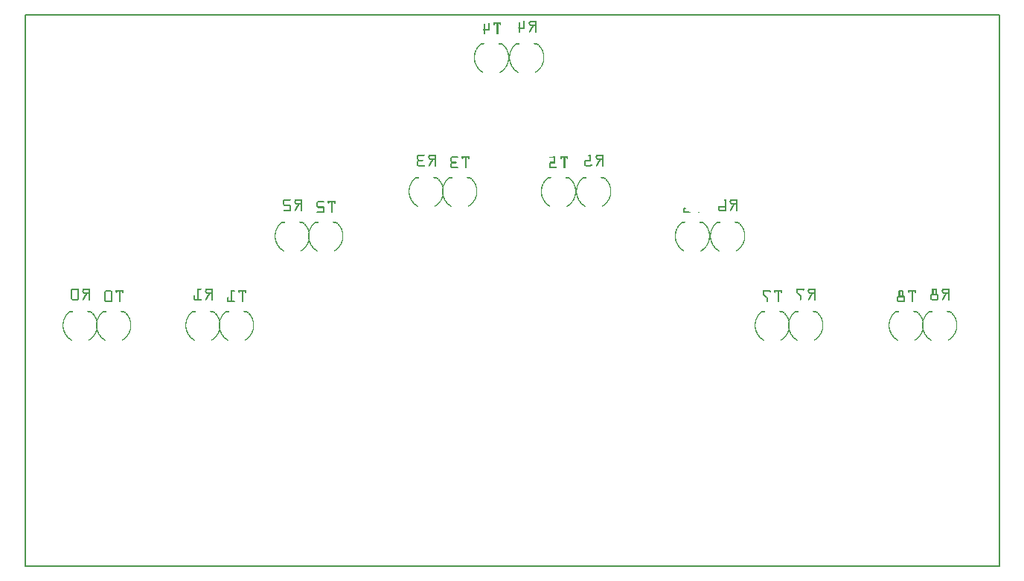
<source format=gbo>
G04 MADE WITH FRITZING*
G04 WWW.FRITZING.ORG*
G04 DOUBLE SIDED*
G04 HOLES PLATED*
G04 CONTOUR ON CENTER OF CONTOUR VECTOR*
%ASAXBY*%
%FSLAX23Y23*%
%MOIN*%
%OFA0B0*%
%SFA1.0B1.0*%
%ADD10R,4.370090X2.480310X4.354090X2.464310*%
%ADD11C,0.008000*%
%ADD12R,0.001000X0.001000*%
%LNSILK0*%
G90*
G70*
G54D11*
X4Y2476D02*
X4366Y2476D01*
X4366Y4D01*
X4Y4D01*
X4Y2476D01*
D02*
G54D12*
X2238Y2449D02*
X2238Y2449D01*
X2269Y2449D02*
X2293Y2449D01*
X2236Y2448D02*
X2240Y2448D01*
X2265Y2448D02*
X2293Y2448D01*
X2235Y2447D02*
X2241Y2447D01*
X2264Y2447D02*
X2293Y2447D01*
X2235Y2446D02*
X2241Y2446D01*
X2263Y2446D02*
X2293Y2446D01*
X2235Y2445D02*
X2241Y2445D01*
X2262Y2445D02*
X2293Y2445D01*
X2235Y2444D02*
X2241Y2444D01*
X2261Y2444D02*
X2293Y2444D01*
X2217Y2443D02*
X2218Y2443D01*
X2235Y2443D02*
X2241Y2443D01*
X2260Y2443D02*
X2293Y2443D01*
X2215Y2442D02*
X2219Y2442D01*
X2235Y2442D02*
X2241Y2442D01*
X2260Y2442D02*
X2268Y2442D01*
X2287Y2442D02*
X2293Y2442D01*
X2215Y2441D02*
X2220Y2441D01*
X2235Y2441D02*
X2241Y2441D01*
X2260Y2441D02*
X2266Y2441D01*
X2287Y2441D02*
X2293Y2441D01*
X2080Y2440D02*
X2081Y2440D01*
X2102Y2440D02*
X2135Y2440D01*
X2214Y2440D02*
X2220Y2440D01*
X2235Y2440D02*
X2241Y2440D01*
X2259Y2440D02*
X2266Y2440D01*
X2287Y2440D02*
X2293Y2440D01*
X2079Y2439D02*
X2083Y2439D01*
X2102Y2439D02*
X2135Y2439D01*
X2214Y2439D02*
X2220Y2439D01*
X2235Y2439D02*
X2241Y2439D01*
X2259Y2439D02*
X2265Y2439D01*
X2287Y2439D02*
X2293Y2439D01*
X2078Y2438D02*
X2083Y2438D01*
X2102Y2438D02*
X2135Y2438D01*
X2214Y2438D02*
X2220Y2438D01*
X2235Y2438D02*
X2241Y2438D01*
X2259Y2438D02*
X2265Y2438D01*
X2287Y2438D02*
X2293Y2438D01*
X2078Y2437D02*
X2084Y2437D01*
X2102Y2437D02*
X2135Y2437D01*
X2214Y2437D02*
X2220Y2437D01*
X2235Y2437D02*
X2241Y2437D01*
X2259Y2437D02*
X2265Y2437D01*
X2287Y2437D02*
X2293Y2437D01*
X2078Y2436D02*
X2084Y2436D01*
X2102Y2436D02*
X2135Y2436D01*
X2214Y2436D02*
X2220Y2436D01*
X2235Y2436D02*
X2241Y2436D01*
X2259Y2436D02*
X2265Y2436D01*
X2287Y2436D02*
X2293Y2436D01*
X2078Y2435D02*
X2084Y2435D01*
X2102Y2435D02*
X2135Y2435D01*
X2214Y2435D02*
X2220Y2435D01*
X2235Y2435D02*
X2241Y2435D01*
X2259Y2435D02*
X2265Y2435D01*
X2287Y2435D02*
X2293Y2435D01*
X2059Y2434D02*
X2061Y2434D01*
X2078Y2434D02*
X2084Y2434D01*
X2102Y2434D02*
X2135Y2434D01*
X2214Y2434D02*
X2220Y2434D01*
X2235Y2434D02*
X2241Y2434D01*
X2259Y2434D02*
X2266Y2434D01*
X2287Y2434D02*
X2293Y2434D01*
X2058Y2433D02*
X2062Y2433D01*
X2078Y2433D02*
X2084Y2433D01*
X2102Y2433D02*
X2108Y2433D01*
X2115Y2433D02*
X2122Y2433D01*
X2129Y2433D02*
X2135Y2433D01*
X2214Y2433D02*
X2220Y2433D01*
X2235Y2433D02*
X2241Y2433D01*
X2260Y2433D02*
X2266Y2433D01*
X2287Y2433D02*
X2293Y2433D01*
X2057Y2432D02*
X2063Y2432D01*
X2078Y2432D02*
X2084Y2432D01*
X2102Y2432D02*
X2108Y2432D01*
X2116Y2432D02*
X2122Y2432D01*
X2129Y2432D02*
X2135Y2432D01*
X2214Y2432D02*
X2220Y2432D01*
X2235Y2432D02*
X2241Y2432D01*
X2260Y2432D02*
X2267Y2432D01*
X2287Y2432D02*
X2293Y2432D01*
X2057Y2431D02*
X2063Y2431D01*
X2078Y2431D02*
X2084Y2431D01*
X2102Y2431D02*
X2108Y2431D01*
X2116Y2431D02*
X2122Y2431D01*
X2129Y2431D02*
X2135Y2431D01*
X2214Y2431D02*
X2220Y2431D01*
X2235Y2431D02*
X2241Y2431D01*
X2260Y2431D02*
X2293Y2431D01*
X2057Y2430D02*
X2063Y2430D01*
X2078Y2430D02*
X2084Y2430D01*
X2102Y2430D02*
X2108Y2430D01*
X2116Y2430D02*
X2122Y2430D01*
X2130Y2430D02*
X2135Y2430D01*
X2214Y2430D02*
X2220Y2430D01*
X2235Y2430D02*
X2241Y2430D01*
X2261Y2430D02*
X2293Y2430D01*
X2057Y2429D02*
X2063Y2429D01*
X2078Y2429D02*
X2084Y2429D01*
X2102Y2429D02*
X2107Y2429D01*
X2116Y2429D02*
X2122Y2429D01*
X2130Y2429D02*
X2135Y2429D01*
X2214Y2429D02*
X2220Y2429D01*
X2235Y2429D02*
X2241Y2429D01*
X2261Y2429D02*
X2293Y2429D01*
X2057Y2428D02*
X2063Y2428D01*
X2078Y2428D02*
X2084Y2428D01*
X2103Y2428D02*
X2106Y2428D01*
X2116Y2428D02*
X2122Y2428D01*
X2131Y2428D02*
X2134Y2428D01*
X2214Y2428D02*
X2220Y2428D01*
X2235Y2428D02*
X2241Y2428D01*
X2262Y2428D02*
X2293Y2428D01*
X2057Y2427D02*
X2063Y2427D01*
X2078Y2427D02*
X2084Y2427D01*
X2116Y2427D02*
X2122Y2427D01*
X2214Y2427D02*
X2220Y2427D01*
X2235Y2427D02*
X2241Y2427D01*
X2263Y2427D02*
X2293Y2427D01*
X2057Y2426D02*
X2063Y2426D01*
X2078Y2426D02*
X2084Y2426D01*
X2116Y2426D02*
X2122Y2426D01*
X2214Y2426D02*
X2220Y2426D01*
X2235Y2426D02*
X2241Y2426D01*
X2264Y2426D02*
X2293Y2426D01*
X2057Y2425D02*
X2063Y2425D01*
X2078Y2425D02*
X2084Y2425D01*
X2116Y2425D02*
X2122Y2425D01*
X2214Y2425D02*
X2220Y2425D01*
X2235Y2425D02*
X2241Y2425D01*
X2267Y2425D02*
X2293Y2425D01*
X2057Y2424D02*
X2063Y2424D01*
X2078Y2424D02*
X2084Y2424D01*
X2116Y2424D02*
X2122Y2424D01*
X2214Y2424D02*
X2220Y2424D01*
X2235Y2424D02*
X2241Y2424D01*
X2274Y2424D02*
X2281Y2424D01*
X2287Y2424D02*
X2293Y2424D01*
X2057Y2423D02*
X2063Y2423D01*
X2078Y2423D02*
X2084Y2423D01*
X2116Y2423D02*
X2122Y2423D01*
X2214Y2423D02*
X2220Y2423D01*
X2235Y2423D02*
X2241Y2423D01*
X2273Y2423D02*
X2280Y2423D01*
X2287Y2423D02*
X2293Y2423D01*
X2057Y2422D02*
X2063Y2422D01*
X2078Y2422D02*
X2084Y2422D01*
X2116Y2422D02*
X2122Y2422D01*
X2214Y2422D02*
X2220Y2422D01*
X2235Y2422D02*
X2241Y2422D01*
X2273Y2422D02*
X2280Y2422D01*
X2287Y2422D02*
X2293Y2422D01*
X2057Y2421D02*
X2063Y2421D01*
X2078Y2421D02*
X2084Y2421D01*
X2116Y2421D02*
X2122Y2421D01*
X2214Y2421D02*
X2220Y2421D01*
X2235Y2421D02*
X2241Y2421D01*
X2272Y2421D02*
X2279Y2421D01*
X2287Y2421D02*
X2293Y2421D01*
X2057Y2420D02*
X2063Y2420D01*
X2078Y2420D02*
X2084Y2420D01*
X2116Y2420D02*
X2122Y2420D01*
X2214Y2420D02*
X2220Y2420D01*
X2235Y2420D02*
X2241Y2420D01*
X2271Y2420D02*
X2279Y2420D01*
X2287Y2420D02*
X2293Y2420D01*
X2057Y2419D02*
X2063Y2419D01*
X2078Y2419D02*
X2084Y2419D01*
X2116Y2419D02*
X2122Y2419D01*
X2212Y2419D02*
X2241Y2419D01*
X2271Y2419D02*
X2278Y2419D01*
X2287Y2419D02*
X2293Y2419D01*
X2057Y2418D02*
X2063Y2418D01*
X2078Y2418D02*
X2084Y2418D01*
X2116Y2418D02*
X2122Y2418D01*
X2211Y2418D02*
X2241Y2418D01*
X2270Y2418D02*
X2277Y2418D01*
X2287Y2418D02*
X2293Y2418D01*
X2057Y2417D02*
X2063Y2417D01*
X2078Y2417D02*
X2084Y2417D01*
X2116Y2417D02*
X2122Y2417D01*
X2211Y2417D02*
X2241Y2417D01*
X2270Y2417D02*
X2277Y2417D01*
X2287Y2417D02*
X2293Y2417D01*
X2057Y2416D02*
X2063Y2416D01*
X2078Y2416D02*
X2084Y2416D01*
X2116Y2416D02*
X2122Y2416D01*
X2211Y2416D02*
X2241Y2416D01*
X2269Y2416D02*
X2276Y2416D01*
X2287Y2416D02*
X2293Y2416D01*
X2057Y2415D02*
X2063Y2415D01*
X2078Y2415D02*
X2084Y2415D01*
X2116Y2415D02*
X2122Y2415D01*
X2211Y2415D02*
X2241Y2415D01*
X2268Y2415D02*
X2276Y2415D01*
X2287Y2415D02*
X2293Y2415D01*
X2057Y2414D02*
X2063Y2414D01*
X2078Y2414D02*
X2084Y2414D01*
X2116Y2414D02*
X2122Y2414D01*
X2212Y2414D02*
X2241Y2414D01*
X2268Y2414D02*
X2275Y2414D01*
X2287Y2414D02*
X2293Y2414D01*
X2057Y2413D02*
X2063Y2413D01*
X2078Y2413D02*
X2084Y2413D01*
X2116Y2413D02*
X2122Y2413D01*
X2213Y2413D02*
X2241Y2413D01*
X2267Y2413D02*
X2274Y2413D01*
X2287Y2413D02*
X2293Y2413D01*
X2057Y2412D02*
X2063Y2412D01*
X2078Y2412D02*
X2084Y2412D01*
X2116Y2412D02*
X2122Y2412D01*
X2214Y2412D02*
X2220Y2412D01*
X2267Y2412D02*
X2274Y2412D01*
X2287Y2412D02*
X2293Y2412D01*
X2057Y2411D02*
X2063Y2411D01*
X2077Y2411D02*
X2084Y2411D01*
X2116Y2411D02*
X2122Y2411D01*
X2214Y2411D02*
X2220Y2411D01*
X2266Y2411D02*
X2273Y2411D01*
X2287Y2411D02*
X2293Y2411D01*
X2055Y2410D02*
X2084Y2410D01*
X2116Y2410D02*
X2122Y2410D01*
X2214Y2410D02*
X2220Y2410D01*
X2266Y2410D02*
X2273Y2410D01*
X2287Y2410D02*
X2293Y2410D01*
X2054Y2409D02*
X2084Y2409D01*
X2116Y2409D02*
X2122Y2409D01*
X2214Y2409D02*
X2220Y2409D01*
X2265Y2409D02*
X2272Y2409D01*
X2287Y2409D02*
X2293Y2409D01*
X2054Y2408D02*
X2084Y2408D01*
X2116Y2408D02*
X2122Y2408D01*
X2214Y2408D02*
X2220Y2408D01*
X2264Y2408D02*
X2272Y2408D01*
X2287Y2408D02*
X2293Y2408D01*
X2053Y2407D02*
X2084Y2407D01*
X2116Y2407D02*
X2122Y2407D01*
X2214Y2407D02*
X2220Y2407D01*
X2264Y2407D02*
X2271Y2407D01*
X2287Y2407D02*
X2293Y2407D01*
X2054Y2406D02*
X2084Y2406D01*
X2116Y2406D02*
X2122Y2406D01*
X2214Y2406D02*
X2220Y2406D01*
X2263Y2406D02*
X2270Y2406D01*
X2287Y2406D02*
X2293Y2406D01*
X2054Y2405D02*
X2084Y2405D01*
X2116Y2405D02*
X2122Y2405D01*
X2214Y2405D02*
X2220Y2405D01*
X2263Y2405D02*
X2270Y2405D01*
X2287Y2405D02*
X2293Y2405D01*
X2056Y2404D02*
X2083Y2404D01*
X2116Y2404D02*
X2122Y2404D01*
X2214Y2404D02*
X2220Y2404D01*
X2262Y2404D02*
X2269Y2404D01*
X2287Y2404D02*
X2293Y2404D01*
X2057Y2403D02*
X2063Y2403D01*
X2116Y2403D02*
X2122Y2403D01*
X2214Y2403D02*
X2220Y2403D01*
X2261Y2403D02*
X2269Y2403D01*
X2287Y2403D02*
X2293Y2403D01*
X2057Y2402D02*
X2063Y2402D01*
X2116Y2402D02*
X2122Y2402D01*
X2214Y2402D02*
X2220Y2402D01*
X2261Y2402D02*
X2268Y2402D01*
X2287Y2402D02*
X2293Y2402D01*
X2057Y2401D02*
X2063Y2401D01*
X2116Y2401D02*
X2122Y2401D01*
X2214Y2401D02*
X2220Y2401D01*
X2260Y2401D02*
X2267Y2401D01*
X2287Y2401D02*
X2293Y2401D01*
X2057Y2400D02*
X2063Y2400D01*
X2116Y2400D02*
X2122Y2400D01*
X2214Y2400D02*
X2220Y2400D01*
X2260Y2400D02*
X2267Y2400D01*
X2287Y2400D02*
X2293Y2400D01*
X2057Y2399D02*
X2063Y2399D01*
X2116Y2399D02*
X2122Y2399D01*
X2214Y2399D02*
X2220Y2399D01*
X2260Y2399D02*
X2266Y2399D01*
X2287Y2399D02*
X2293Y2399D01*
X2057Y2398D02*
X2063Y2398D01*
X2116Y2398D02*
X2122Y2398D01*
X2214Y2398D02*
X2220Y2398D01*
X2259Y2398D02*
X2266Y2398D01*
X2287Y2398D02*
X2293Y2398D01*
X2057Y2397D02*
X2063Y2397D01*
X2116Y2397D02*
X2122Y2397D01*
X2215Y2397D02*
X2220Y2397D01*
X2260Y2397D02*
X2265Y2397D01*
X2287Y2397D02*
X2293Y2397D01*
X2057Y2396D02*
X2063Y2396D01*
X2116Y2396D02*
X2122Y2396D01*
X2215Y2396D02*
X2219Y2396D01*
X2260Y2396D02*
X2264Y2396D01*
X2288Y2396D02*
X2292Y2396D01*
X2057Y2395D02*
X2063Y2395D01*
X2116Y2395D02*
X2122Y2395D01*
X2057Y2394D02*
X2063Y2394D01*
X2116Y2394D02*
X2122Y2394D01*
X2057Y2393D02*
X2063Y2393D01*
X2116Y2393D02*
X2122Y2393D01*
X2057Y2392D02*
X2063Y2392D01*
X2116Y2392D02*
X2122Y2392D01*
X2057Y2391D02*
X2063Y2391D01*
X2116Y2391D02*
X2122Y2391D01*
X2057Y2390D02*
X2063Y2390D01*
X2116Y2390D02*
X2122Y2390D01*
X2057Y2389D02*
X2063Y2389D01*
X2116Y2389D02*
X2122Y2389D01*
X2057Y2388D02*
X2062Y2388D01*
X2116Y2388D02*
X2121Y2388D01*
X2058Y2387D02*
X2062Y2387D01*
X2117Y2387D02*
X2120Y2387D01*
X2045Y2347D02*
X2060Y2347D01*
X2125Y2347D02*
X2140Y2347D01*
X2203Y2347D02*
X2218Y2347D01*
X2282Y2347D02*
X2297Y2347D01*
X2044Y2346D02*
X2060Y2346D01*
X2125Y2346D02*
X2141Y2346D01*
X2201Y2346D02*
X2217Y2346D01*
X2282Y2346D02*
X2298Y2346D01*
X2043Y2345D02*
X2059Y2345D01*
X2125Y2345D02*
X2142Y2345D01*
X2200Y2345D02*
X2217Y2345D01*
X2283Y2345D02*
X2299Y2345D01*
X2042Y2344D02*
X2059Y2344D01*
X2126Y2344D02*
X2143Y2344D01*
X2199Y2344D02*
X2216Y2344D01*
X2283Y2344D02*
X2301Y2344D01*
X2040Y2343D02*
X2058Y2343D01*
X2126Y2343D02*
X2144Y2343D01*
X2198Y2343D02*
X2216Y2343D01*
X2284Y2343D02*
X2302Y2343D01*
X2039Y2342D02*
X2046Y2342D01*
X2139Y2342D02*
X2145Y2342D01*
X2197Y2342D02*
X2204Y2342D01*
X2296Y2342D02*
X2303Y2342D01*
X2038Y2341D02*
X2045Y2341D01*
X2140Y2341D02*
X2147Y2341D01*
X2196Y2341D02*
X2202Y2341D01*
X2297Y2341D02*
X2304Y2341D01*
X2037Y2340D02*
X2044Y2340D01*
X2141Y2340D02*
X2148Y2340D01*
X2195Y2340D02*
X2201Y2340D01*
X2299Y2340D02*
X2305Y2340D01*
X2036Y2339D02*
X2043Y2339D01*
X2142Y2339D02*
X2149Y2339D01*
X2194Y2339D02*
X2200Y2339D01*
X2300Y2339D02*
X2306Y2339D01*
X2035Y2338D02*
X2041Y2338D01*
X2143Y2338D02*
X2150Y2338D01*
X2193Y2338D02*
X2199Y2338D01*
X2301Y2338D02*
X2307Y2338D01*
X2034Y2337D02*
X2040Y2337D01*
X2144Y2337D02*
X2150Y2337D01*
X2192Y2337D02*
X2198Y2337D01*
X2302Y2337D02*
X2308Y2337D01*
X2033Y2336D02*
X2039Y2336D01*
X2145Y2336D02*
X2151Y2336D01*
X2191Y2336D02*
X2197Y2336D01*
X2303Y2336D02*
X2309Y2336D01*
X2033Y2335D02*
X2038Y2335D01*
X2146Y2335D02*
X2152Y2335D01*
X2190Y2335D02*
X2196Y2335D01*
X2304Y2335D02*
X2310Y2335D01*
X2032Y2334D02*
X2037Y2334D01*
X2147Y2334D02*
X2153Y2334D01*
X2189Y2334D02*
X2195Y2334D01*
X2305Y2334D02*
X2311Y2334D01*
X2031Y2333D02*
X2036Y2333D01*
X2148Y2333D02*
X2154Y2333D01*
X2188Y2333D02*
X2194Y2333D01*
X2306Y2333D02*
X2311Y2333D01*
X2030Y2332D02*
X2036Y2332D01*
X2149Y2332D02*
X2155Y2332D01*
X2188Y2332D02*
X2193Y2332D01*
X2307Y2332D02*
X2312Y2332D01*
X2029Y2331D02*
X2035Y2331D01*
X2150Y2331D02*
X2155Y2331D01*
X2187Y2331D02*
X2192Y2331D01*
X2307Y2331D02*
X2313Y2331D01*
X2029Y2330D02*
X2034Y2330D01*
X2151Y2330D02*
X2156Y2330D01*
X2186Y2330D02*
X2191Y2330D01*
X2308Y2330D02*
X2314Y2330D01*
X2028Y2329D02*
X2033Y2329D01*
X2152Y2329D02*
X2157Y2329D01*
X2185Y2329D02*
X2191Y2329D01*
X2309Y2329D02*
X2314Y2329D01*
X2027Y2328D02*
X2032Y2328D01*
X2152Y2328D02*
X2157Y2328D01*
X2185Y2328D02*
X2190Y2328D01*
X2310Y2328D02*
X2315Y2328D01*
X2027Y2327D02*
X2032Y2327D01*
X2153Y2327D02*
X2158Y2327D01*
X2184Y2327D02*
X2189Y2327D01*
X2310Y2327D02*
X2316Y2327D01*
X2026Y2326D02*
X2031Y2326D01*
X2154Y2326D02*
X2159Y2326D01*
X2183Y2326D02*
X2188Y2326D01*
X2311Y2326D02*
X2316Y2326D01*
X2025Y2325D02*
X2030Y2325D01*
X2154Y2325D02*
X2160Y2325D01*
X2183Y2325D02*
X2188Y2325D01*
X2312Y2325D02*
X2317Y2325D01*
X2025Y2324D02*
X2030Y2324D01*
X2155Y2324D02*
X2160Y2324D01*
X2182Y2324D02*
X2187Y2324D01*
X2313Y2324D02*
X2318Y2324D01*
X2024Y2323D02*
X2029Y2323D01*
X2156Y2323D02*
X2161Y2323D01*
X2182Y2323D02*
X2186Y2323D01*
X2313Y2323D02*
X2318Y2323D01*
X2024Y2322D02*
X2028Y2322D01*
X2156Y2322D02*
X2161Y2322D01*
X2181Y2322D02*
X2186Y2322D01*
X2314Y2322D02*
X2319Y2322D01*
X2023Y2321D02*
X2028Y2321D01*
X2157Y2321D02*
X2162Y2321D01*
X2181Y2321D02*
X2185Y2321D01*
X2314Y2321D02*
X2319Y2321D01*
X2023Y2320D02*
X2027Y2320D01*
X2157Y2320D02*
X2162Y2320D01*
X2180Y2320D02*
X2185Y2320D01*
X2315Y2320D02*
X2320Y2320D01*
X2022Y2319D02*
X2027Y2319D01*
X2158Y2319D02*
X2163Y2319D01*
X2180Y2319D02*
X2184Y2319D01*
X2316Y2319D02*
X2320Y2319D01*
X2022Y2318D02*
X2026Y2318D01*
X2159Y2318D02*
X2163Y2318D01*
X2179Y2318D02*
X2184Y2318D01*
X2316Y2318D02*
X2321Y2318D01*
X2021Y2317D02*
X2026Y2317D01*
X2159Y2317D02*
X2164Y2317D01*
X2179Y2317D02*
X2183Y2317D01*
X2317Y2317D02*
X2321Y2317D01*
X2021Y2316D02*
X2025Y2316D01*
X2160Y2316D02*
X2164Y2316D01*
X2178Y2316D02*
X2182Y2316D01*
X2317Y2316D02*
X2322Y2316D01*
X2020Y2315D02*
X2024Y2315D01*
X2160Y2315D02*
X2165Y2315D01*
X2178Y2315D02*
X2182Y2315D01*
X2318Y2315D02*
X2322Y2315D01*
X2020Y2314D02*
X2024Y2314D01*
X2161Y2314D02*
X2165Y2314D01*
X2177Y2314D02*
X2181Y2314D01*
X2318Y2314D02*
X2322Y2314D01*
X2019Y2313D02*
X2024Y2313D01*
X2161Y2313D02*
X2165Y2313D01*
X2177Y2313D02*
X2181Y2313D01*
X2318Y2313D02*
X2323Y2313D01*
X2019Y2312D02*
X2023Y2312D01*
X2161Y2312D02*
X2166Y2312D01*
X2176Y2312D02*
X2181Y2312D01*
X2319Y2312D02*
X2323Y2312D01*
X2019Y2311D02*
X2023Y2311D01*
X2162Y2311D02*
X2166Y2311D01*
X2176Y2311D02*
X2180Y2311D01*
X2319Y2311D02*
X2324Y2311D01*
X2018Y2310D02*
X2022Y2310D01*
X2162Y2310D02*
X2167Y2310D01*
X2176Y2310D02*
X2180Y2310D01*
X2320Y2310D02*
X2324Y2310D01*
X2018Y2309D02*
X2022Y2309D01*
X2163Y2309D02*
X2167Y2309D01*
X2175Y2309D02*
X2179Y2309D01*
X2320Y2309D02*
X2324Y2309D01*
X2018Y2308D02*
X2022Y2308D01*
X2163Y2308D02*
X2167Y2308D01*
X2175Y2308D02*
X2179Y2308D01*
X2321Y2308D02*
X2325Y2308D01*
X2017Y2307D02*
X2021Y2307D01*
X2163Y2307D02*
X2168Y2307D01*
X2175Y2307D02*
X2179Y2307D01*
X2321Y2307D02*
X2325Y2307D01*
X2017Y2306D02*
X2021Y2306D01*
X2164Y2306D02*
X2168Y2306D01*
X2174Y2306D02*
X2178Y2306D01*
X2321Y2306D02*
X2325Y2306D01*
X2017Y2305D02*
X2021Y2305D01*
X2164Y2305D02*
X2168Y2305D01*
X2174Y2305D02*
X2178Y2305D01*
X2321Y2305D02*
X2326Y2305D01*
X2016Y2304D02*
X2020Y2304D01*
X2164Y2304D02*
X2168Y2304D01*
X2174Y2304D02*
X2178Y2304D01*
X2322Y2304D02*
X2326Y2304D01*
X2016Y2303D02*
X2020Y2303D01*
X2165Y2303D02*
X2169Y2303D01*
X2174Y2303D02*
X2178Y2303D01*
X2322Y2303D02*
X2326Y2303D01*
X2016Y2302D02*
X2020Y2302D01*
X2165Y2302D02*
X2169Y2302D01*
X2173Y2302D02*
X2177Y2302D01*
X2322Y2302D02*
X2326Y2302D01*
X2016Y2301D02*
X2020Y2301D01*
X2165Y2301D02*
X2169Y2301D01*
X2173Y2301D02*
X2177Y2301D01*
X2323Y2301D02*
X2327Y2301D01*
X2015Y2300D02*
X2019Y2300D01*
X2165Y2300D02*
X2169Y2300D01*
X2173Y2300D02*
X2177Y2300D01*
X2323Y2300D02*
X2327Y2300D01*
X2015Y2299D02*
X2019Y2299D01*
X2166Y2299D02*
X2170Y2299D01*
X2173Y2299D02*
X2177Y2299D01*
X2323Y2299D02*
X2327Y2299D01*
X2015Y2298D02*
X2019Y2298D01*
X2166Y2298D02*
X2170Y2298D01*
X2173Y2298D02*
X2176Y2298D01*
X2323Y2298D02*
X2327Y2298D01*
X2015Y2297D02*
X2019Y2297D01*
X2166Y2297D02*
X2170Y2297D01*
X2172Y2297D02*
X2176Y2297D01*
X2323Y2297D02*
X2327Y2297D01*
X2015Y2296D02*
X2019Y2296D01*
X2166Y2296D02*
X2170Y2296D01*
X2172Y2296D02*
X2176Y2296D01*
X2324Y2296D02*
X2328Y2296D01*
X2015Y2295D02*
X2018Y2295D01*
X2166Y2295D02*
X2170Y2295D01*
X2172Y2295D02*
X2176Y2295D01*
X2324Y2295D02*
X2328Y2295D01*
X2014Y2294D02*
X2018Y2294D01*
X2166Y2294D02*
X2170Y2294D01*
X2172Y2294D02*
X2176Y2294D01*
X2324Y2294D02*
X2328Y2294D01*
X2014Y2293D02*
X2018Y2293D01*
X2167Y2293D02*
X2170Y2293D01*
X2172Y2293D02*
X2176Y2293D01*
X2324Y2293D02*
X2328Y2293D01*
X2014Y2292D02*
X2018Y2292D01*
X2167Y2292D02*
X2175Y2292D01*
X2324Y2292D02*
X2328Y2292D01*
X2014Y2291D02*
X2018Y2291D01*
X2167Y2291D02*
X2175Y2291D01*
X2324Y2291D02*
X2328Y2291D01*
X2014Y2290D02*
X2018Y2290D01*
X2167Y2290D02*
X2175Y2290D01*
X2324Y2290D02*
X2328Y2290D01*
X2014Y2289D02*
X2018Y2289D01*
X2167Y2289D02*
X2175Y2289D01*
X2324Y2289D02*
X2328Y2289D01*
X2014Y2288D02*
X2018Y2288D01*
X2167Y2288D02*
X2175Y2288D01*
X2325Y2288D02*
X2328Y2288D01*
X2014Y2287D02*
X2018Y2287D01*
X2167Y2287D02*
X2175Y2287D01*
X2325Y2287D02*
X2328Y2287D01*
X2014Y2286D02*
X2018Y2286D01*
X2167Y2286D02*
X2175Y2286D01*
X2325Y2286D02*
X2328Y2286D01*
X2014Y2285D02*
X2018Y2285D01*
X2167Y2285D02*
X2175Y2285D01*
X2325Y2285D02*
X2328Y2285D01*
X2014Y2284D02*
X2018Y2284D01*
X2167Y2284D02*
X2175Y2284D01*
X2325Y2284D02*
X2328Y2284D01*
X2014Y2283D02*
X2018Y2283D01*
X2167Y2283D02*
X2175Y2283D01*
X2325Y2283D02*
X2328Y2283D01*
X2014Y2282D02*
X2018Y2282D01*
X2167Y2282D02*
X2175Y2282D01*
X2325Y2282D02*
X2328Y2282D01*
X2014Y2281D02*
X2018Y2281D01*
X2167Y2281D02*
X2175Y2281D01*
X2325Y2281D02*
X2328Y2281D01*
X2014Y2280D02*
X2018Y2280D01*
X2167Y2280D02*
X2175Y2280D01*
X2325Y2280D02*
X2328Y2280D01*
X2014Y2279D02*
X2018Y2279D01*
X2167Y2279D02*
X2175Y2279D01*
X2325Y2279D02*
X2328Y2279D01*
X2014Y2278D02*
X2018Y2278D01*
X2167Y2278D02*
X2175Y2278D01*
X2324Y2278D02*
X2328Y2278D01*
X2014Y2277D02*
X2018Y2277D01*
X2167Y2277D02*
X2175Y2277D01*
X2324Y2277D02*
X2328Y2277D01*
X2014Y2276D02*
X2018Y2276D01*
X2167Y2276D02*
X2175Y2276D01*
X2324Y2276D02*
X2328Y2276D01*
X2014Y2275D02*
X2018Y2275D01*
X2167Y2275D02*
X2170Y2275D01*
X2172Y2275D02*
X2176Y2275D01*
X2324Y2275D02*
X2328Y2275D01*
X2014Y2274D02*
X2018Y2274D01*
X2167Y2274D02*
X2170Y2274D01*
X2172Y2274D02*
X2176Y2274D01*
X2324Y2274D02*
X2328Y2274D01*
X2014Y2273D02*
X2018Y2273D01*
X2167Y2273D02*
X2170Y2273D01*
X2172Y2273D02*
X2176Y2273D01*
X2324Y2273D02*
X2328Y2273D01*
X2014Y2272D02*
X2018Y2272D01*
X2166Y2272D02*
X2170Y2272D01*
X2172Y2272D02*
X2176Y2272D01*
X2324Y2272D02*
X2328Y2272D01*
X2015Y2271D02*
X2019Y2271D01*
X2166Y2271D02*
X2170Y2271D01*
X2172Y2271D02*
X2176Y2271D01*
X2324Y2271D02*
X2327Y2271D01*
X2015Y2270D02*
X2019Y2270D01*
X2166Y2270D02*
X2170Y2270D01*
X2172Y2270D02*
X2176Y2270D01*
X2323Y2270D02*
X2327Y2270D01*
X2015Y2269D02*
X2019Y2269D01*
X2166Y2269D02*
X2170Y2269D01*
X2173Y2269D02*
X2176Y2269D01*
X2323Y2269D02*
X2327Y2269D01*
X2015Y2268D02*
X2019Y2268D01*
X2166Y2268D02*
X2169Y2268D01*
X2173Y2268D02*
X2177Y2268D01*
X2323Y2268D02*
X2327Y2268D01*
X2015Y2267D02*
X2019Y2267D01*
X2165Y2267D02*
X2169Y2267D01*
X2173Y2267D02*
X2177Y2267D01*
X2323Y2267D02*
X2327Y2267D01*
X2016Y2266D02*
X2020Y2266D01*
X2165Y2266D02*
X2169Y2266D01*
X2173Y2266D02*
X2177Y2266D01*
X2323Y2266D02*
X2327Y2266D01*
X2016Y2265D02*
X2020Y2265D01*
X2165Y2265D02*
X2169Y2265D01*
X2173Y2265D02*
X2177Y2265D01*
X2322Y2265D02*
X2326Y2265D01*
X2016Y2264D02*
X2020Y2264D01*
X2165Y2264D02*
X2169Y2264D01*
X2174Y2264D02*
X2178Y2264D01*
X2322Y2264D02*
X2326Y2264D01*
X2016Y2263D02*
X2020Y2263D01*
X2164Y2263D02*
X2168Y2263D01*
X2174Y2263D02*
X2178Y2263D01*
X2322Y2263D02*
X2326Y2263D01*
X2017Y2262D02*
X2021Y2262D01*
X2164Y2262D02*
X2168Y2262D01*
X2174Y2262D02*
X2178Y2262D01*
X2321Y2262D02*
X2325Y2262D01*
X2017Y2261D02*
X2021Y2261D01*
X2164Y2261D02*
X2168Y2261D01*
X2174Y2261D02*
X2179Y2261D01*
X2321Y2261D02*
X2325Y2261D01*
X2017Y2260D02*
X2021Y2260D01*
X2163Y2260D02*
X2167Y2260D01*
X2175Y2260D02*
X2179Y2260D01*
X2321Y2260D02*
X2325Y2260D01*
X2018Y2259D02*
X2022Y2259D01*
X2163Y2259D02*
X2167Y2259D01*
X2175Y2259D02*
X2179Y2259D01*
X2321Y2259D02*
X2325Y2259D01*
X2018Y2258D02*
X2022Y2258D01*
X2163Y2258D02*
X2167Y2258D01*
X2175Y2258D02*
X2180Y2258D01*
X2320Y2258D02*
X2324Y2258D01*
X2018Y2257D02*
X2023Y2257D01*
X2162Y2257D02*
X2166Y2257D01*
X2176Y2257D02*
X2180Y2257D01*
X2320Y2257D02*
X2324Y2257D01*
X2019Y2256D02*
X2023Y2256D01*
X2162Y2256D02*
X2166Y2256D01*
X2176Y2256D02*
X2180Y2256D01*
X2319Y2256D02*
X2324Y2256D01*
X2019Y2255D02*
X2023Y2255D01*
X2161Y2255D02*
X2166Y2255D01*
X2176Y2255D02*
X2181Y2255D01*
X2319Y2255D02*
X2323Y2255D01*
X2019Y2254D02*
X2024Y2254D01*
X2161Y2254D02*
X2165Y2254D01*
X2177Y2254D02*
X2181Y2254D01*
X2319Y2254D02*
X2323Y2254D01*
X2020Y2253D02*
X2024Y2253D01*
X2161Y2253D02*
X2165Y2253D01*
X2177Y2253D02*
X2182Y2253D01*
X2318Y2253D02*
X2322Y2253D01*
X2020Y2252D02*
X2025Y2252D01*
X2160Y2252D02*
X2164Y2252D01*
X2178Y2252D02*
X2182Y2252D01*
X2318Y2252D02*
X2322Y2252D01*
X2021Y2251D02*
X2025Y2251D01*
X2160Y2251D02*
X2164Y2251D01*
X2178Y2251D02*
X2183Y2251D01*
X2317Y2251D02*
X2322Y2251D01*
X2021Y2250D02*
X2026Y2250D01*
X2159Y2250D02*
X2164Y2250D01*
X2178Y2250D02*
X2183Y2250D01*
X2317Y2250D02*
X2321Y2250D01*
X2021Y2249D02*
X2026Y2249D01*
X2159Y2249D02*
X2163Y2249D01*
X2179Y2249D02*
X2184Y2249D01*
X2316Y2249D02*
X2321Y2249D01*
X2022Y2248D02*
X2027Y2248D01*
X2158Y2248D02*
X2163Y2248D01*
X2179Y2248D02*
X2184Y2248D01*
X2316Y2248D02*
X2320Y2248D01*
X2023Y2247D02*
X2027Y2247D01*
X2158Y2247D02*
X2162Y2247D01*
X2180Y2247D02*
X2185Y2247D01*
X2315Y2247D02*
X2320Y2247D01*
X2023Y2246D02*
X2028Y2246D01*
X2157Y2246D02*
X2162Y2246D01*
X2181Y2246D02*
X2185Y2246D01*
X2314Y2246D02*
X2319Y2246D01*
X2024Y2245D02*
X2028Y2245D01*
X2156Y2245D02*
X2161Y2245D01*
X2181Y2245D02*
X2186Y2245D01*
X2314Y2245D02*
X2319Y2245D01*
X2024Y2244D02*
X2029Y2244D01*
X2156Y2244D02*
X2161Y2244D01*
X2182Y2244D02*
X2187Y2244D01*
X2313Y2244D02*
X2318Y2244D01*
X2025Y2243D02*
X2030Y2243D01*
X2155Y2243D02*
X2160Y2243D01*
X2182Y2243D02*
X2187Y2243D01*
X2313Y2243D02*
X2317Y2243D01*
X2025Y2242D02*
X2030Y2242D01*
X2154Y2242D02*
X2159Y2242D01*
X2183Y2242D02*
X2188Y2242D01*
X2312Y2242D02*
X2317Y2242D01*
X2026Y2241D02*
X2031Y2241D01*
X2154Y2241D02*
X2159Y2241D01*
X2183Y2241D02*
X2189Y2241D01*
X2311Y2241D02*
X2316Y2241D01*
X2027Y2240D02*
X2032Y2240D01*
X2153Y2240D02*
X2158Y2240D01*
X2184Y2240D02*
X2189Y2240D01*
X2311Y2240D02*
X2315Y2240D01*
X2027Y2239D02*
X2032Y2239D01*
X2152Y2239D02*
X2157Y2239D01*
X2185Y2239D02*
X2190Y2239D01*
X2310Y2239D02*
X2315Y2239D01*
X2028Y2238D02*
X2033Y2238D01*
X2151Y2238D02*
X2157Y2238D01*
X2185Y2238D02*
X2191Y2238D01*
X2309Y2238D02*
X2314Y2238D01*
X2029Y2237D02*
X2034Y2237D01*
X2151Y2237D02*
X2156Y2237D01*
X2186Y2237D02*
X2192Y2237D01*
X2308Y2237D02*
X2314Y2237D01*
X2029Y2236D02*
X2035Y2236D01*
X2150Y2236D02*
X2155Y2236D01*
X2187Y2236D02*
X2192Y2236D01*
X2307Y2236D02*
X2313Y2236D01*
X2030Y2235D02*
X2036Y2235D01*
X2149Y2235D02*
X2154Y2235D01*
X2188Y2235D02*
X2193Y2235D01*
X2307Y2235D02*
X2312Y2235D01*
X2031Y2234D02*
X2037Y2234D01*
X2148Y2234D02*
X2154Y2234D01*
X2188Y2234D02*
X2194Y2234D01*
X2306Y2234D02*
X2311Y2234D01*
X2032Y2233D02*
X2038Y2233D01*
X2147Y2233D02*
X2153Y2233D01*
X2189Y2233D02*
X2195Y2233D01*
X2305Y2233D02*
X2310Y2233D01*
X2033Y2232D02*
X2039Y2232D01*
X2146Y2232D02*
X2152Y2232D01*
X2190Y2232D02*
X2196Y2232D01*
X2304Y2232D02*
X2310Y2232D01*
X2033Y2231D02*
X2040Y2231D01*
X2145Y2231D02*
X2151Y2231D01*
X2191Y2231D02*
X2197Y2231D01*
X2303Y2231D02*
X2309Y2231D01*
X2034Y2230D02*
X2041Y2230D01*
X2144Y2230D02*
X2150Y2230D01*
X2192Y2230D02*
X2198Y2230D01*
X2302Y2230D02*
X2308Y2230D01*
X2035Y2229D02*
X2042Y2229D01*
X2143Y2229D02*
X2149Y2229D01*
X2193Y2229D02*
X2199Y2229D01*
X2301Y2229D02*
X2307Y2229D01*
X2036Y2228D02*
X2043Y2228D01*
X2142Y2228D02*
X2148Y2228D01*
X2194Y2228D02*
X2200Y2228D01*
X2299Y2228D02*
X2306Y2228D01*
X2037Y2227D02*
X2044Y2227D01*
X2141Y2227D02*
X2147Y2227D01*
X2195Y2227D02*
X2201Y2227D01*
X2298Y2227D02*
X2305Y2227D01*
X2038Y2226D02*
X2045Y2226D01*
X2140Y2226D02*
X2146Y2226D01*
X2196Y2226D02*
X2203Y2226D01*
X2297Y2226D02*
X2304Y2226D01*
X2039Y2225D02*
X2046Y2225D01*
X2138Y2225D02*
X2145Y2225D01*
X2197Y2225D02*
X2204Y2225D01*
X2296Y2225D02*
X2303Y2225D01*
X2040Y2224D02*
X2048Y2224D01*
X2137Y2224D02*
X2144Y2224D01*
X2198Y2224D02*
X2205Y2224D01*
X2295Y2224D02*
X2302Y2224D01*
X2042Y2223D02*
X2049Y2223D01*
X2136Y2223D02*
X2143Y2223D01*
X2199Y2223D02*
X2206Y2223D01*
X2293Y2223D02*
X2300Y2223D01*
X2043Y2222D02*
X2050Y2222D01*
X2134Y2222D02*
X2142Y2222D01*
X2200Y2222D02*
X2208Y2222D01*
X2292Y2222D02*
X2299Y2222D01*
X2044Y2221D02*
X2052Y2221D01*
X2133Y2221D02*
X2141Y2221D01*
X2202Y2221D02*
X2209Y2221D01*
X2290Y2221D02*
X2298Y2221D01*
X2045Y2220D02*
X2053Y2220D01*
X2131Y2220D02*
X2139Y2220D01*
X2203Y2220D02*
X2211Y2220D01*
X2289Y2220D02*
X2297Y2220D01*
X2047Y2219D02*
X2055Y2219D01*
X2130Y2219D02*
X2138Y2219D01*
X2204Y2219D02*
X2212Y2219D01*
X2287Y2219D02*
X2295Y2219D01*
X2048Y2218D02*
X2055Y2218D01*
X2129Y2218D02*
X2137Y2218D01*
X2206Y2218D02*
X2212Y2218D01*
X2287Y2218D02*
X2294Y2218D01*
X2050Y2217D02*
X2055Y2217D01*
X2129Y2217D02*
X2135Y2217D01*
X2207Y2217D02*
X2212Y2217D01*
X2287Y2217D02*
X2293Y2217D01*
X2051Y2216D02*
X2054Y2216D01*
X2129Y2216D02*
X2133Y2216D01*
X2209Y2216D02*
X2212Y2216D01*
X2287Y2216D02*
X2291Y2216D01*
X2130Y2215D02*
X2132Y2215D01*
X2287Y2215D02*
X2289Y2215D01*
X1765Y1849D02*
X1790Y1849D01*
X1818Y1849D02*
X1843Y1849D01*
X2530Y1849D02*
X2536Y1849D01*
X2568Y1849D02*
X2593Y1849D01*
X1762Y1848D02*
X1792Y1848D01*
X1815Y1848D02*
X1843Y1848D01*
X2529Y1848D02*
X2536Y1848D01*
X2565Y1848D02*
X2593Y1848D01*
X1761Y1847D02*
X1792Y1847D01*
X1814Y1847D02*
X1843Y1847D01*
X2528Y1847D02*
X2536Y1847D01*
X2564Y1847D02*
X2593Y1847D01*
X1760Y1846D02*
X1793Y1846D01*
X1812Y1846D02*
X1843Y1846D01*
X2527Y1846D02*
X2536Y1846D01*
X2562Y1846D02*
X2593Y1846D01*
X1760Y1845D02*
X1793Y1845D01*
X1812Y1845D02*
X1843Y1845D01*
X2526Y1845D02*
X2536Y1845D01*
X2562Y1845D02*
X2593Y1845D01*
X1759Y1844D02*
X1792Y1844D01*
X1811Y1844D02*
X1843Y1844D01*
X2524Y1844D02*
X2536Y1844D01*
X2561Y1844D02*
X2593Y1844D01*
X1759Y1843D02*
X1791Y1843D01*
X1810Y1843D02*
X1843Y1843D01*
X2523Y1843D02*
X2536Y1843D01*
X2560Y1843D02*
X2593Y1843D01*
X1759Y1842D02*
X1765Y1842D01*
X1810Y1842D02*
X1818Y1842D01*
X1837Y1842D02*
X1843Y1842D01*
X2530Y1842D02*
X2536Y1842D01*
X2560Y1842D02*
X2568Y1842D01*
X2587Y1842D02*
X2593Y1842D01*
X1759Y1841D02*
X1765Y1841D01*
X1810Y1841D02*
X1816Y1841D01*
X1837Y1841D02*
X1843Y1841D01*
X2530Y1841D02*
X2536Y1841D01*
X2560Y1841D02*
X2566Y1841D01*
X2587Y1841D02*
X2593Y1841D01*
X1759Y1840D02*
X1765Y1840D01*
X1809Y1840D02*
X1816Y1840D01*
X1837Y1840D02*
X1843Y1840D01*
X1914Y1840D02*
X1941Y1840D01*
X1959Y1840D02*
X1993Y1840D01*
X2367Y1840D02*
X2378Y1840D01*
X2402Y1840D02*
X2435Y1840D01*
X2530Y1840D02*
X2536Y1840D01*
X2559Y1840D02*
X2566Y1840D01*
X2587Y1840D02*
X2593Y1840D01*
X1759Y1839D02*
X1765Y1839D01*
X1809Y1839D02*
X1815Y1839D01*
X1837Y1839D02*
X1843Y1839D01*
X1912Y1839D02*
X1942Y1839D01*
X1959Y1839D02*
X1993Y1839D01*
X2365Y1839D02*
X2378Y1839D01*
X2402Y1839D02*
X2435Y1839D01*
X2530Y1839D02*
X2536Y1839D01*
X2559Y1839D02*
X2565Y1839D01*
X2587Y1839D02*
X2593Y1839D01*
X1759Y1838D02*
X1765Y1838D01*
X1809Y1838D02*
X1815Y1838D01*
X1837Y1838D02*
X1843Y1838D01*
X1911Y1838D02*
X1942Y1838D01*
X1959Y1838D02*
X1993Y1838D01*
X2361Y1838D02*
X2378Y1838D01*
X2402Y1838D02*
X2435Y1838D01*
X2530Y1838D02*
X2536Y1838D01*
X2559Y1838D02*
X2565Y1838D01*
X2587Y1838D02*
X2593Y1838D01*
X1759Y1837D02*
X1765Y1837D01*
X1809Y1837D02*
X1815Y1837D01*
X1837Y1837D02*
X1843Y1837D01*
X1910Y1837D02*
X1943Y1837D01*
X1959Y1837D02*
X1993Y1837D01*
X2356Y1837D02*
X2378Y1837D01*
X2402Y1837D02*
X2435Y1837D01*
X2530Y1837D02*
X2536Y1837D01*
X2559Y1837D02*
X2565Y1837D01*
X2587Y1837D02*
X2593Y1837D01*
X1759Y1836D02*
X1765Y1836D01*
X1809Y1836D02*
X1815Y1836D01*
X1837Y1836D02*
X1843Y1836D01*
X1910Y1836D02*
X1943Y1836D01*
X1959Y1836D02*
X1993Y1836D01*
X2352Y1836D02*
X2378Y1836D01*
X2402Y1836D02*
X2435Y1836D01*
X2530Y1836D02*
X2536Y1836D01*
X2559Y1836D02*
X2565Y1836D01*
X2587Y1836D02*
X2593Y1836D01*
X1759Y1835D02*
X1765Y1835D01*
X1809Y1835D02*
X1815Y1835D01*
X1837Y1835D02*
X1843Y1835D01*
X1909Y1835D02*
X1942Y1835D01*
X1959Y1835D02*
X1993Y1835D01*
X2352Y1835D02*
X2378Y1835D01*
X2402Y1835D02*
X2435Y1835D01*
X2530Y1835D02*
X2536Y1835D01*
X2559Y1835D02*
X2565Y1835D01*
X2587Y1835D02*
X2593Y1835D01*
X1759Y1834D02*
X1765Y1834D01*
X1809Y1834D02*
X1816Y1834D01*
X1837Y1834D02*
X1843Y1834D01*
X1909Y1834D02*
X1941Y1834D01*
X1959Y1834D02*
X1993Y1834D01*
X2353Y1834D02*
X2378Y1834D01*
X2402Y1834D02*
X2435Y1834D01*
X2530Y1834D02*
X2536Y1834D01*
X2559Y1834D02*
X2566Y1834D01*
X2587Y1834D02*
X2593Y1834D01*
X1759Y1833D02*
X1765Y1833D01*
X1810Y1833D02*
X1816Y1833D01*
X1837Y1833D02*
X1843Y1833D01*
X1909Y1833D02*
X1915Y1833D01*
X1959Y1833D02*
X1966Y1833D01*
X1973Y1833D02*
X1979Y1833D01*
X1987Y1833D02*
X1993Y1833D01*
X2372Y1833D02*
X2378Y1833D01*
X2402Y1833D02*
X2408Y1833D01*
X2416Y1833D02*
X2422Y1833D01*
X2429Y1833D02*
X2435Y1833D01*
X2530Y1833D02*
X2536Y1833D01*
X2560Y1833D02*
X2566Y1833D01*
X2587Y1833D02*
X2593Y1833D01*
X1759Y1832D02*
X1765Y1832D01*
X1810Y1832D02*
X1817Y1832D01*
X1837Y1832D02*
X1843Y1832D01*
X1909Y1832D02*
X1915Y1832D01*
X1959Y1832D02*
X1965Y1832D01*
X1973Y1832D02*
X1979Y1832D01*
X1987Y1832D02*
X1993Y1832D01*
X2372Y1832D02*
X2378Y1832D01*
X2402Y1832D02*
X2408Y1832D01*
X2416Y1832D02*
X2422Y1832D01*
X2429Y1832D02*
X2435Y1832D01*
X2530Y1832D02*
X2536Y1832D01*
X2560Y1832D02*
X2567Y1832D01*
X2587Y1832D02*
X2593Y1832D01*
X1759Y1831D02*
X1765Y1831D01*
X1810Y1831D02*
X1843Y1831D01*
X1909Y1831D02*
X1915Y1831D01*
X1959Y1831D02*
X1965Y1831D01*
X1973Y1831D02*
X1979Y1831D01*
X1987Y1831D02*
X1993Y1831D01*
X2372Y1831D02*
X2378Y1831D01*
X2402Y1831D02*
X2408Y1831D01*
X2416Y1831D02*
X2422Y1831D01*
X2429Y1831D02*
X2435Y1831D01*
X2530Y1831D02*
X2536Y1831D01*
X2560Y1831D02*
X2593Y1831D01*
X1759Y1830D02*
X1765Y1830D01*
X1811Y1830D02*
X1843Y1830D01*
X1909Y1830D02*
X1915Y1830D01*
X1960Y1830D02*
X1965Y1830D01*
X1973Y1830D02*
X1979Y1830D01*
X1987Y1830D02*
X1993Y1830D01*
X2372Y1830D02*
X2378Y1830D01*
X2402Y1830D02*
X2408Y1830D01*
X2416Y1830D02*
X2422Y1830D01*
X2430Y1830D02*
X2435Y1830D01*
X2530Y1830D02*
X2536Y1830D01*
X2561Y1830D02*
X2593Y1830D01*
X1759Y1829D02*
X1765Y1829D01*
X1811Y1829D02*
X1843Y1829D01*
X1909Y1829D02*
X1915Y1829D01*
X1960Y1829D02*
X1965Y1829D01*
X1973Y1829D02*
X1979Y1829D01*
X1988Y1829D02*
X1992Y1829D01*
X2372Y1829D02*
X2378Y1829D01*
X2403Y1829D02*
X2407Y1829D01*
X2416Y1829D02*
X2422Y1829D01*
X2430Y1829D02*
X2435Y1829D01*
X2530Y1829D02*
X2536Y1829D01*
X2561Y1829D02*
X2593Y1829D01*
X1759Y1828D02*
X1765Y1828D01*
X1812Y1828D02*
X1843Y1828D01*
X1909Y1828D02*
X1915Y1828D01*
X1961Y1828D02*
X1964Y1828D01*
X1973Y1828D02*
X1979Y1828D01*
X1989Y1828D02*
X1991Y1828D01*
X2372Y1828D02*
X2378Y1828D01*
X2404Y1828D02*
X2406Y1828D01*
X2416Y1828D02*
X2422Y1828D01*
X2431Y1828D02*
X2434Y1828D01*
X2530Y1828D02*
X2536Y1828D01*
X2562Y1828D02*
X2593Y1828D01*
X1759Y1827D02*
X1766Y1827D01*
X1813Y1827D02*
X1843Y1827D01*
X1909Y1827D02*
X1915Y1827D01*
X1973Y1827D02*
X1979Y1827D01*
X2372Y1827D02*
X2378Y1827D01*
X2416Y1827D02*
X2422Y1827D01*
X2530Y1827D02*
X2536Y1827D01*
X2563Y1827D02*
X2593Y1827D01*
X1760Y1826D02*
X1767Y1826D01*
X1815Y1826D02*
X1843Y1826D01*
X1909Y1826D02*
X1915Y1826D01*
X1973Y1826D02*
X1979Y1826D01*
X2372Y1826D02*
X2378Y1826D01*
X2416Y1826D02*
X2422Y1826D01*
X2530Y1826D02*
X2536Y1826D01*
X2565Y1826D02*
X2593Y1826D01*
X1760Y1825D02*
X1784Y1825D01*
X1817Y1825D02*
X1843Y1825D01*
X1909Y1825D02*
X1915Y1825D01*
X1973Y1825D02*
X1979Y1825D01*
X2372Y1825D02*
X2378Y1825D01*
X2416Y1825D02*
X2422Y1825D01*
X2513Y1825D02*
X2536Y1825D01*
X2567Y1825D02*
X2593Y1825D01*
X1761Y1824D02*
X1785Y1824D01*
X1824Y1824D02*
X1831Y1824D01*
X1837Y1824D02*
X1843Y1824D01*
X1909Y1824D02*
X1915Y1824D01*
X1973Y1824D02*
X1979Y1824D01*
X2372Y1824D02*
X2378Y1824D01*
X2416Y1824D02*
X2422Y1824D01*
X2512Y1824D02*
X2536Y1824D01*
X2574Y1824D02*
X2581Y1824D01*
X2587Y1824D02*
X2593Y1824D01*
X1761Y1823D02*
X1786Y1823D01*
X1823Y1823D02*
X1830Y1823D01*
X1837Y1823D02*
X1843Y1823D01*
X1909Y1823D02*
X1915Y1823D01*
X1973Y1823D02*
X1979Y1823D01*
X2372Y1823D02*
X2378Y1823D01*
X2416Y1823D02*
X2422Y1823D01*
X2511Y1823D02*
X2536Y1823D01*
X2573Y1823D02*
X2580Y1823D01*
X2587Y1823D02*
X2593Y1823D01*
X1762Y1822D02*
X1786Y1822D01*
X1823Y1822D02*
X1830Y1822D01*
X1837Y1822D02*
X1843Y1822D01*
X1909Y1822D02*
X1915Y1822D01*
X1973Y1822D02*
X1979Y1822D01*
X2372Y1822D02*
X2378Y1822D01*
X2416Y1822D02*
X2422Y1822D01*
X2510Y1822D02*
X2536Y1822D01*
X2572Y1822D02*
X2580Y1822D01*
X2587Y1822D02*
X2593Y1822D01*
X1761Y1821D02*
X1786Y1821D01*
X1822Y1821D02*
X1829Y1821D01*
X1837Y1821D02*
X1843Y1821D01*
X1909Y1821D02*
X1915Y1821D01*
X1973Y1821D02*
X1979Y1821D01*
X2372Y1821D02*
X2378Y1821D01*
X2416Y1821D02*
X2422Y1821D01*
X2510Y1821D02*
X2536Y1821D01*
X2572Y1821D02*
X2579Y1821D01*
X2587Y1821D02*
X2593Y1821D01*
X1760Y1820D02*
X1785Y1820D01*
X1821Y1820D02*
X1829Y1820D01*
X1837Y1820D02*
X1843Y1820D01*
X1909Y1820D02*
X1915Y1820D01*
X1973Y1820D02*
X1979Y1820D01*
X2372Y1820D02*
X2378Y1820D01*
X2416Y1820D02*
X2422Y1820D01*
X2509Y1820D02*
X2536Y1820D01*
X2571Y1820D02*
X2579Y1820D01*
X2587Y1820D02*
X2593Y1820D01*
X1760Y1819D02*
X1784Y1819D01*
X1821Y1819D02*
X1828Y1819D01*
X1837Y1819D02*
X1843Y1819D01*
X1909Y1819D02*
X1915Y1819D01*
X1973Y1819D02*
X1979Y1819D01*
X2372Y1819D02*
X2378Y1819D01*
X2416Y1819D02*
X2422Y1819D01*
X2509Y1819D02*
X2536Y1819D01*
X2571Y1819D02*
X2578Y1819D01*
X2587Y1819D02*
X2593Y1819D01*
X1760Y1818D02*
X1767Y1818D01*
X1820Y1818D02*
X1827Y1818D01*
X1837Y1818D02*
X1843Y1818D01*
X1909Y1818D02*
X1916Y1818D01*
X1973Y1818D02*
X1979Y1818D01*
X2372Y1818D02*
X2378Y1818D01*
X2416Y1818D02*
X2422Y1818D01*
X2509Y1818D02*
X2515Y1818D01*
X2570Y1818D02*
X2577Y1818D01*
X2587Y1818D02*
X2593Y1818D01*
X1759Y1817D02*
X1766Y1817D01*
X1820Y1817D02*
X1827Y1817D01*
X1837Y1817D02*
X1843Y1817D01*
X1910Y1817D02*
X1918Y1817D01*
X1973Y1817D02*
X1979Y1817D01*
X2372Y1817D02*
X2378Y1817D01*
X2416Y1817D02*
X2422Y1817D01*
X2509Y1817D02*
X2515Y1817D01*
X2570Y1817D02*
X2577Y1817D01*
X2587Y1817D02*
X2593Y1817D01*
X1759Y1816D02*
X1765Y1816D01*
X1819Y1816D02*
X1826Y1816D01*
X1837Y1816D02*
X1843Y1816D01*
X1910Y1816D02*
X1934Y1816D01*
X1973Y1816D02*
X1979Y1816D01*
X2356Y1816D02*
X2378Y1816D01*
X2416Y1816D02*
X2422Y1816D01*
X2509Y1816D02*
X2515Y1816D01*
X2569Y1816D02*
X2576Y1816D01*
X2587Y1816D02*
X2593Y1816D01*
X1759Y1815D02*
X1765Y1815D01*
X1818Y1815D02*
X1826Y1815D01*
X1837Y1815D02*
X1843Y1815D01*
X1911Y1815D02*
X1935Y1815D01*
X1973Y1815D02*
X1979Y1815D01*
X2354Y1815D02*
X2378Y1815D01*
X2416Y1815D02*
X2422Y1815D01*
X2509Y1815D02*
X2515Y1815D01*
X2568Y1815D02*
X2576Y1815D01*
X2587Y1815D02*
X2593Y1815D01*
X1759Y1814D02*
X1765Y1814D01*
X1818Y1814D02*
X1825Y1814D01*
X1837Y1814D02*
X1843Y1814D01*
X1911Y1814D02*
X1936Y1814D01*
X1973Y1814D02*
X1979Y1814D01*
X2353Y1814D02*
X2378Y1814D01*
X2416Y1814D02*
X2422Y1814D01*
X2509Y1814D02*
X2515Y1814D01*
X2568Y1814D02*
X2575Y1814D01*
X2587Y1814D02*
X2593Y1814D01*
X1759Y1813D02*
X1765Y1813D01*
X1817Y1813D02*
X1824Y1813D01*
X1837Y1813D02*
X1843Y1813D01*
X1912Y1813D02*
X1936Y1813D01*
X1973Y1813D02*
X1979Y1813D01*
X2353Y1813D02*
X2378Y1813D01*
X2416Y1813D02*
X2422Y1813D01*
X2509Y1813D02*
X2515Y1813D01*
X2567Y1813D02*
X2574Y1813D01*
X2587Y1813D02*
X2593Y1813D01*
X1759Y1812D02*
X1765Y1812D01*
X1817Y1812D02*
X1824Y1812D01*
X1837Y1812D02*
X1843Y1812D01*
X1911Y1812D02*
X1936Y1812D01*
X1973Y1812D02*
X1979Y1812D01*
X2352Y1812D02*
X2378Y1812D01*
X2416Y1812D02*
X2422Y1812D01*
X2509Y1812D02*
X2515Y1812D01*
X2567Y1812D02*
X2574Y1812D01*
X2587Y1812D02*
X2593Y1812D01*
X1759Y1811D02*
X1765Y1811D01*
X1816Y1811D02*
X1823Y1811D01*
X1837Y1811D02*
X1843Y1811D01*
X1910Y1811D02*
X1935Y1811D01*
X1973Y1811D02*
X1979Y1811D01*
X2352Y1811D02*
X2378Y1811D01*
X2416Y1811D02*
X2422Y1811D01*
X2509Y1811D02*
X2515Y1811D01*
X2566Y1811D02*
X2573Y1811D01*
X2587Y1811D02*
X2593Y1811D01*
X1759Y1810D02*
X1765Y1810D01*
X1816Y1810D02*
X1823Y1810D01*
X1837Y1810D02*
X1843Y1810D01*
X1910Y1810D02*
X1934Y1810D01*
X1973Y1810D02*
X1979Y1810D01*
X2352Y1810D02*
X2378Y1810D01*
X2416Y1810D02*
X2422Y1810D01*
X2509Y1810D02*
X2515Y1810D01*
X2565Y1810D02*
X2573Y1810D01*
X2587Y1810D02*
X2593Y1810D01*
X1759Y1809D02*
X1765Y1809D01*
X1815Y1809D02*
X1822Y1809D01*
X1837Y1809D02*
X1843Y1809D01*
X1910Y1809D02*
X1917Y1809D01*
X1973Y1809D02*
X1979Y1809D01*
X2352Y1809D02*
X2358Y1809D01*
X2416Y1809D02*
X2422Y1809D01*
X2509Y1809D02*
X2515Y1809D01*
X2565Y1809D02*
X2572Y1809D01*
X2587Y1809D02*
X2593Y1809D01*
X1759Y1808D02*
X1765Y1808D01*
X1814Y1808D02*
X1822Y1808D01*
X1837Y1808D02*
X1843Y1808D01*
X1909Y1808D02*
X1916Y1808D01*
X1973Y1808D02*
X1979Y1808D01*
X2352Y1808D02*
X2358Y1808D01*
X2416Y1808D02*
X2422Y1808D01*
X2509Y1808D02*
X2515Y1808D01*
X2564Y1808D02*
X2572Y1808D01*
X2587Y1808D02*
X2593Y1808D01*
X1759Y1807D02*
X1765Y1807D01*
X1814Y1807D02*
X1821Y1807D01*
X1837Y1807D02*
X1843Y1807D01*
X1909Y1807D02*
X1915Y1807D01*
X1973Y1807D02*
X1979Y1807D01*
X2352Y1807D02*
X2358Y1807D01*
X2416Y1807D02*
X2422Y1807D01*
X2509Y1807D02*
X2515Y1807D01*
X2564Y1807D02*
X2571Y1807D01*
X2587Y1807D02*
X2593Y1807D01*
X1759Y1806D02*
X1765Y1806D01*
X1813Y1806D02*
X1820Y1806D01*
X1837Y1806D02*
X1843Y1806D01*
X1909Y1806D02*
X1915Y1806D01*
X1973Y1806D02*
X1979Y1806D01*
X2352Y1806D02*
X2358Y1806D01*
X2416Y1806D02*
X2422Y1806D01*
X2509Y1806D02*
X2515Y1806D01*
X2563Y1806D02*
X2570Y1806D01*
X2587Y1806D02*
X2593Y1806D01*
X1759Y1805D02*
X1765Y1805D01*
X1813Y1805D02*
X1820Y1805D01*
X1837Y1805D02*
X1843Y1805D01*
X1909Y1805D02*
X1915Y1805D01*
X1973Y1805D02*
X1979Y1805D01*
X2352Y1805D02*
X2358Y1805D01*
X2416Y1805D02*
X2422Y1805D01*
X2509Y1805D02*
X2515Y1805D01*
X2563Y1805D02*
X2570Y1805D01*
X2587Y1805D02*
X2593Y1805D01*
X1759Y1804D02*
X1765Y1804D01*
X1812Y1804D02*
X1819Y1804D01*
X1837Y1804D02*
X1843Y1804D01*
X1909Y1804D02*
X1915Y1804D01*
X1973Y1804D02*
X1979Y1804D01*
X2352Y1804D02*
X2358Y1804D01*
X2416Y1804D02*
X2422Y1804D01*
X2509Y1804D02*
X2515Y1804D01*
X2537Y1804D02*
X2542Y1804D01*
X2562Y1804D02*
X2569Y1804D01*
X2587Y1804D02*
X2593Y1804D01*
X1759Y1803D02*
X1765Y1803D01*
X1811Y1803D02*
X1819Y1803D01*
X1837Y1803D02*
X1843Y1803D01*
X1909Y1803D02*
X1915Y1803D01*
X1973Y1803D02*
X1979Y1803D01*
X2352Y1803D02*
X2358Y1803D01*
X2416Y1803D02*
X2422Y1803D01*
X2509Y1803D02*
X2515Y1803D01*
X2535Y1803D02*
X2542Y1803D01*
X2561Y1803D02*
X2569Y1803D01*
X2587Y1803D02*
X2593Y1803D01*
X1759Y1802D02*
X1789Y1802D01*
X1811Y1802D02*
X1818Y1802D01*
X1837Y1802D02*
X1843Y1802D01*
X1909Y1802D02*
X1915Y1802D01*
X1973Y1802D02*
X1979Y1802D01*
X2352Y1802D02*
X2358Y1802D01*
X2416Y1802D02*
X2422Y1802D01*
X2509Y1802D02*
X2543Y1802D01*
X2561Y1802D02*
X2568Y1802D01*
X2587Y1802D02*
X2593Y1802D01*
X1759Y1801D02*
X1792Y1801D01*
X1810Y1801D02*
X1817Y1801D01*
X1837Y1801D02*
X1843Y1801D01*
X1909Y1801D02*
X1915Y1801D01*
X1973Y1801D02*
X1979Y1801D01*
X2352Y1801D02*
X2358Y1801D01*
X2416Y1801D02*
X2422Y1801D01*
X2509Y1801D02*
X2543Y1801D01*
X2560Y1801D02*
X2567Y1801D01*
X2587Y1801D02*
X2593Y1801D01*
X1759Y1800D02*
X1792Y1800D01*
X1810Y1800D02*
X1817Y1800D01*
X1837Y1800D02*
X1843Y1800D01*
X1909Y1800D02*
X1915Y1800D01*
X1973Y1800D02*
X1979Y1800D01*
X2352Y1800D02*
X2358Y1800D01*
X2416Y1800D02*
X2422Y1800D01*
X2509Y1800D02*
X2542Y1800D01*
X2560Y1800D02*
X2567Y1800D01*
X2587Y1800D02*
X2593Y1800D01*
X1760Y1799D02*
X1793Y1799D01*
X1809Y1799D02*
X1816Y1799D01*
X1837Y1799D02*
X1843Y1799D01*
X1909Y1799D02*
X1915Y1799D01*
X1973Y1799D02*
X1979Y1799D01*
X2352Y1799D02*
X2358Y1799D01*
X2416Y1799D02*
X2422Y1799D01*
X2510Y1799D02*
X2542Y1799D01*
X2559Y1799D02*
X2566Y1799D01*
X2587Y1799D02*
X2593Y1799D01*
X1761Y1798D02*
X1793Y1798D01*
X1809Y1798D02*
X1816Y1798D01*
X1837Y1798D02*
X1843Y1798D01*
X1909Y1798D02*
X1915Y1798D01*
X1973Y1798D02*
X1979Y1798D01*
X2352Y1798D02*
X2358Y1798D01*
X2416Y1798D02*
X2422Y1798D01*
X2511Y1798D02*
X2540Y1798D01*
X2559Y1798D02*
X2566Y1798D01*
X2587Y1798D02*
X2593Y1798D01*
X1761Y1797D02*
X1792Y1797D01*
X1810Y1797D02*
X1815Y1797D01*
X1837Y1797D02*
X1843Y1797D01*
X1909Y1797D02*
X1915Y1797D01*
X1973Y1797D02*
X1979Y1797D01*
X2352Y1797D02*
X2358Y1797D01*
X2416Y1797D02*
X2422Y1797D01*
X2511Y1797D02*
X2538Y1797D01*
X2560Y1797D02*
X2565Y1797D01*
X2587Y1797D02*
X2593Y1797D01*
X1763Y1796D02*
X1792Y1796D01*
X1811Y1796D02*
X1814Y1796D01*
X1838Y1796D02*
X1842Y1796D01*
X1909Y1796D02*
X1915Y1796D01*
X1973Y1796D02*
X1979Y1796D01*
X2352Y1796D02*
X2358Y1796D01*
X2416Y1796D02*
X2422Y1796D01*
X2513Y1796D02*
X2536Y1796D01*
X2561Y1796D02*
X2564Y1796D01*
X2588Y1796D02*
X2592Y1796D01*
X1909Y1795D02*
X1915Y1795D01*
X1973Y1795D02*
X1979Y1795D01*
X2352Y1795D02*
X2358Y1795D01*
X2380Y1795D02*
X2384Y1795D01*
X2416Y1795D02*
X2422Y1795D01*
X1909Y1794D02*
X1915Y1794D01*
X1973Y1794D02*
X1979Y1794D01*
X2352Y1794D02*
X2358Y1794D01*
X2377Y1794D02*
X2385Y1794D01*
X2416Y1794D02*
X2422Y1794D01*
X1909Y1793D02*
X1940Y1793D01*
X1973Y1793D02*
X1979Y1793D01*
X2352Y1793D02*
X2385Y1793D01*
X2416Y1793D02*
X2422Y1793D01*
X1909Y1792D02*
X1942Y1792D01*
X1973Y1792D02*
X1979Y1792D01*
X2352Y1792D02*
X2385Y1792D01*
X2416Y1792D02*
X2422Y1792D01*
X1910Y1791D02*
X1942Y1791D01*
X1973Y1791D02*
X1979Y1791D01*
X2352Y1791D02*
X2385Y1791D01*
X2416Y1791D02*
X2422Y1791D01*
X1910Y1790D02*
X1943Y1790D01*
X1973Y1790D02*
X1979Y1790D01*
X2352Y1790D02*
X2384Y1790D01*
X2416Y1790D02*
X2422Y1790D01*
X1911Y1789D02*
X1943Y1789D01*
X1973Y1789D02*
X1979Y1789D01*
X2353Y1789D02*
X2383Y1789D01*
X2416Y1789D02*
X2422Y1789D01*
X1912Y1788D02*
X1942Y1788D01*
X1974Y1788D02*
X1979Y1788D01*
X2354Y1788D02*
X2380Y1788D01*
X2416Y1788D02*
X2421Y1788D01*
X1913Y1787D02*
X1941Y1787D01*
X1975Y1787D02*
X1978Y1787D01*
X2355Y1787D02*
X2378Y1787D01*
X2417Y1787D02*
X2420Y1787D01*
X1753Y1747D02*
X1768Y1747D01*
X1832Y1747D02*
X1847Y1747D01*
X1903Y1747D02*
X1918Y1747D01*
X1982Y1747D02*
X1997Y1747D01*
X2345Y1747D02*
X2360Y1747D01*
X2425Y1747D02*
X2440Y1747D01*
X2503Y1747D02*
X2518Y1747D01*
X2582Y1747D02*
X2597Y1747D01*
X1751Y1746D02*
X1767Y1746D01*
X1832Y1746D02*
X1848Y1746D01*
X1901Y1746D02*
X1917Y1746D01*
X1982Y1746D02*
X1998Y1746D01*
X2344Y1746D02*
X2360Y1746D01*
X2425Y1746D02*
X2441Y1746D01*
X2501Y1746D02*
X2517Y1746D01*
X2582Y1746D02*
X2598Y1746D01*
X1750Y1745D02*
X1767Y1745D01*
X1833Y1745D02*
X1850Y1745D01*
X1900Y1745D02*
X1917Y1745D01*
X1983Y1745D02*
X2000Y1745D01*
X2343Y1745D02*
X2359Y1745D01*
X2425Y1745D02*
X2442Y1745D01*
X2500Y1745D02*
X2517Y1745D01*
X2583Y1745D02*
X2600Y1745D01*
X1749Y1744D02*
X1766Y1744D01*
X1833Y1744D02*
X1851Y1744D01*
X1899Y1744D02*
X1916Y1744D01*
X1983Y1744D02*
X2001Y1744D01*
X2341Y1744D02*
X2359Y1744D01*
X2426Y1744D02*
X2443Y1744D01*
X2499Y1744D02*
X2516Y1744D01*
X2583Y1744D02*
X2601Y1744D01*
X1748Y1743D02*
X1766Y1743D01*
X1834Y1743D02*
X1852Y1743D01*
X1898Y1743D02*
X1916Y1743D01*
X1984Y1743D02*
X2002Y1743D01*
X2340Y1743D02*
X2358Y1743D01*
X2426Y1743D02*
X2444Y1743D01*
X2498Y1743D02*
X2516Y1743D01*
X2584Y1743D02*
X2602Y1743D01*
X1747Y1742D02*
X1754Y1742D01*
X1846Y1742D02*
X1853Y1742D01*
X1897Y1742D02*
X1904Y1742D01*
X1996Y1742D02*
X2003Y1742D01*
X2339Y1742D02*
X2346Y1742D01*
X2439Y1742D02*
X2446Y1742D01*
X2497Y1742D02*
X2504Y1742D01*
X2596Y1742D02*
X2603Y1742D01*
X1746Y1741D02*
X1752Y1741D01*
X1847Y1741D02*
X1854Y1741D01*
X1896Y1741D02*
X1902Y1741D01*
X1997Y1741D02*
X2004Y1741D01*
X2338Y1741D02*
X2345Y1741D01*
X2440Y1741D02*
X2447Y1741D01*
X2496Y1741D02*
X2502Y1741D01*
X2597Y1741D02*
X2604Y1741D01*
X1745Y1740D02*
X1751Y1740D01*
X1849Y1740D02*
X1855Y1740D01*
X1895Y1740D02*
X1901Y1740D01*
X1999Y1740D02*
X2005Y1740D01*
X2337Y1740D02*
X2344Y1740D01*
X2441Y1740D02*
X2448Y1740D01*
X2495Y1740D02*
X2501Y1740D01*
X2599Y1740D02*
X2605Y1740D01*
X1744Y1739D02*
X1750Y1739D01*
X1850Y1739D02*
X1856Y1739D01*
X1894Y1739D02*
X1900Y1739D01*
X2000Y1739D02*
X2006Y1739D01*
X2336Y1739D02*
X2342Y1739D01*
X2442Y1739D02*
X2449Y1739D01*
X2494Y1739D02*
X2500Y1739D01*
X2600Y1739D02*
X2606Y1739D01*
X1743Y1738D02*
X1749Y1738D01*
X1851Y1738D02*
X1857Y1738D01*
X1893Y1738D02*
X1899Y1738D01*
X2001Y1738D02*
X2007Y1738D01*
X2335Y1738D02*
X2341Y1738D01*
X2443Y1738D02*
X2450Y1738D01*
X2493Y1738D02*
X2499Y1738D01*
X2601Y1738D02*
X2607Y1738D01*
X1742Y1737D02*
X1748Y1737D01*
X1852Y1737D02*
X1858Y1737D01*
X1892Y1737D02*
X1898Y1737D01*
X2002Y1737D02*
X2008Y1737D01*
X2334Y1737D02*
X2340Y1737D01*
X2444Y1737D02*
X2451Y1737D01*
X2492Y1737D02*
X2498Y1737D01*
X2602Y1737D02*
X2608Y1737D01*
X1741Y1736D02*
X1747Y1736D01*
X1853Y1736D02*
X1859Y1736D01*
X1891Y1736D02*
X1897Y1736D01*
X2003Y1736D02*
X2009Y1736D01*
X2333Y1736D02*
X2339Y1736D01*
X2445Y1736D02*
X2451Y1736D01*
X2491Y1736D02*
X2497Y1736D01*
X2603Y1736D02*
X2609Y1736D01*
X1740Y1735D02*
X1746Y1735D01*
X1854Y1735D02*
X1860Y1735D01*
X1890Y1735D02*
X1896Y1735D01*
X2004Y1735D02*
X2010Y1735D01*
X2332Y1735D02*
X2338Y1735D01*
X2446Y1735D02*
X2452Y1735D01*
X2490Y1735D02*
X2496Y1735D01*
X2604Y1735D02*
X2610Y1735D01*
X1739Y1734D02*
X1745Y1734D01*
X1855Y1734D02*
X1861Y1734D01*
X1889Y1734D02*
X1895Y1734D01*
X2005Y1734D02*
X2011Y1734D01*
X2332Y1734D02*
X2337Y1734D01*
X2447Y1734D02*
X2453Y1734D01*
X2489Y1734D02*
X2495Y1734D01*
X2605Y1734D02*
X2611Y1734D01*
X1738Y1733D02*
X1744Y1733D01*
X1856Y1733D02*
X1861Y1733D01*
X1888Y1733D02*
X1894Y1733D01*
X2006Y1733D02*
X2011Y1733D01*
X2331Y1733D02*
X2336Y1733D01*
X2448Y1733D02*
X2454Y1733D01*
X2488Y1733D02*
X2494Y1733D01*
X2606Y1733D02*
X2611Y1733D01*
X1738Y1732D02*
X1743Y1732D01*
X1857Y1732D02*
X1862Y1732D01*
X1888Y1732D02*
X1893Y1732D01*
X2007Y1732D02*
X2012Y1732D01*
X2330Y1732D02*
X2335Y1732D01*
X2449Y1732D02*
X2455Y1732D01*
X2488Y1732D02*
X2493Y1732D01*
X2607Y1732D02*
X2612Y1732D01*
X1737Y1731D02*
X1742Y1731D01*
X1857Y1731D02*
X1863Y1731D01*
X1887Y1731D02*
X1892Y1731D01*
X2007Y1731D02*
X2013Y1731D01*
X2329Y1731D02*
X2335Y1731D01*
X2450Y1731D02*
X2456Y1731D01*
X2487Y1731D02*
X2492Y1731D01*
X2607Y1731D02*
X2613Y1731D01*
X1736Y1730D02*
X1741Y1730D01*
X1858Y1730D02*
X1864Y1730D01*
X1886Y1730D02*
X1891Y1730D01*
X2008Y1730D02*
X2014Y1730D01*
X2329Y1730D02*
X2334Y1730D01*
X2451Y1730D02*
X2456Y1730D01*
X2486Y1730D02*
X2491Y1730D01*
X2608Y1730D02*
X2614Y1730D01*
X1735Y1729D02*
X1741Y1729D01*
X1859Y1729D02*
X1864Y1729D01*
X1885Y1729D02*
X1891Y1729D01*
X2009Y1729D02*
X2014Y1729D01*
X2328Y1729D02*
X2333Y1729D01*
X2452Y1729D02*
X2457Y1729D01*
X2485Y1729D02*
X2491Y1729D01*
X2609Y1729D02*
X2614Y1729D01*
X1735Y1728D02*
X1740Y1728D01*
X1860Y1728D02*
X1865Y1728D01*
X1885Y1728D02*
X1890Y1728D01*
X2010Y1728D02*
X2015Y1728D01*
X2327Y1728D02*
X2332Y1728D01*
X2452Y1728D02*
X2458Y1728D01*
X2485Y1728D02*
X2490Y1728D01*
X2610Y1728D02*
X2615Y1728D01*
X1734Y1727D02*
X1739Y1727D01*
X1861Y1727D02*
X1866Y1727D01*
X1884Y1727D02*
X1889Y1727D01*
X2011Y1727D02*
X2016Y1727D01*
X2327Y1727D02*
X2332Y1727D01*
X2453Y1727D02*
X2458Y1727D01*
X2484Y1727D02*
X2489Y1727D01*
X2611Y1727D02*
X2616Y1727D01*
X1733Y1726D02*
X1738Y1726D01*
X1861Y1726D02*
X1866Y1726D01*
X1883Y1726D02*
X1888Y1726D01*
X2011Y1726D02*
X2016Y1726D01*
X2326Y1726D02*
X2331Y1726D01*
X2454Y1726D02*
X2459Y1726D01*
X2483Y1726D02*
X2488Y1726D01*
X2611Y1726D02*
X2616Y1726D01*
X1733Y1725D02*
X1738Y1725D01*
X1862Y1725D02*
X1867Y1725D01*
X1883Y1725D02*
X1888Y1725D01*
X2012Y1725D02*
X2017Y1725D01*
X2325Y1725D02*
X2330Y1725D01*
X2454Y1725D02*
X2460Y1725D01*
X2483Y1725D02*
X2488Y1725D01*
X2612Y1725D02*
X2617Y1725D01*
X1732Y1724D02*
X1737Y1724D01*
X1863Y1724D02*
X1868Y1724D01*
X1882Y1724D02*
X1887Y1724D01*
X2013Y1724D02*
X2018Y1724D01*
X2325Y1724D02*
X2330Y1724D01*
X2455Y1724D02*
X2460Y1724D01*
X2482Y1724D02*
X2487Y1724D01*
X2613Y1724D02*
X2618Y1724D01*
X1732Y1723D02*
X1736Y1723D01*
X1863Y1723D02*
X1868Y1723D01*
X1882Y1723D02*
X1886Y1723D01*
X2013Y1723D02*
X2018Y1723D01*
X2324Y1723D02*
X2329Y1723D01*
X2456Y1723D02*
X2461Y1723D01*
X2482Y1723D02*
X2486Y1723D01*
X2613Y1723D02*
X2618Y1723D01*
X1731Y1722D02*
X1736Y1722D01*
X1864Y1722D02*
X1869Y1722D01*
X1881Y1722D02*
X1886Y1722D01*
X2014Y1722D02*
X2019Y1722D01*
X2324Y1722D02*
X2328Y1722D01*
X2456Y1722D02*
X2461Y1722D01*
X2481Y1722D02*
X2486Y1722D01*
X2614Y1722D02*
X2619Y1722D01*
X1731Y1721D02*
X1735Y1721D01*
X1864Y1721D02*
X1869Y1721D01*
X1881Y1721D02*
X1885Y1721D01*
X2014Y1721D02*
X2019Y1721D01*
X2323Y1721D02*
X2328Y1721D01*
X2457Y1721D02*
X2462Y1721D01*
X2481Y1721D02*
X2485Y1721D01*
X2614Y1721D02*
X2619Y1721D01*
X1730Y1720D02*
X1735Y1720D01*
X1865Y1720D02*
X1870Y1720D01*
X1880Y1720D02*
X1885Y1720D01*
X2015Y1720D02*
X2020Y1720D01*
X2323Y1720D02*
X2327Y1720D01*
X2458Y1720D02*
X2462Y1720D01*
X2480Y1720D02*
X2485Y1720D01*
X2615Y1720D02*
X2620Y1720D01*
X1730Y1719D02*
X1734Y1719D01*
X1866Y1719D02*
X1870Y1719D01*
X1880Y1719D02*
X1884Y1719D01*
X2016Y1719D02*
X2020Y1719D01*
X2322Y1719D02*
X2327Y1719D01*
X2458Y1719D02*
X2463Y1719D01*
X2480Y1719D02*
X2484Y1719D01*
X2616Y1719D02*
X2620Y1719D01*
X1729Y1718D02*
X1733Y1718D01*
X1866Y1718D02*
X1871Y1718D01*
X1879Y1718D02*
X1883Y1718D01*
X2016Y1718D02*
X2021Y1718D01*
X2322Y1718D02*
X2326Y1718D01*
X2459Y1718D02*
X2463Y1718D01*
X2479Y1718D02*
X2483Y1718D01*
X2616Y1718D02*
X2621Y1718D01*
X1729Y1717D02*
X1733Y1717D01*
X1867Y1717D02*
X1871Y1717D01*
X1879Y1717D02*
X1883Y1717D01*
X2017Y1717D02*
X2021Y1717D01*
X2321Y1717D02*
X2325Y1717D01*
X2459Y1717D02*
X2464Y1717D01*
X2478Y1717D02*
X2483Y1717D01*
X2617Y1717D02*
X2621Y1717D01*
X1728Y1716D02*
X1732Y1716D01*
X1867Y1716D02*
X1872Y1716D01*
X1878Y1716D02*
X1882Y1716D01*
X2017Y1716D02*
X2022Y1716D01*
X2321Y1716D02*
X2325Y1716D01*
X2460Y1716D02*
X2464Y1716D01*
X2478Y1716D02*
X2482Y1716D01*
X2617Y1716D02*
X2622Y1716D01*
X1728Y1715D02*
X1732Y1715D01*
X1868Y1715D02*
X1872Y1715D01*
X1878Y1715D02*
X1882Y1715D01*
X2018Y1715D02*
X2022Y1715D01*
X2320Y1715D02*
X2324Y1715D01*
X2460Y1715D02*
X2465Y1715D01*
X2478Y1715D02*
X2482Y1715D01*
X2618Y1715D02*
X2622Y1715D01*
X1727Y1714D02*
X1731Y1714D01*
X1868Y1714D02*
X1873Y1714D01*
X1877Y1714D02*
X1881Y1714D01*
X2018Y1714D02*
X2023Y1714D01*
X2320Y1714D02*
X2324Y1714D01*
X2461Y1714D02*
X2465Y1714D01*
X2477Y1714D02*
X2481Y1714D01*
X2618Y1714D02*
X2623Y1714D01*
X1727Y1713D02*
X1731Y1713D01*
X1869Y1713D02*
X1873Y1713D01*
X1877Y1713D02*
X1881Y1713D01*
X2019Y1713D02*
X2023Y1713D01*
X2319Y1713D02*
X2324Y1713D01*
X2461Y1713D02*
X2465Y1713D01*
X2477Y1713D02*
X2481Y1713D01*
X2619Y1713D02*
X2623Y1713D01*
X1726Y1712D02*
X1731Y1712D01*
X1869Y1712D02*
X1873Y1712D01*
X1876Y1712D02*
X1881Y1712D01*
X2019Y1712D02*
X2023Y1712D01*
X2319Y1712D02*
X2323Y1712D01*
X2461Y1712D02*
X2466Y1712D01*
X2476Y1712D02*
X2481Y1712D01*
X2619Y1712D02*
X2623Y1712D01*
X1726Y1711D02*
X1730Y1711D01*
X1869Y1711D02*
X1874Y1711D01*
X1876Y1711D02*
X1880Y1711D01*
X2019Y1711D02*
X2024Y1711D01*
X2319Y1711D02*
X2323Y1711D01*
X2462Y1711D02*
X2466Y1711D01*
X2476Y1711D02*
X2480Y1711D01*
X2619Y1711D02*
X2624Y1711D01*
X1726Y1710D02*
X1730Y1710D01*
X1870Y1710D02*
X1874Y1710D01*
X1876Y1710D02*
X1880Y1710D01*
X2020Y1710D02*
X2024Y1710D01*
X2318Y1710D02*
X2322Y1710D01*
X2462Y1710D02*
X2467Y1710D01*
X2476Y1710D02*
X2480Y1710D01*
X2620Y1710D02*
X2624Y1710D01*
X1725Y1709D02*
X1729Y1709D01*
X1870Y1709D02*
X1879Y1709D01*
X2020Y1709D02*
X2024Y1709D01*
X2318Y1709D02*
X2322Y1709D01*
X2463Y1709D02*
X2467Y1709D01*
X2475Y1709D02*
X2479Y1709D01*
X2620Y1709D02*
X2624Y1709D01*
X1725Y1708D02*
X1729Y1708D01*
X1871Y1708D02*
X1879Y1708D01*
X2021Y1708D02*
X2025Y1708D01*
X2318Y1708D02*
X2322Y1708D01*
X2463Y1708D02*
X2467Y1708D01*
X2475Y1708D02*
X2479Y1708D01*
X2621Y1708D02*
X2625Y1708D01*
X1725Y1707D02*
X1729Y1707D01*
X1871Y1707D02*
X1879Y1707D01*
X2021Y1707D02*
X2025Y1707D01*
X2317Y1707D02*
X2321Y1707D01*
X2463Y1707D02*
X2468Y1707D01*
X2475Y1707D02*
X2479Y1707D01*
X2621Y1707D02*
X2625Y1707D01*
X1724Y1706D02*
X1728Y1706D01*
X1871Y1706D02*
X1878Y1706D01*
X2021Y1706D02*
X2025Y1706D01*
X2317Y1706D02*
X2321Y1706D01*
X2464Y1706D02*
X2468Y1706D01*
X2474Y1706D02*
X2478Y1706D01*
X2621Y1706D02*
X2625Y1706D01*
X1724Y1705D02*
X1728Y1705D01*
X1871Y1705D02*
X1878Y1705D01*
X2021Y1705D02*
X2026Y1705D01*
X2317Y1705D02*
X2321Y1705D01*
X2464Y1705D02*
X2468Y1705D01*
X2474Y1705D02*
X2478Y1705D01*
X2621Y1705D02*
X2626Y1705D01*
X1724Y1704D02*
X1728Y1704D01*
X1872Y1704D02*
X1878Y1704D01*
X2022Y1704D02*
X2026Y1704D01*
X2316Y1704D02*
X2320Y1704D01*
X2464Y1704D02*
X2468Y1704D01*
X2474Y1704D02*
X2478Y1704D01*
X2622Y1704D02*
X2626Y1704D01*
X1724Y1703D02*
X1728Y1703D01*
X1872Y1703D02*
X1878Y1703D01*
X2022Y1703D02*
X2026Y1703D01*
X2316Y1703D02*
X2320Y1703D01*
X2465Y1703D02*
X2469Y1703D01*
X2474Y1703D02*
X2478Y1703D01*
X2622Y1703D02*
X2626Y1703D01*
X1723Y1702D02*
X1727Y1702D01*
X1872Y1702D02*
X1877Y1702D01*
X2022Y1702D02*
X2026Y1702D01*
X2316Y1702D02*
X2320Y1702D01*
X2465Y1702D02*
X2469Y1702D01*
X2473Y1702D02*
X2477Y1702D01*
X2622Y1702D02*
X2626Y1702D01*
X1723Y1701D02*
X1727Y1701D01*
X1873Y1701D02*
X1877Y1701D01*
X2023Y1701D02*
X2027Y1701D01*
X2316Y1701D02*
X2320Y1701D01*
X2465Y1701D02*
X2469Y1701D01*
X2473Y1701D02*
X2477Y1701D01*
X2623Y1701D02*
X2627Y1701D01*
X1723Y1700D02*
X1727Y1700D01*
X1873Y1700D02*
X1877Y1700D01*
X2023Y1700D02*
X2027Y1700D01*
X2315Y1700D02*
X2319Y1700D01*
X2465Y1700D02*
X2469Y1700D01*
X2473Y1700D02*
X2477Y1700D01*
X2623Y1700D02*
X2627Y1700D01*
X1723Y1699D02*
X1727Y1699D01*
X1873Y1699D02*
X1877Y1699D01*
X2023Y1699D02*
X2027Y1699D01*
X2315Y1699D02*
X2319Y1699D01*
X2466Y1699D02*
X2470Y1699D01*
X2473Y1699D02*
X2477Y1699D01*
X2623Y1699D02*
X2627Y1699D01*
X1723Y1698D02*
X1726Y1698D01*
X1873Y1698D02*
X1877Y1698D01*
X2023Y1698D02*
X2027Y1698D01*
X2315Y1698D02*
X2319Y1698D01*
X2466Y1698D02*
X2470Y1698D01*
X2473Y1698D02*
X2476Y1698D01*
X2623Y1698D02*
X2627Y1698D01*
X1722Y1697D02*
X1726Y1697D01*
X1872Y1697D02*
X1877Y1697D01*
X2023Y1697D02*
X2027Y1697D01*
X2315Y1697D02*
X2319Y1697D01*
X2466Y1697D02*
X2470Y1697D01*
X2472Y1697D02*
X2476Y1697D01*
X2623Y1697D02*
X2627Y1697D01*
X1722Y1696D02*
X1726Y1696D01*
X1872Y1696D02*
X1878Y1696D01*
X2024Y1696D02*
X2028Y1696D01*
X2315Y1696D02*
X2319Y1696D01*
X2466Y1696D02*
X2470Y1696D01*
X2472Y1696D02*
X2476Y1696D01*
X2624Y1696D02*
X2628Y1696D01*
X1722Y1695D02*
X1726Y1695D01*
X1872Y1695D02*
X1878Y1695D01*
X2024Y1695D02*
X2028Y1695D01*
X2315Y1695D02*
X2318Y1695D01*
X2466Y1695D02*
X2470Y1695D01*
X2472Y1695D02*
X2476Y1695D01*
X2624Y1695D02*
X2628Y1695D01*
X1722Y1694D02*
X1726Y1694D01*
X1872Y1694D02*
X1878Y1694D01*
X2024Y1694D02*
X2028Y1694D01*
X2314Y1694D02*
X2318Y1694D01*
X2466Y1694D02*
X2470Y1694D01*
X2472Y1694D02*
X2476Y1694D01*
X2624Y1694D02*
X2628Y1694D01*
X1722Y1693D02*
X1726Y1693D01*
X1872Y1693D02*
X1878Y1693D01*
X2024Y1693D02*
X2028Y1693D01*
X2314Y1693D02*
X2318Y1693D01*
X2467Y1693D02*
X2470Y1693D01*
X2472Y1693D02*
X2476Y1693D01*
X2624Y1693D02*
X2628Y1693D01*
X1722Y1692D02*
X1725Y1692D01*
X1872Y1692D02*
X1878Y1692D01*
X2024Y1692D02*
X2028Y1692D01*
X2314Y1692D02*
X2318Y1692D01*
X2467Y1692D02*
X2475Y1692D01*
X2624Y1692D02*
X2628Y1692D01*
X1722Y1691D02*
X1725Y1691D01*
X1872Y1691D02*
X1878Y1691D01*
X2024Y1691D02*
X2028Y1691D01*
X2314Y1691D02*
X2318Y1691D01*
X2467Y1691D02*
X2475Y1691D01*
X2624Y1691D02*
X2628Y1691D01*
X1722Y1690D02*
X1725Y1690D01*
X1872Y1690D02*
X1878Y1690D01*
X2024Y1690D02*
X2028Y1690D01*
X2314Y1690D02*
X2318Y1690D01*
X2467Y1690D02*
X2475Y1690D01*
X2624Y1690D02*
X2628Y1690D01*
X1721Y1689D02*
X1725Y1689D01*
X1871Y1689D02*
X1878Y1689D01*
X2025Y1689D02*
X2028Y1689D01*
X2314Y1689D02*
X2318Y1689D01*
X2467Y1689D02*
X2475Y1689D01*
X2624Y1689D02*
X2628Y1689D01*
X1721Y1688D02*
X1725Y1688D01*
X1871Y1688D02*
X1878Y1688D01*
X2025Y1688D02*
X2028Y1688D01*
X2314Y1688D02*
X2318Y1688D01*
X2467Y1688D02*
X2475Y1688D01*
X2625Y1688D02*
X2628Y1688D01*
X1721Y1687D02*
X1725Y1687D01*
X1871Y1687D02*
X1878Y1687D01*
X2025Y1687D02*
X2028Y1687D01*
X2314Y1687D02*
X2318Y1687D01*
X2467Y1687D02*
X2475Y1687D01*
X2625Y1687D02*
X2628Y1687D01*
X1721Y1686D02*
X1725Y1686D01*
X1871Y1686D02*
X1878Y1686D01*
X2025Y1686D02*
X2028Y1686D01*
X2314Y1686D02*
X2318Y1686D01*
X2467Y1686D02*
X2475Y1686D01*
X2625Y1686D02*
X2628Y1686D01*
X1721Y1685D02*
X1725Y1685D01*
X1871Y1685D02*
X1878Y1685D01*
X2025Y1685D02*
X2028Y1685D01*
X2314Y1685D02*
X2318Y1685D01*
X2467Y1685D02*
X2475Y1685D01*
X2625Y1685D02*
X2628Y1685D01*
X1721Y1684D02*
X1725Y1684D01*
X1871Y1684D02*
X1878Y1684D01*
X2025Y1684D02*
X2028Y1684D01*
X2314Y1684D02*
X2318Y1684D01*
X2467Y1684D02*
X2475Y1684D01*
X2625Y1684D02*
X2628Y1684D01*
X1721Y1683D02*
X1725Y1683D01*
X1871Y1683D02*
X1878Y1683D01*
X2025Y1683D02*
X2028Y1683D01*
X2314Y1683D02*
X2318Y1683D01*
X2467Y1683D02*
X2475Y1683D01*
X2625Y1683D02*
X2628Y1683D01*
X1721Y1682D02*
X1725Y1682D01*
X1871Y1682D02*
X1878Y1682D01*
X2025Y1682D02*
X2028Y1682D01*
X2314Y1682D02*
X2318Y1682D01*
X2467Y1682D02*
X2475Y1682D01*
X2625Y1682D02*
X2628Y1682D01*
X1721Y1681D02*
X1725Y1681D01*
X1871Y1681D02*
X1878Y1681D01*
X2025Y1681D02*
X2028Y1681D01*
X2314Y1681D02*
X2318Y1681D01*
X2467Y1681D02*
X2475Y1681D01*
X2625Y1681D02*
X2628Y1681D01*
X1721Y1680D02*
X1725Y1680D01*
X1871Y1680D02*
X1878Y1680D01*
X2025Y1680D02*
X2028Y1680D01*
X2314Y1680D02*
X2318Y1680D01*
X2467Y1680D02*
X2475Y1680D01*
X2625Y1680D02*
X2628Y1680D01*
X1721Y1679D02*
X1725Y1679D01*
X1871Y1679D02*
X1878Y1679D01*
X2025Y1679D02*
X2028Y1679D01*
X2314Y1679D02*
X2318Y1679D01*
X2467Y1679D02*
X2475Y1679D01*
X2625Y1679D02*
X2628Y1679D01*
X1721Y1678D02*
X1725Y1678D01*
X1871Y1678D02*
X1878Y1678D01*
X2024Y1678D02*
X2028Y1678D01*
X2314Y1678D02*
X2318Y1678D01*
X2467Y1678D02*
X2475Y1678D01*
X2624Y1678D02*
X2628Y1678D01*
X1721Y1677D02*
X1725Y1677D01*
X1871Y1677D02*
X1878Y1677D01*
X2024Y1677D02*
X2028Y1677D01*
X2314Y1677D02*
X2318Y1677D01*
X2467Y1677D02*
X2475Y1677D01*
X2624Y1677D02*
X2628Y1677D01*
X1722Y1676D02*
X1725Y1676D01*
X1872Y1676D02*
X1878Y1676D01*
X2024Y1676D02*
X2028Y1676D01*
X2314Y1676D02*
X2318Y1676D01*
X2467Y1676D02*
X2475Y1676D01*
X2624Y1676D02*
X2628Y1676D01*
X1722Y1675D02*
X1726Y1675D01*
X1872Y1675D02*
X1878Y1675D01*
X2024Y1675D02*
X2028Y1675D01*
X2314Y1675D02*
X2318Y1675D01*
X2467Y1675D02*
X2470Y1675D01*
X2472Y1675D02*
X2476Y1675D01*
X2624Y1675D02*
X2628Y1675D01*
X1722Y1674D02*
X1726Y1674D01*
X1872Y1674D02*
X1878Y1674D01*
X2024Y1674D02*
X2028Y1674D01*
X2314Y1674D02*
X2318Y1674D01*
X2467Y1674D02*
X2470Y1674D01*
X2472Y1674D02*
X2476Y1674D01*
X2624Y1674D02*
X2628Y1674D01*
X1722Y1673D02*
X1726Y1673D01*
X1872Y1673D02*
X1878Y1673D01*
X2024Y1673D02*
X2028Y1673D01*
X2314Y1673D02*
X2318Y1673D01*
X2467Y1673D02*
X2470Y1673D01*
X2472Y1673D02*
X2476Y1673D01*
X2624Y1673D02*
X2628Y1673D01*
X1722Y1672D02*
X1726Y1672D01*
X1872Y1672D02*
X1878Y1672D01*
X2024Y1672D02*
X2028Y1672D01*
X2315Y1672D02*
X2318Y1672D01*
X2466Y1672D02*
X2470Y1672D01*
X2472Y1672D02*
X2476Y1672D01*
X2624Y1672D02*
X2628Y1672D01*
X1722Y1671D02*
X1726Y1671D01*
X1872Y1671D02*
X1877Y1671D01*
X2024Y1671D02*
X2027Y1671D01*
X2315Y1671D02*
X2319Y1671D01*
X2466Y1671D02*
X2470Y1671D01*
X2472Y1671D02*
X2476Y1671D01*
X2624Y1671D02*
X2627Y1671D01*
X1722Y1670D02*
X1726Y1670D01*
X1872Y1670D02*
X1877Y1670D01*
X2023Y1670D02*
X2027Y1670D01*
X2315Y1670D02*
X2319Y1670D01*
X2466Y1670D02*
X2470Y1670D01*
X2472Y1670D02*
X2476Y1670D01*
X2623Y1670D02*
X2627Y1670D01*
X1723Y1669D02*
X1727Y1669D01*
X1873Y1669D02*
X1877Y1669D01*
X2023Y1669D02*
X2027Y1669D01*
X2315Y1669D02*
X2319Y1669D01*
X2466Y1669D02*
X2470Y1669D01*
X2473Y1669D02*
X2477Y1669D01*
X2623Y1669D02*
X2627Y1669D01*
X1723Y1668D02*
X1727Y1668D01*
X1873Y1668D02*
X1877Y1668D01*
X2023Y1668D02*
X2027Y1668D01*
X2315Y1668D02*
X2319Y1668D01*
X2466Y1668D02*
X2469Y1668D01*
X2473Y1668D02*
X2477Y1668D01*
X2623Y1668D02*
X2627Y1668D01*
X1723Y1667D02*
X1727Y1667D01*
X1873Y1667D02*
X1877Y1667D01*
X2023Y1667D02*
X2027Y1667D01*
X2315Y1667D02*
X2319Y1667D01*
X2465Y1667D02*
X2469Y1667D01*
X2473Y1667D02*
X2477Y1667D01*
X2623Y1667D02*
X2627Y1667D01*
X1723Y1666D02*
X1727Y1666D01*
X1873Y1666D02*
X1877Y1666D01*
X2023Y1666D02*
X2027Y1666D01*
X2316Y1666D02*
X2320Y1666D01*
X2465Y1666D02*
X2469Y1666D01*
X2473Y1666D02*
X2477Y1666D01*
X2623Y1666D02*
X2626Y1666D01*
X1723Y1665D02*
X1727Y1665D01*
X1872Y1665D02*
X1877Y1665D01*
X2022Y1665D02*
X2026Y1665D01*
X2316Y1665D02*
X2320Y1665D01*
X2465Y1665D02*
X2469Y1665D01*
X2473Y1665D02*
X2477Y1665D01*
X2622Y1665D02*
X2626Y1665D01*
X1724Y1664D02*
X1728Y1664D01*
X1872Y1664D02*
X1878Y1664D01*
X2022Y1664D02*
X2026Y1664D01*
X2316Y1664D02*
X2320Y1664D01*
X2465Y1664D02*
X2469Y1664D01*
X2474Y1664D02*
X2478Y1664D01*
X2622Y1664D02*
X2626Y1664D01*
X1724Y1663D02*
X1728Y1663D01*
X1872Y1663D02*
X1878Y1663D01*
X2022Y1663D02*
X2026Y1663D01*
X2316Y1663D02*
X2321Y1663D01*
X2464Y1663D02*
X2468Y1663D01*
X2474Y1663D02*
X2478Y1663D01*
X2622Y1663D02*
X2626Y1663D01*
X1724Y1662D02*
X1728Y1662D01*
X1871Y1662D02*
X1878Y1662D01*
X2021Y1662D02*
X2025Y1662D01*
X2317Y1662D02*
X2321Y1662D01*
X2464Y1662D02*
X2468Y1662D01*
X2474Y1662D02*
X2478Y1662D01*
X2621Y1662D02*
X2625Y1662D01*
X1724Y1661D02*
X1729Y1661D01*
X1871Y1661D02*
X1879Y1661D01*
X2021Y1661D02*
X2025Y1661D01*
X2317Y1661D02*
X2321Y1661D01*
X2464Y1661D02*
X2468Y1661D01*
X2474Y1661D02*
X2479Y1661D01*
X2621Y1661D02*
X2625Y1661D01*
X1725Y1660D02*
X1729Y1660D01*
X1871Y1660D02*
X1879Y1660D01*
X2021Y1660D02*
X2025Y1660D01*
X2317Y1660D02*
X2321Y1660D01*
X2463Y1660D02*
X2467Y1660D01*
X2475Y1660D02*
X2479Y1660D01*
X2621Y1660D02*
X2625Y1660D01*
X1725Y1659D02*
X1729Y1659D01*
X1871Y1659D02*
X1879Y1659D01*
X2021Y1659D02*
X2025Y1659D01*
X2318Y1659D02*
X2322Y1659D01*
X2463Y1659D02*
X2467Y1659D01*
X2475Y1659D02*
X2479Y1659D01*
X2621Y1659D02*
X2625Y1659D01*
X1725Y1658D02*
X1730Y1658D01*
X1870Y1658D02*
X1880Y1658D01*
X2020Y1658D02*
X2024Y1658D01*
X2318Y1658D02*
X2322Y1658D01*
X2463Y1658D02*
X2467Y1658D01*
X2475Y1658D02*
X2480Y1658D01*
X2620Y1658D02*
X2624Y1658D01*
X1726Y1657D02*
X1730Y1657D01*
X1870Y1657D02*
X1874Y1657D01*
X1876Y1657D02*
X1880Y1657D01*
X2020Y1657D02*
X2024Y1657D01*
X2318Y1657D02*
X2323Y1657D01*
X2462Y1657D02*
X2466Y1657D01*
X2476Y1657D02*
X2480Y1657D01*
X2620Y1657D02*
X2624Y1657D01*
X1726Y1656D02*
X1730Y1656D01*
X1869Y1656D02*
X1874Y1656D01*
X1876Y1656D02*
X1880Y1656D01*
X2019Y1656D02*
X2024Y1656D01*
X2319Y1656D02*
X2323Y1656D01*
X2462Y1656D02*
X2466Y1656D01*
X2476Y1656D02*
X2480Y1656D01*
X2619Y1656D02*
X2623Y1656D01*
X1726Y1655D02*
X1731Y1655D01*
X1869Y1655D02*
X1873Y1655D01*
X1876Y1655D02*
X1881Y1655D01*
X2019Y1655D02*
X2023Y1655D01*
X2319Y1655D02*
X2323Y1655D01*
X2461Y1655D02*
X2466Y1655D01*
X2476Y1655D02*
X2481Y1655D01*
X2619Y1655D02*
X2623Y1655D01*
X1727Y1654D02*
X1731Y1654D01*
X1869Y1654D02*
X1873Y1654D01*
X1877Y1654D02*
X1881Y1654D01*
X2019Y1654D02*
X2023Y1654D01*
X2319Y1654D02*
X2324Y1654D01*
X2461Y1654D02*
X2465Y1654D01*
X2477Y1654D02*
X2481Y1654D01*
X2619Y1654D02*
X2623Y1654D01*
X1727Y1653D02*
X1732Y1653D01*
X1868Y1653D02*
X1872Y1653D01*
X1877Y1653D02*
X1882Y1653D01*
X2018Y1653D02*
X2022Y1653D01*
X2320Y1653D02*
X2324Y1653D01*
X2461Y1653D02*
X2465Y1653D01*
X2477Y1653D02*
X2482Y1653D01*
X2618Y1653D02*
X2622Y1653D01*
X1728Y1652D02*
X1732Y1652D01*
X1868Y1652D02*
X1872Y1652D01*
X1878Y1652D02*
X1882Y1652D01*
X2018Y1652D02*
X2022Y1652D01*
X2320Y1652D02*
X2325Y1652D01*
X2460Y1652D02*
X2464Y1652D01*
X2478Y1652D02*
X2482Y1652D01*
X2618Y1652D02*
X2622Y1652D01*
X1728Y1651D02*
X1733Y1651D01*
X1867Y1651D02*
X1872Y1651D01*
X1878Y1651D02*
X1883Y1651D01*
X2017Y1651D02*
X2022Y1651D01*
X2321Y1651D02*
X2325Y1651D01*
X2460Y1651D02*
X2464Y1651D01*
X2478Y1651D02*
X2483Y1651D01*
X2617Y1651D02*
X2622Y1651D01*
X1729Y1650D02*
X1733Y1650D01*
X1867Y1650D02*
X1871Y1650D01*
X1879Y1650D02*
X1883Y1650D01*
X2017Y1650D02*
X2021Y1650D01*
X2321Y1650D02*
X2326Y1650D01*
X2459Y1650D02*
X2464Y1650D01*
X2478Y1650D02*
X2483Y1650D01*
X2617Y1650D02*
X2621Y1650D01*
X1165Y1649D02*
X1190Y1649D01*
X1218Y1649D02*
X1243Y1649D01*
X1729Y1649D02*
X1734Y1649D01*
X1866Y1649D02*
X1871Y1649D01*
X1879Y1649D02*
X1884Y1649D01*
X2016Y1649D02*
X2021Y1649D01*
X2322Y1649D02*
X2326Y1649D01*
X2459Y1649D02*
X2463Y1649D01*
X2479Y1649D02*
X2484Y1649D01*
X2616Y1649D02*
X2621Y1649D01*
X3136Y1649D02*
X3140Y1649D01*
X3168Y1649D02*
X3193Y1649D01*
X1162Y1648D02*
X1192Y1648D01*
X1215Y1648D02*
X1243Y1648D01*
X1730Y1648D02*
X1734Y1648D01*
X1866Y1648D02*
X1870Y1648D01*
X1880Y1648D02*
X1884Y1648D01*
X2016Y1648D02*
X2020Y1648D01*
X2322Y1648D02*
X2327Y1648D01*
X2458Y1648D02*
X2463Y1648D01*
X2480Y1648D02*
X2484Y1648D01*
X2616Y1648D02*
X2620Y1648D01*
X3134Y1648D02*
X3142Y1648D01*
X3165Y1648D02*
X3193Y1648D01*
X1161Y1647D02*
X1192Y1647D01*
X1214Y1647D02*
X1243Y1647D01*
X1730Y1647D02*
X1735Y1647D01*
X1865Y1647D02*
X1870Y1647D01*
X1880Y1647D02*
X1885Y1647D01*
X2015Y1647D02*
X2020Y1647D01*
X2323Y1647D02*
X2327Y1647D01*
X2458Y1647D02*
X2462Y1647D01*
X2480Y1647D02*
X2485Y1647D01*
X2615Y1647D02*
X2620Y1647D01*
X3134Y1647D02*
X3142Y1647D01*
X3164Y1647D02*
X3193Y1647D01*
X1160Y1646D02*
X1193Y1646D01*
X1212Y1646D02*
X1243Y1646D01*
X1731Y1646D02*
X1735Y1646D01*
X1864Y1646D02*
X1869Y1646D01*
X1881Y1646D02*
X1885Y1646D01*
X2014Y1646D02*
X2019Y1646D01*
X2323Y1646D02*
X2328Y1646D01*
X2457Y1646D02*
X2462Y1646D01*
X2481Y1646D02*
X2485Y1646D01*
X2614Y1646D02*
X2619Y1646D01*
X3133Y1646D02*
X3143Y1646D01*
X3162Y1646D02*
X3193Y1646D01*
X1160Y1645D02*
X1193Y1645D01*
X1212Y1645D02*
X1243Y1645D01*
X1731Y1645D02*
X1736Y1645D01*
X1864Y1645D02*
X1869Y1645D01*
X1881Y1645D02*
X1886Y1645D01*
X2014Y1645D02*
X2019Y1645D01*
X2324Y1645D02*
X2328Y1645D01*
X2456Y1645D02*
X2461Y1645D01*
X2481Y1645D02*
X2486Y1645D01*
X2614Y1645D02*
X2618Y1645D01*
X3133Y1645D02*
X3143Y1645D01*
X3162Y1645D02*
X3193Y1645D01*
X1159Y1644D02*
X1192Y1644D01*
X1211Y1644D02*
X1243Y1644D01*
X1732Y1644D02*
X1737Y1644D01*
X1863Y1644D02*
X1868Y1644D01*
X1882Y1644D02*
X1887Y1644D01*
X2013Y1644D02*
X2018Y1644D01*
X2324Y1644D02*
X2329Y1644D01*
X2456Y1644D02*
X2460Y1644D01*
X2482Y1644D02*
X2487Y1644D01*
X2613Y1644D02*
X2618Y1644D01*
X3134Y1644D02*
X3143Y1644D01*
X3161Y1644D02*
X3193Y1644D01*
X1159Y1643D02*
X1191Y1643D01*
X1210Y1643D02*
X1243Y1643D01*
X1732Y1643D02*
X1737Y1643D01*
X1863Y1643D02*
X1867Y1643D01*
X1882Y1643D02*
X1887Y1643D01*
X2012Y1643D02*
X2017Y1643D01*
X2325Y1643D02*
X2330Y1643D01*
X2455Y1643D02*
X2460Y1643D01*
X2482Y1643D02*
X2487Y1643D01*
X2612Y1643D02*
X2617Y1643D01*
X3135Y1643D02*
X3143Y1643D01*
X3160Y1643D02*
X3193Y1643D01*
X1159Y1642D02*
X1165Y1642D01*
X1210Y1642D02*
X1218Y1642D01*
X1237Y1642D02*
X1243Y1642D01*
X1733Y1642D02*
X1738Y1642D01*
X1862Y1642D02*
X1867Y1642D01*
X1883Y1642D02*
X1888Y1642D01*
X2012Y1642D02*
X2017Y1642D01*
X2325Y1642D02*
X2330Y1642D01*
X2454Y1642D02*
X2459Y1642D01*
X2483Y1642D02*
X2488Y1642D01*
X2612Y1642D02*
X2617Y1642D01*
X3137Y1642D02*
X3143Y1642D01*
X3160Y1642D02*
X3168Y1642D01*
X3187Y1642D02*
X3193Y1642D01*
X1159Y1641D02*
X1165Y1641D01*
X1210Y1641D02*
X1216Y1641D01*
X1237Y1641D02*
X1243Y1641D01*
X1733Y1641D02*
X1739Y1641D01*
X1861Y1641D02*
X1866Y1641D01*
X1883Y1641D02*
X1889Y1641D01*
X2011Y1641D02*
X2016Y1641D01*
X2326Y1641D02*
X2331Y1641D01*
X2454Y1641D02*
X2459Y1641D01*
X2483Y1641D02*
X2489Y1641D01*
X2611Y1641D02*
X2616Y1641D01*
X3137Y1641D02*
X3143Y1641D01*
X3160Y1641D02*
X3166Y1641D01*
X3187Y1641D02*
X3193Y1641D01*
X1159Y1640D02*
X1165Y1640D01*
X1210Y1640D02*
X1216Y1640D01*
X1237Y1640D02*
X1243Y1640D01*
X1314Y1640D02*
X1341Y1640D01*
X1359Y1640D02*
X1393Y1640D01*
X1734Y1640D02*
X1739Y1640D01*
X1860Y1640D02*
X1865Y1640D01*
X1884Y1640D02*
X1889Y1640D01*
X2010Y1640D02*
X2015Y1640D01*
X2327Y1640D02*
X2332Y1640D01*
X2453Y1640D02*
X2458Y1640D01*
X2484Y1640D02*
X2489Y1640D01*
X2610Y1640D02*
X2615Y1640D01*
X3137Y1640D02*
X3143Y1640D01*
X3159Y1640D02*
X3166Y1640D01*
X3187Y1640D02*
X3193Y1640D01*
X1159Y1639D02*
X1165Y1639D01*
X1209Y1639D02*
X1215Y1639D01*
X1237Y1639D02*
X1243Y1639D01*
X1312Y1639D02*
X1342Y1639D01*
X1359Y1639D02*
X1393Y1639D01*
X1735Y1639D02*
X1740Y1639D01*
X1860Y1639D02*
X1865Y1639D01*
X1885Y1639D02*
X1890Y1639D01*
X2010Y1639D02*
X2015Y1639D01*
X2327Y1639D02*
X2333Y1639D01*
X2452Y1639D02*
X2457Y1639D01*
X2485Y1639D02*
X2490Y1639D01*
X2610Y1639D02*
X2615Y1639D01*
X3137Y1639D02*
X3143Y1639D01*
X3159Y1639D02*
X3165Y1639D01*
X3187Y1639D02*
X3193Y1639D01*
X1159Y1638D02*
X1165Y1638D01*
X1209Y1638D02*
X1215Y1638D01*
X1237Y1638D02*
X1243Y1638D01*
X1311Y1638D02*
X1343Y1638D01*
X1359Y1638D02*
X1393Y1638D01*
X1736Y1638D02*
X1741Y1638D01*
X1859Y1638D02*
X1864Y1638D01*
X1886Y1638D02*
X1891Y1638D01*
X2009Y1638D02*
X2014Y1638D01*
X2328Y1638D02*
X2333Y1638D01*
X2451Y1638D02*
X2457Y1638D01*
X2486Y1638D02*
X2491Y1638D01*
X2609Y1638D02*
X2614Y1638D01*
X3137Y1638D02*
X3143Y1638D01*
X3159Y1638D02*
X3165Y1638D01*
X3187Y1638D02*
X3193Y1638D01*
X1159Y1637D02*
X1165Y1637D01*
X1209Y1637D02*
X1215Y1637D01*
X1237Y1637D02*
X1243Y1637D01*
X1310Y1637D02*
X1343Y1637D01*
X1359Y1637D02*
X1393Y1637D01*
X1736Y1637D02*
X1742Y1637D01*
X1858Y1637D02*
X1863Y1637D01*
X1886Y1637D02*
X1892Y1637D01*
X2008Y1637D02*
X2013Y1637D01*
X2329Y1637D02*
X2334Y1637D01*
X2451Y1637D02*
X2456Y1637D01*
X2486Y1637D02*
X2492Y1637D01*
X2608Y1637D02*
X2613Y1637D01*
X3137Y1637D02*
X3143Y1637D01*
X3159Y1637D02*
X3165Y1637D01*
X3187Y1637D02*
X3193Y1637D01*
X1159Y1636D02*
X1165Y1636D01*
X1209Y1636D02*
X1215Y1636D01*
X1237Y1636D02*
X1243Y1636D01*
X1310Y1636D02*
X1343Y1636D01*
X1359Y1636D02*
X1393Y1636D01*
X1737Y1636D02*
X1743Y1636D01*
X1857Y1636D02*
X1863Y1636D01*
X1887Y1636D02*
X1893Y1636D01*
X2007Y1636D02*
X2013Y1636D01*
X2329Y1636D02*
X2335Y1636D01*
X2450Y1636D02*
X2455Y1636D01*
X2487Y1636D02*
X2492Y1636D01*
X2607Y1636D02*
X2613Y1636D01*
X3137Y1636D02*
X3143Y1636D01*
X3159Y1636D02*
X3165Y1636D01*
X3187Y1636D02*
X3193Y1636D01*
X1159Y1635D02*
X1165Y1635D01*
X1209Y1635D02*
X1215Y1635D01*
X1237Y1635D02*
X1243Y1635D01*
X1309Y1635D02*
X1342Y1635D01*
X1359Y1635D02*
X1393Y1635D01*
X1738Y1635D02*
X1743Y1635D01*
X1856Y1635D02*
X1862Y1635D01*
X1888Y1635D02*
X1893Y1635D01*
X2006Y1635D02*
X2012Y1635D01*
X2330Y1635D02*
X2336Y1635D01*
X2449Y1635D02*
X2454Y1635D01*
X2488Y1635D02*
X2493Y1635D01*
X2606Y1635D02*
X2612Y1635D01*
X3137Y1635D02*
X3143Y1635D01*
X3159Y1635D02*
X3165Y1635D01*
X3187Y1635D02*
X3193Y1635D01*
X1159Y1634D02*
X1165Y1634D01*
X1209Y1634D02*
X1216Y1634D01*
X1237Y1634D02*
X1243Y1634D01*
X1309Y1634D02*
X1341Y1634D01*
X1359Y1634D02*
X1393Y1634D01*
X1739Y1634D02*
X1744Y1634D01*
X1856Y1634D02*
X1861Y1634D01*
X1889Y1634D02*
X1894Y1634D01*
X2006Y1634D02*
X2011Y1634D01*
X2331Y1634D02*
X2337Y1634D01*
X2448Y1634D02*
X2454Y1634D01*
X2489Y1634D02*
X2494Y1634D01*
X2606Y1634D02*
X2611Y1634D01*
X3137Y1634D02*
X3143Y1634D01*
X3159Y1634D02*
X3166Y1634D01*
X3187Y1634D02*
X3193Y1634D01*
X1159Y1633D02*
X1165Y1633D01*
X1210Y1633D02*
X1216Y1633D01*
X1237Y1633D02*
X1243Y1633D01*
X1309Y1633D02*
X1315Y1633D01*
X1359Y1633D02*
X1366Y1633D01*
X1373Y1633D02*
X1379Y1633D01*
X1387Y1633D02*
X1393Y1633D01*
X1739Y1633D02*
X1745Y1633D01*
X1855Y1633D02*
X1860Y1633D01*
X1889Y1633D02*
X1895Y1633D01*
X2005Y1633D02*
X2010Y1633D01*
X2332Y1633D02*
X2338Y1633D01*
X2447Y1633D02*
X2453Y1633D01*
X2489Y1633D02*
X2495Y1633D01*
X2605Y1633D02*
X2610Y1633D01*
X3137Y1633D02*
X3143Y1633D01*
X3160Y1633D02*
X3166Y1633D01*
X3187Y1633D02*
X3193Y1633D01*
X1159Y1632D02*
X1165Y1632D01*
X1210Y1632D02*
X1217Y1632D01*
X1237Y1632D02*
X1243Y1632D01*
X1309Y1632D02*
X1315Y1632D01*
X1359Y1632D02*
X1365Y1632D01*
X1373Y1632D02*
X1379Y1632D01*
X1387Y1632D02*
X1393Y1632D01*
X1740Y1632D02*
X1746Y1632D01*
X1854Y1632D02*
X1860Y1632D01*
X1890Y1632D02*
X1896Y1632D01*
X2004Y1632D02*
X2010Y1632D01*
X2333Y1632D02*
X2339Y1632D01*
X2446Y1632D02*
X2452Y1632D01*
X2490Y1632D02*
X2496Y1632D01*
X2604Y1632D02*
X2610Y1632D01*
X3137Y1632D02*
X3143Y1632D01*
X3160Y1632D02*
X3167Y1632D01*
X3187Y1632D02*
X3193Y1632D01*
X1159Y1631D02*
X1165Y1631D01*
X1210Y1631D02*
X1243Y1631D01*
X1309Y1631D02*
X1315Y1631D01*
X1359Y1631D02*
X1365Y1631D01*
X1373Y1631D02*
X1379Y1631D01*
X1387Y1631D02*
X1393Y1631D01*
X1741Y1631D02*
X1747Y1631D01*
X1853Y1631D02*
X1859Y1631D01*
X1891Y1631D02*
X1897Y1631D01*
X2003Y1631D02*
X2009Y1631D01*
X2334Y1631D02*
X2340Y1631D01*
X2445Y1631D02*
X2451Y1631D01*
X2491Y1631D02*
X2497Y1631D01*
X2603Y1631D02*
X2609Y1631D01*
X3137Y1631D02*
X3143Y1631D01*
X3160Y1631D02*
X3193Y1631D01*
X1159Y1630D02*
X1165Y1630D01*
X1211Y1630D02*
X1243Y1630D01*
X1309Y1630D02*
X1315Y1630D01*
X1360Y1630D02*
X1365Y1630D01*
X1373Y1630D02*
X1379Y1630D01*
X1387Y1630D02*
X1393Y1630D01*
X1742Y1630D02*
X1748Y1630D01*
X1852Y1630D02*
X1858Y1630D01*
X1892Y1630D02*
X1898Y1630D01*
X2002Y1630D02*
X2008Y1630D01*
X2334Y1630D02*
X2341Y1630D01*
X2444Y1630D02*
X2450Y1630D01*
X2492Y1630D02*
X2498Y1630D01*
X2602Y1630D02*
X2608Y1630D01*
X3137Y1630D02*
X3143Y1630D01*
X3161Y1630D02*
X3193Y1630D01*
X1159Y1629D02*
X1165Y1629D01*
X1211Y1629D02*
X1243Y1629D01*
X1309Y1629D02*
X1315Y1629D01*
X1360Y1629D02*
X1365Y1629D01*
X1373Y1629D02*
X1379Y1629D01*
X1388Y1629D02*
X1392Y1629D01*
X1743Y1629D02*
X1749Y1629D01*
X1851Y1629D02*
X1857Y1629D01*
X1893Y1629D02*
X1899Y1629D01*
X2001Y1629D02*
X2007Y1629D01*
X2335Y1629D02*
X2342Y1629D01*
X2443Y1629D02*
X2449Y1629D01*
X2493Y1629D02*
X2499Y1629D01*
X2601Y1629D02*
X2607Y1629D01*
X3137Y1629D02*
X3143Y1629D01*
X3161Y1629D02*
X3193Y1629D01*
X1159Y1628D02*
X1165Y1628D01*
X1212Y1628D02*
X1243Y1628D01*
X1309Y1628D02*
X1315Y1628D01*
X1361Y1628D02*
X1364Y1628D01*
X1373Y1628D02*
X1379Y1628D01*
X1389Y1628D02*
X1391Y1628D01*
X1744Y1628D02*
X1750Y1628D01*
X1849Y1628D02*
X1856Y1628D01*
X1894Y1628D02*
X1900Y1628D01*
X1999Y1628D02*
X2006Y1628D01*
X2336Y1628D02*
X2343Y1628D01*
X2442Y1628D02*
X2448Y1628D01*
X2494Y1628D02*
X2500Y1628D01*
X2599Y1628D02*
X2606Y1628D01*
X3137Y1628D02*
X3143Y1628D01*
X3162Y1628D02*
X3193Y1628D01*
X1159Y1627D02*
X1165Y1627D01*
X1213Y1627D02*
X1243Y1627D01*
X1309Y1627D02*
X1315Y1627D01*
X1373Y1627D02*
X1379Y1627D01*
X1745Y1627D02*
X1751Y1627D01*
X1848Y1627D02*
X1855Y1627D01*
X1895Y1627D02*
X1901Y1627D01*
X1998Y1627D02*
X2005Y1627D01*
X2337Y1627D02*
X2344Y1627D01*
X2441Y1627D02*
X2447Y1627D01*
X2495Y1627D02*
X2501Y1627D01*
X2598Y1627D02*
X2605Y1627D01*
X3137Y1627D02*
X3143Y1627D01*
X3163Y1627D02*
X3193Y1627D01*
X1159Y1626D02*
X1165Y1626D01*
X1215Y1626D02*
X1243Y1626D01*
X1309Y1626D02*
X1315Y1626D01*
X1373Y1626D02*
X1379Y1626D01*
X1746Y1626D02*
X1753Y1626D01*
X1847Y1626D02*
X1854Y1626D01*
X1896Y1626D02*
X1903Y1626D01*
X1997Y1626D02*
X2004Y1626D01*
X2338Y1626D02*
X2345Y1626D01*
X2440Y1626D02*
X2446Y1626D01*
X2496Y1626D02*
X2503Y1626D01*
X2597Y1626D02*
X2604Y1626D01*
X3137Y1626D02*
X3143Y1626D01*
X3165Y1626D02*
X3193Y1626D01*
X1159Y1625D02*
X1189Y1625D01*
X1217Y1625D02*
X1243Y1625D01*
X1309Y1625D02*
X1315Y1625D01*
X1373Y1625D02*
X1379Y1625D01*
X1747Y1625D02*
X1754Y1625D01*
X1846Y1625D02*
X1853Y1625D01*
X1897Y1625D02*
X1904Y1625D01*
X1996Y1625D02*
X2003Y1625D01*
X2339Y1625D02*
X2346Y1625D01*
X2438Y1625D02*
X2445Y1625D01*
X2497Y1625D02*
X2504Y1625D01*
X2596Y1625D02*
X2603Y1625D01*
X3137Y1625D02*
X3143Y1625D01*
X3167Y1625D02*
X3193Y1625D01*
X1159Y1624D02*
X1190Y1624D01*
X1224Y1624D02*
X1231Y1624D01*
X1237Y1624D02*
X1243Y1624D01*
X1309Y1624D02*
X1315Y1624D01*
X1373Y1624D02*
X1379Y1624D01*
X1748Y1624D02*
X1755Y1624D01*
X1845Y1624D02*
X1852Y1624D01*
X1898Y1624D02*
X1905Y1624D01*
X1995Y1624D02*
X2002Y1624D01*
X2341Y1624D02*
X2348Y1624D01*
X2437Y1624D02*
X2444Y1624D01*
X2498Y1624D02*
X2505Y1624D01*
X2595Y1624D02*
X2602Y1624D01*
X3137Y1624D02*
X3143Y1624D01*
X3174Y1624D02*
X3181Y1624D01*
X3187Y1624D02*
X3193Y1624D01*
X1160Y1623D02*
X1191Y1623D01*
X1223Y1623D02*
X1230Y1623D01*
X1237Y1623D02*
X1243Y1623D01*
X1309Y1623D02*
X1315Y1623D01*
X1373Y1623D02*
X1379Y1623D01*
X1749Y1623D02*
X1757Y1623D01*
X1843Y1623D02*
X1850Y1623D01*
X1899Y1623D02*
X1907Y1623D01*
X1993Y1623D02*
X2000Y1623D01*
X2342Y1623D02*
X2349Y1623D01*
X2436Y1623D02*
X2443Y1623D01*
X2499Y1623D02*
X2507Y1623D01*
X2593Y1623D02*
X2600Y1623D01*
X3137Y1623D02*
X3143Y1623D01*
X3173Y1623D02*
X3180Y1623D01*
X3187Y1623D02*
X3193Y1623D01*
X1160Y1622D02*
X1192Y1622D01*
X1223Y1622D02*
X1230Y1622D01*
X1237Y1622D02*
X1243Y1622D01*
X1309Y1622D02*
X1315Y1622D01*
X1373Y1622D02*
X1379Y1622D01*
X1750Y1622D02*
X1758Y1622D01*
X1842Y1622D02*
X1849Y1622D01*
X1900Y1622D02*
X1908Y1622D01*
X1992Y1622D02*
X1999Y1622D01*
X2343Y1622D02*
X2351Y1622D01*
X2434Y1622D02*
X2442Y1622D01*
X2500Y1622D02*
X2508Y1622D01*
X2592Y1622D02*
X2599Y1622D01*
X3137Y1622D02*
X3143Y1622D01*
X3172Y1622D02*
X3180Y1622D01*
X3187Y1622D02*
X3193Y1622D01*
X1161Y1621D02*
X1192Y1621D01*
X1222Y1621D02*
X1229Y1621D01*
X1237Y1621D02*
X1243Y1621D01*
X1309Y1621D02*
X1315Y1621D01*
X1373Y1621D02*
X1379Y1621D01*
X1752Y1621D02*
X1760Y1621D01*
X1840Y1621D02*
X1848Y1621D01*
X1902Y1621D02*
X1910Y1621D01*
X1990Y1621D02*
X1998Y1621D01*
X2344Y1621D02*
X2352Y1621D01*
X2433Y1621D02*
X2441Y1621D01*
X2502Y1621D02*
X2510Y1621D01*
X2590Y1621D02*
X2598Y1621D01*
X3137Y1621D02*
X3143Y1621D01*
X3172Y1621D02*
X3179Y1621D01*
X3187Y1621D02*
X3193Y1621D01*
X1162Y1620D02*
X1193Y1620D01*
X1221Y1620D02*
X1229Y1620D01*
X1237Y1620D02*
X1243Y1620D01*
X1309Y1620D02*
X1315Y1620D01*
X1373Y1620D02*
X1379Y1620D01*
X1753Y1620D02*
X1761Y1620D01*
X1839Y1620D02*
X1847Y1620D01*
X1903Y1620D02*
X1911Y1620D01*
X1989Y1620D02*
X1997Y1620D01*
X2345Y1620D02*
X2354Y1620D01*
X2431Y1620D02*
X2439Y1620D01*
X2503Y1620D02*
X2511Y1620D01*
X2589Y1620D02*
X2597Y1620D01*
X3137Y1620D02*
X3143Y1620D01*
X3171Y1620D02*
X3178Y1620D01*
X3187Y1620D02*
X3193Y1620D01*
X1164Y1619D02*
X1193Y1619D01*
X1221Y1619D02*
X1228Y1619D01*
X1237Y1619D02*
X1243Y1619D01*
X1309Y1619D02*
X1315Y1619D01*
X1373Y1619D02*
X1379Y1619D01*
X1754Y1619D02*
X1762Y1619D01*
X1837Y1619D02*
X1845Y1619D01*
X1904Y1619D02*
X1912Y1619D01*
X1987Y1619D02*
X1995Y1619D01*
X2347Y1619D02*
X2355Y1619D01*
X2430Y1619D02*
X2438Y1619D01*
X2504Y1619D02*
X2512Y1619D01*
X2587Y1619D02*
X2595Y1619D01*
X3111Y1619D02*
X3143Y1619D01*
X3171Y1619D02*
X3178Y1619D01*
X3187Y1619D02*
X3193Y1619D01*
X1187Y1618D02*
X1193Y1618D01*
X1220Y1618D02*
X1227Y1618D01*
X1237Y1618D02*
X1243Y1618D01*
X1309Y1618D02*
X1315Y1618D01*
X1373Y1618D02*
X1379Y1618D01*
X1756Y1618D02*
X1762Y1618D01*
X1837Y1618D02*
X1844Y1618D01*
X1906Y1618D02*
X1912Y1618D01*
X1987Y1618D02*
X1994Y1618D01*
X2348Y1618D02*
X2355Y1618D01*
X2429Y1618D02*
X2436Y1618D01*
X2506Y1618D02*
X2512Y1618D01*
X2587Y1618D02*
X2594Y1618D01*
X3110Y1618D02*
X3143Y1618D01*
X3170Y1618D02*
X3177Y1618D01*
X3187Y1618D02*
X3193Y1618D01*
X1187Y1617D02*
X1193Y1617D01*
X1220Y1617D02*
X1227Y1617D01*
X1237Y1617D02*
X1243Y1617D01*
X1309Y1617D02*
X1315Y1617D01*
X1373Y1617D02*
X1379Y1617D01*
X1757Y1617D02*
X1762Y1617D01*
X1837Y1617D02*
X1842Y1617D01*
X1907Y1617D02*
X1912Y1617D01*
X1987Y1617D02*
X1992Y1617D01*
X2350Y1617D02*
X2355Y1617D01*
X2429Y1617D02*
X2435Y1617D01*
X2507Y1617D02*
X2512Y1617D01*
X2587Y1617D02*
X2592Y1617D01*
X3109Y1617D02*
X3143Y1617D01*
X3170Y1617D02*
X3177Y1617D01*
X3187Y1617D02*
X3193Y1617D01*
X1187Y1616D02*
X1193Y1616D01*
X1219Y1616D02*
X1226Y1616D01*
X1237Y1616D02*
X1243Y1616D01*
X1309Y1616D02*
X1339Y1616D01*
X1373Y1616D02*
X1379Y1616D01*
X1759Y1616D02*
X1762Y1616D01*
X1837Y1616D02*
X1841Y1616D01*
X1909Y1616D02*
X1912Y1616D01*
X1987Y1616D02*
X1991Y1616D01*
X2351Y1616D02*
X2354Y1616D01*
X2429Y1616D02*
X2433Y1616D01*
X2509Y1616D02*
X2512Y1616D01*
X2587Y1616D02*
X2591Y1616D01*
X3109Y1616D02*
X3143Y1616D01*
X3169Y1616D02*
X3176Y1616D01*
X3187Y1616D02*
X3193Y1616D01*
X1187Y1615D02*
X1193Y1615D01*
X1218Y1615D02*
X1226Y1615D01*
X1237Y1615D02*
X1243Y1615D01*
X1309Y1615D02*
X1340Y1615D01*
X1373Y1615D02*
X1379Y1615D01*
X1837Y1615D02*
X1839Y1615D01*
X1987Y1615D02*
X1989Y1615D01*
X2430Y1615D02*
X2432Y1615D01*
X2587Y1615D02*
X2589Y1615D01*
X3109Y1615D02*
X3143Y1615D01*
X3168Y1615D02*
X3176Y1615D01*
X3187Y1615D02*
X3193Y1615D01*
X1187Y1614D02*
X1193Y1614D01*
X1218Y1614D02*
X1225Y1614D01*
X1237Y1614D02*
X1243Y1614D01*
X1310Y1614D02*
X1341Y1614D01*
X1373Y1614D02*
X1379Y1614D01*
X3109Y1614D02*
X3143Y1614D01*
X3168Y1614D02*
X3175Y1614D01*
X3187Y1614D02*
X3193Y1614D01*
X1187Y1613D02*
X1193Y1613D01*
X1217Y1613D02*
X1224Y1613D01*
X1237Y1613D02*
X1243Y1613D01*
X1310Y1613D02*
X1342Y1613D01*
X1373Y1613D02*
X1379Y1613D01*
X3109Y1613D02*
X3143Y1613D01*
X3167Y1613D02*
X3174Y1613D01*
X3187Y1613D02*
X3193Y1613D01*
X1187Y1612D02*
X1193Y1612D01*
X1217Y1612D02*
X1224Y1612D01*
X1237Y1612D02*
X1243Y1612D01*
X1311Y1612D02*
X1342Y1612D01*
X1373Y1612D02*
X1379Y1612D01*
X3109Y1612D02*
X3115Y1612D01*
X3137Y1612D02*
X3143Y1612D01*
X3167Y1612D02*
X3174Y1612D01*
X3187Y1612D02*
X3193Y1612D01*
X1187Y1611D02*
X1193Y1611D01*
X1216Y1611D02*
X1223Y1611D01*
X1237Y1611D02*
X1243Y1611D01*
X1312Y1611D02*
X1343Y1611D01*
X1373Y1611D02*
X1379Y1611D01*
X3109Y1611D02*
X3115Y1611D01*
X3137Y1611D02*
X3143Y1611D01*
X3166Y1611D02*
X3173Y1611D01*
X3187Y1611D02*
X3193Y1611D01*
X1187Y1610D02*
X1193Y1610D01*
X1216Y1610D02*
X1223Y1610D01*
X1237Y1610D02*
X1243Y1610D01*
X1314Y1610D02*
X1343Y1610D01*
X1373Y1610D02*
X1379Y1610D01*
X2953Y1610D02*
X2961Y1610D01*
X3109Y1610D02*
X3115Y1610D01*
X3137Y1610D02*
X3143Y1610D01*
X3165Y1610D02*
X3173Y1610D01*
X3187Y1610D02*
X3193Y1610D01*
X1187Y1609D02*
X1193Y1609D01*
X1215Y1609D02*
X1222Y1609D01*
X1237Y1609D02*
X1243Y1609D01*
X1337Y1609D02*
X1343Y1609D01*
X1373Y1609D02*
X1379Y1609D01*
X2952Y1609D02*
X2962Y1609D01*
X3109Y1609D02*
X3115Y1609D01*
X3137Y1609D02*
X3143Y1609D01*
X3165Y1609D02*
X3172Y1609D01*
X3187Y1609D02*
X3193Y1609D01*
X1187Y1608D02*
X1193Y1608D01*
X1214Y1608D02*
X1222Y1608D01*
X1237Y1608D02*
X1243Y1608D01*
X1337Y1608D02*
X1343Y1608D01*
X1373Y1608D02*
X1379Y1608D01*
X2952Y1608D02*
X2962Y1608D01*
X3109Y1608D02*
X3115Y1608D01*
X3137Y1608D02*
X3143Y1608D01*
X3164Y1608D02*
X3171Y1608D01*
X3187Y1608D02*
X3193Y1608D01*
X1187Y1607D02*
X1193Y1607D01*
X1214Y1607D02*
X1221Y1607D01*
X1237Y1607D02*
X1243Y1607D01*
X1337Y1607D02*
X1343Y1607D01*
X1373Y1607D02*
X1379Y1607D01*
X2952Y1607D02*
X2963Y1607D01*
X3109Y1607D02*
X3115Y1607D01*
X3137Y1607D02*
X3143Y1607D01*
X3164Y1607D02*
X3171Y1607D01*
X3187Y1607D02*
X3193Y1607D01*
X1187Y1606D02*
X1193Y1606D01*
X1213Y1606D02*
X1220Y1606D01*
X1237Y1606D02*
X1243Y1606D01*
X1337Y1606D02*
X1343Y1606D01*
X1373Y1606D02*
X1379Y1606D01*
X2952Y1606D02*
X2964Y1606D01*
X3109Y1606D02*
X3115Y1606D01*
X3137Y1606D02*
X3143Y1606D01*
X3163Y1606D02*
X3170Y1606D01*
X3187Y1606D02*
X3193Y1606D01*
X1187Y1605D02*
X1193Y1605D01*
X1213Y1605D02*
X1220Y1605D01*
X1237Y1605D02*
X1243Y1605D01*
X1337Y1605D02*
X1343Y1605D01*
X1373Y1605D02*
X1379Y1605D01*
X2952Y1605D02*
X2964Y1605D01*
X3109Y1605D02*
X3115Y1605D01*
X3137Y1605D02*
X3143Y1605D01*
X3163Y1605D02*
X3170Y1605D01*
X3187Y1605D02*
X3193Y1605D01*
X1187Y1604D02*
X1193Y1604D01*
X1212Y1604D02*
X1219Y1604D01*
X1237Y1604D02*
X1243Y1604D01*
X1337Y1604D02*
X1343Y1604D01*
X1373Y1604D02*
X1379Y1604D01*
X2952Y1604D02*
X2965Y1604D01*
X3109Y1604D02*
X3115Y1604D01*
X3137Y1604D02*
X3143Y1604D01*
X3162Y1604D02*
X3169Y1604D01*
X3187Y1604D02*
X3193Y1604D01*
X1187Y1603D02*
X1193Y1603D01*
X1211Y1603D02*
X1219Y1603D01*
X1237Y1603D02*
X1243Y1603D01*
X1337Y1603D02*
X1343Y1603D01*
X1373Y1603D02*
X1379Y1603D01*
X2952Y1603D02*
X2958Y1603D01*
X3109Y1603D02*
X3115Y1603D01*
X3137Y1603D02*
X3143Y1603D01*
X3161Y1603D02*
X3169Y1603D01*
X3187Y1603D02*
X3193Y1603D01*
X1162Y1602D02*
X1193Y1602D01*
X1211Y1602D02*
X1218Y1602D01*
X1237Y1602D02*
X1243Y1602D01*
X1337Y1602D02*
X1343Y1602D01*
X1373Y1602D02*
X1379Y1602D01*
X2952Y1602D02*
X2958Y1602D01*
X3109Y1602D02*
X3143Y1602D01*
X3161Y1602D02*
X3168Y1602D01*
X3187Y1602D02*
X3193Y1602D01*
X1160Y1601D02*
X1193Y1601D01*
X1210Y1601D02*
X1217Y1601D01*
X1237Y1601D02*
X1243Y1601D01*
X1337Y1601D02*
X1343Y1601D01*
X1373Y1601D02*
X1379Y1601D01*
X2952Y1601D02*
X2958Y1601D01*
X3109Y1601D02*
X3143Y1601D01*
X3160Y1601D02*
X3167Y1601D01*
X3187Y1601D02*
X3193Y1601D01*
X1160Y1600D02*
X1193Y1600D01*
X1210Y1600D02*
X1217Y1600D01*
X1237Y1600D02*
X1243Y1600D01*
X1337Y1600D02*
X1343Y1600D01*
X1373Y1600D02*
X1379Y1600D01*
X2952Y1600D02*
X2958Y1600D01*
X3109Y1600D02*
X3143Y1600D01*
X3160Y1600D02*
X3167Y1600D01*
X3187Y1600D02*
X3193Y1600D01*
X1159Y1599D02*
X1193Y1599D01*
X1209Y1599D02*
X1216Y1599D01*
X1237Y1599D02*
X1243Y1599D01*
X1337Y1599D02*
X1343Y1599D01*
X1373Y1599D02*
X1379Y1599D01*
X2952Y1599D02*
X2958Y1599D01*
X3109Y1599D02*
X3143Y1599D01*
X3159Y1599D02*
X3166Y1599D01*
X3187Y1599D02*
X3193Y1599D01*
X1159Y1598D02*
X1193Y1598D01*
X1209Y1598D02*
X1216Y1598D01*
X1237Y1598D02*
X1243Y1598D01*
X1337Y1598D02*
X1343Y1598D01*
X1373Y1598D02*
X1379Y1598D01*
X2952Y1598D02*
X2958Y1598D01*
X3109Y1598D02*
X3143Y1598D01*
X3159Y1598D02*
X3166Y1598D01*
X3187Y1598D02*
X3193Y1598D01*
X1160Y1597D02*
X1193Y1597D01*
X1210Y1597D02*
X1215Y1597D01*
X1237Y1597D02*
X1243Y1597D01*
X1337Y1597D02*
X1343Y1597D01*
X1373Y1597D02*
X1379Y1597D01*
X2952Y1597D02*
X2958Y1597D01*
X3110Y1597D02*
X3142Y1597D01*
X3160Y1597D02*
X3165Y1597D01*
X3187Y1597D02*
X3193Y1597D01*
X1160Y1596D02*
X1193Y1596D01*
X1211Y1596D02*
X1214Y1596D01*
X1238Y1596D02*
X1242Y1596D01*
X1337Y1596D02*
X1343Y1596D01*
X1373Y1596D02*
X1379Y1596D01*
X2952Y1596D02*
X2958Y1596D01*
X3110Y1596D02*
X3142Y1596D01*
X3161Y1596D02*
X3164Y1596D01*
X3188Y1596D02*
X3192Y1596D01*
X1337Y1595D02*
X1343Y1595D01*
X1373Y1595D02*
X1379Y1595D01*
X2952Y1595D02*
X2958Y1595D01*
X1337Y1594D02*
X1343Y1594D01*
X1373Y1594D02*
X1379Y1594D01*
X2952Y1594D02*
X2958Y1594D01*
X1312Y1593D02*
X1343Y1593D01*
X1373Y1593D02*
X1379Y1593D01*
X2952Y1593D02*
X2977Y1593D01*
X1310Y1592D02*
X1343Y1592D01*
X1373Y1592D02*
X1379Y1592D01*
X2952Y1592D02*
X2979Y1592D01*
X3021Y1592D02*
X3022Y1592D01*
X1310Y1591D02*
X1343Y1591D01*
X1373Y1591D02*
X1379Y1591D01*
X2952Y1591D02*
X2980Y1591D01*
X3019Y1591D02*
X3022Y1591D01*
X1309Y1590D02*
X1343Y1590D01*
X1373Y1590D02*
X1379Y1590D01*
X2952Y1590D02*
X2982Y1590D01*
X3017Y1590D02*
X3022Y1590D01*
X1309Y1589D02*
X1343Y1589D01*
X1373Y1589D02*
X1379Y1589D01*
X2952Y1589D02*
X2985Y1589D01*
X3016Y1589D02*
X3022Y1589D01*
X1310Y1588D02*
X1343Y1588D01*
X1374Y1588D02*
X1379Y1588D01*
X2952Y1588D02*
X2985Y1588D01*
X3016Y1588D02*
X3021Y1588D01*
X1311Y1587D02*
X1343Y1587D01*
X1375Y1587D02*
X1378Y1587D01*
X2953Y1587D02*
X2984Y1587D01*
X3017Y1587D02*
X3020Y1587D01*
X1153Y1547D02*
X1168Y1547D01*
X1232Y1547D02*
X1247Y1547D01*
X1303Y1547D02*
X1318Y1547D01*
X1382Y1547D02*
X1397Y1547D01*
X2945Y1547D02*
X2960Y1547D01*
X3025Y1547D02*
X3040Y1547D01*
X3103Y1547D02*
X3118Y1547D01*
X3182Y1547D02*
X3197Y1547D01*
X1151Y1546D02*
X1167Y1546D01*
X1232Y1546D02*
X1248Y1546D01*
X1301Y1546D02*
X1317Y1546D01*
X1382Y1546D02*
X1398Y1546D01*
X2944Y1546D02*
X2960Y1546D01*
X3025Y1546D02*
X3041Y1546D01*
X3101Y1546D02*
X3117Y1546D01*
X3182Y1546D02*
X3198Y1546D01*
X1150Y1545D02*
X1167Y1545D01*
X1233Y1545D02*
X1250Y1545D01*
X1300Y1545D02*
X1317Y1545D01*
X1383Y1545D02*
X1400Y1545D01*
X2943Y1545D02*
X2959Y1545D01*
X3025Y1545D02*
X3042Y1545D01*
X3100Y1545D02*
X3117Y1545D01*
X3183Y1545D02*
X3200Y1545D01*
X1149Y1544D02*
X1166Y1544D01*
X1233Y1544D02*
X1251Y1544D01*
X1299Y1544D02*
X1316Y1544D01*
X1383Y1544D02*
X1401Y1544D01*
X2941Y1544D02*
X2959Y1544D01*
X3026Y1544D02*
X3043Y1544D01*
X3099Y1544D02*
X3116Y1544D01*
X3183Y1544D02*
X3201Y1544D01*
X1148Y1543D02*
X1166Y1543D01*
X1234Y1543D02*
X1252Y1543D01*
X1298Y1543D02*
X1316Y1543D01*
X1384Y1543D02*
X1402Y1543D01*
X2940Y1543D02*
X2958Y1543D01*
X3026Y1543D02*
X3044Y1543D01*
X3098Y1543D02*
X3116Y1543D01*
X3184Y1543D02*
X3202Y1543D01*
X1147Y1542D02*
X1154Y1542D01*
X1246Y1542D02*
X1253Y1542D01*
X1297Y1542D02*
X1304Y1542D01*
X1396Y1542D02*
X1403Y1542D01*
X2939Y1542D02*
X2946Y1542D01*
X3039Y1542D02*
X3046Y1542D01*
X3097Y1542D02*
X3104Y1542D01*
X3196Y1542D02*
X3203Y1542D01*
X1146Y1541D02*
X1152Y1541D01*
X1247Y1541D02*
X1254Y1541D01*
X1296Y1541D02*
X1302Y1541D01*
X1397Y1541D02*
X1404Y1541D01*
X2938Y1541D02*
X2945Y1541D01*
X3040Y1541D02*
X3047Y1541D01*
X3096Y1541D02*
X3102Y1541D01*
X3197Y1541D02*
X3204Y1541D01*
X1145Y1540D02*
X1151Y1540D01*
X1249Y1540D02*
X1255Y1540D01*
X1295Y1540D02*
X1301Y1540D01*
X1399Y1540D02*
X1405Y1540D01*
X2937Y1540D02*
X2944Y1540D01*
X3041Y1540D02*
X3048Y1540D01*
X3095Y1540D02*
X3101Y1540D01*
X3199Y1540D02*
X3205Y1540D01*
X1144Y1539D02*
X1150Y1539D01*
X1250Y1539D02*
X1256Y1539D01*
X1294Y1539D02*
X1300Y1539D01*
X1400Y1539D02*
X1406Y1539D01*
X2936Y1539D02*
X2942Y1539D01*
X3042Y1539D02*
X3049Y1539D01*
X3094Y1539D02*
X3100Y1539D01*
X3200Y1539D02*
X3206Y1539D01*
X1143Y1538D02*
X1149Y1538D01*
X1251Y1538D02*
X1257Y1538D01*
X1293Y1538D02*
X1299Y1538D01*
X1401Y1538D02*
X1407Y1538D01*
X2935Y1538D02*
X2941Y1538D01*
X3043Y1538D02*
X3050Y1538D01*
X3093Y1538D02*
X3099Y1538D01*
X3201Y1538D02*
X3207Y1538D01*
X1142Y1537D02*
X1148Y1537D01*
X1252Y1537D02*
X1258Y1537D01*
X1292Y1537D02*
X1298Y1537D01*
X1402Y1537D02*
X1408Y1537D01*
X2934Y1537D02*
X2940Y1537D01*
X3044Y1537D02*
X3051Y1537D01*
X3092Y1537D02*
X3098Y1537D01*
X3202Y1537D02*
X3208Y1537D01*
X1141Y1536D02*
X1147Y1536D01*
X1253Y1536D02*
X1259Y1536D01*
X1291Y1536D02*
X1297Y1536D01*
X1403Y1536D02*
X1409Y1536D01*
X2933Y1536D02*
X2939Y1536D01*
X3045Y1536D02*
X3051Y1536D01*
X3091Y1536D02*
X3097Y1536D01*
X3203Y1536D02*
X3209Y1536D01*
X1140Y1535D02*
X1146Y1535D01*
X1254Y1535D02*
X1260Y1535D01*
X1290Y1535D02*
X1296Y1535D01*
X1404Y1535D02*
X1410Y1535D01*
X2932Y1535D02*
X2938Y1535D01*
X3046Y1535D02*
X3052Y1535D01*
X3090Y1535D02*
X3096Y1535D01*
X3204Y1535D02*
X3210Y1535D01*
X1139Y1534D02*
X1145Y1534D01*
X1255Y1534D02*
X1261Y1534D01*
X1289Y1534D02*
X1295Y1534D01*
X1405Y1534D02*
X1411Y1534D01*
X2932Y1534D02*
X2937Y1534D01*
X3047Y1534D02*
X3053Y1534D01*
X3089Y1534D02*
X3095Y1534D01*
X3205Y1534D02*
X3211Y1534D01*
X1138Y1533D02*
X1144Y1533D01*
X1256Y1533D02*
X1261Y1533D01*
X1288Y1533D02*
X1294Y1533D01*
X1406Y1533D02*
X1411Y1533D01*
X2931Y1533D02*
X2936Y1533D01*
X3048Y1533D02*
X3054Y1533D01*
X3088Y1533D02*
X3094Y1533D01*
X3206Y1533D02*
X3211Y1533D01*
X1138Y1532D02*
X1143Y1532D01*
X1257Y1532D02*
X1262Y1532D01*
X1288Y1532D02*
X1293Y1532D01*
X1407Y1532D02*
X1412Y1532D01*
X2930Y1532D02*
X2935Y1532D01*
X3049Y1532D02*
X3055Y1532D01*
X3088Y1532D02*
X3093Y1532D01*
X3207Y1532D02*
X3212Y1532D01*
X1137Y1531D02*
X1142Y1531D01*
X1257Y1531D02*
X1263Y1531D01*
X1287Y1531D02*
X1292Y1531D01*
X1407Y1531D02*
X1413Y1531D01*
X2929Y1531D02*
X2935Y1531D01*
X3050Y1531D02*
X3056Y1531D01*
X3087Y1531D02*
X3092Y1531D01*
X3207Y1531D02*
X3213Y1531D01*
X1136Y1530D02*
X1141Y1530D01*
X1258Y1530D02*
X1264Y1530D01*
X1286Y1530D02*
X1291Y1530D01*
X1408Y1530D02*
X1414Y1530D01*
X2928Y1530D02*
X2934Y1530D01*
X3051Y1530D02*
X3056Y1530D01*
X3086Y1530D02*
X3091Y1530D01*
X3208Y1530D02*
X3214Y1530D01*
X1135Y1529D02*
X1141Y1529D01*
X1259Y1529D02*
X1264Y1529D01*
X1285Y1529D02*
X1291Y1529D01*
X1409Y1529D02*
X1414Y1529D01*
X2928Y1529D02*
X2933Y1529D01*
X3052Y1529D02*
X3057Y1529D01*
X3085Y1529D02*
X3091Y1529D01*
X3209Y1529D02*
X3214Y1529D01*
X1135Y1528D02*
X1140Y1528D01*
X1260Y1528D02*
X1265Y1528D01*
X1285Y1528D02*
X1290Y1528D01*
X1410Y1528D02*
X1415Y1528D01*
X2927Y1528D02*
X2932Y1528D01*
X3052Y1528D02*
X3058Y1528D01*
X3085Y1528D02*
X3090Y1528D01*
X3210Y1528D02*
X3215Y1528D01*
X1134Y1527D02*
X1139Y1527D01*
X1261Y1527D02*
X1266Y1527D01*
X1284Y1527D02*
X1289Y1527D01*
X1411Y1527D02*
X1416Y1527D01*
X2927Y1527D02*
X2931Y1527D01*
X3053Y1527D02*
X3058Y1527D01*
X3084Y1527D02*
X3089Y1527D01*
X3211Y1527D02*
X3216Y1527D01*
X1133Y1526D02*
X1138Y1526D01*
X1261Y1526D02*
X1266Y1526D01*
X1283Y1526D02*
X1288Y1526D01*
X1411Y1526D02*
X1416Y1526D01*
X2926Y1526D02*
X2931Y1526D01*
X3054Y1526D02*
X3059Y1526D01*
X3083Y1526D02*
X3088Y1526D01*
X3211Y1526D02*
X3216Y1526D01*
X1133Y1525D02*
X1138Y1525D01*
X1262Y1525D02*
X1267Y1525D01*
X1283Y1525D02*
X1288Y1525D01*
X1412Y1525D02*
X1417Y1525D01*
X2925Y1525D02*
X2930Y1525D01*
X3054Y1525D02*
X3060Y1525D01*
X3083Y1525D02*
X3088Y1525D01*
X3212Y1525D02*
X3217Y1525D01*
X1132Y1524D02*
X1137Y1524D01*
X1263Y1524D02*
X1268Y1524D01*
X1282Y1524D02*
X1287Y1524D01*
X1413Y1524D02*
X1418Y1524D01*
X2925Y1524D02*
X2930Y1524D01*
X3055Y1524D02*
X3060Y1524D01*
X3082Y1524D02*
X3087Y1524D01*
X3213Y1524D02*
X3218Y1524D01*
X1132Y1523D02*
X1136Y1523D01*
X1263Y1523D02*
X1268Y1523D01*
X1282Y1523D02*
X1286Y1523D01*
X1413Y1523D02*
X1418Y1523D01*
X2924Y1523D02*
X2929Y1523D01*
X3056Y1523D02*
X3061Y1523D01*
X3082Y1523D02*
X3086Y1523D01*
X3213Y1523D02*
X3218Y1523D01*
X1131Y1522D02*
X1136Y1522D01*
X1264Y1522D02*
X1269Y1522D01*
X1281Y1522D02*
X1286Y1522D01*
X1414Y1522D02*
X1419Y1522D01*
X2924Y1522D02*
X2928Y1522D01*
X3056Y1522D02*
X3061Y1522D01*
X3081Y1522D02*
X3086Y1522D01*
X3214Y1522D02*
X3219Y1522D01*
X1131Y1521D02*
X1135Y1521D01*
X1264Y1521D02*
X1269Y1521D01*
X1281Y1521D02*
X1285Y1521D01*
X1414Y1521D02*
X1419Y1521D01*
X2923Y1521D02*
X2928Y1521D01*
X3057Y1521D02*
X3062Y1521D01*
X3080Y1521D02*
X3085Y1521D01*
X3214Y1521D02*
X3219Y1521D01*
X1130Y1520D02*
X1135Y1520D01*
X1265Y1520D02*
X1270Y1520D01*
X1280Y1520D02*
X1285Y1520D01*
X1415Y1520D02*
X1420Y1520D01*
X2923Y1520D02*
X2927Y1520D01*
X3058Y1520D02*
X3062Y1520D01*
X3080Y1520D02*
X3084Y1520D01*
X3215Y1520D02*
X3220Y1520D01*
X1130Y1519D02*
X1134Y1519D01*
X1266Y1519D02*
X1270Y1519D01*
X1280Y1519D02*
X1284Y1519D01*
X1416Y1519D02*
X1420Y1519D01*
X2922Y1519D02*
X2926Y1519D01*
X3058Y1519D02*
X3063Y1519D01*
X3079Y1519D02*
X3084Y1519D01*
X3216Y1519D02*
X3220Y1519D01*
X1129Y1518D02*
X1133Y1518D01*
X1266Y1518D02*
X1271Y1518D01*
X1279Y1518D02*
X1283Y1518D01*
X1416Y1518D02*
X1421Y1518D01*
X2921Y1518D02*
X2926Y1518D01*
X3059Y1518D02*
X3063Y1518D01*
X3079Y1518D02*
X3083Y1518D01*
X3216Y1518D02*
X3221Y1518D01*
X1128Y1517D02*
X1133Y1517D01*
X1267Y1517D02*
X1271Y1517D01*
X1278Y1517D02*
X1283Y1517D01*
X1417Y1517D02*
X1421Y1517D01*
X2921Y1517D02*
X2925Y1517D01*
X3059Y1517D02*
X3064Y1517D01*
X3078Y1517D02*
X3083Y1517D01*
X3217Y1517D02*
X3221Y1517D01*
X1128Y1516D02*
X1132Y1516D01*
X1267Y1516D02*
X1272Y1516D01*
X1278Y1516D02*
X1282Y1516D01*
X1417Y1516D02*
X1422Y1516D01*
X2921Y1516D02*
X2925Y1516D01*
X3060Y1516D02*
X3064Y1516D01*
X3078Y1516D02*
X3082Y1516D01*
X3217Y1516D02*
X3222Y1516D01*
X1128Y1515D02*
X1132Y1515D01*
X1268Y1515D02*
X1272Y1515D01*
X1278Y1515D02*
X1282Y1515D01*
X1418Y1515D02*
X1422Y1515D01*
X2920Y1515D02*
X2924Y1515D01*
X3060Y1515D02*
X3065Y1515D01*
X3078Y1515D02*
X3082Y1515D01*
X3218Y1515D02*
X3222Y1515D01*
X1127Y1514D02*
X1131Y1514D01*
X1268Y1514D02*
X1273Y1514D01*
X1277Y1514D02*
X1281Y1514D01*
X1418Y1514D02*
X1423Y1514D01*
X2920Y1514D02*
X2924Y1514D01*
X3061Y1514D02*
X3065Y1514D01*
X3077Y1514D02*
X3081Y1514D01*
X3218Y1514D02*
X3223Y1514D01*
X1127Y1513D02*
X1131Y1513D01*
X1269Y1513D02*
X1273Y1513D01*
X1277Y1513D02*
X1281Y1513D01*
X1419Y1513D02*
X1423Y1513D01*
X2919Y1513D02*
X2924Y1513D01*
X3061Y1513D02*
X3065Y1513D01*
X3077Y1513D02*
X3081Y1513D01*
X3218Y1513D02*
X3223Y1513D01*
X1126Y1512D02*
X1131Y1512D01*
X1269Y1512D02*
X1273Y1512D01*
X1276Y1512D02*
X1281Y1512D01*
X1419Y1512D02*
X1423Y1512D01*
X2919Y1512D02*
X2923Y1512D01*
X3061Y1512D02*
X3066Y1512D01*
X3076Y1512D02*
X3081Y1512D01*
X3219Y1512D02*
X3223Y1512D01*
X1126Y1511D02*
X1130Y1511D01*
X1269Y1511D02*
X1274Y1511D01*
X1276Y1511D02*
X1280Y1511D01*
X1419Y1511D02*
X1424Y1511D01*
X2919Y1511D02*
X2923Y1511D01*
X3062Y1511D02*
X3066Y1511D01*
X3076Y1511D02*
X3080Y1511D01*
X3219Y1511D02*
X3224Y1511D01*
X1126Y1510D02*
X1130Y1510D01*
X1270Y1510D02*
X1274Y1510D01*
X1276Y1510D02*
X1280Y1510D01*
X1420Y1510D02*
X1424Y1510D01*
X2918Y1510D02*
X2922Y1510D01*
X3062Y1510D02*
X3067Y1510D01*
X3076Y1510D02*
X3080Y1510D01*
X3220Y1510D02*
X3224Y1510D01*
X1125Y1509D02*
X1129Y1509D01*
X1270Y1509D02*
X1279Y1509D01*
X1420Y1509D02*
X1424Y1509D01*
X2918Y1509D02*
X2922Y1509D01*
X3063Y1509D02*
X3067Y1509D01*
X3075Y1509D02*
X3079Y1509D01*
X3220Y1509D02*
X3224Y1509D01*
X1125Y1508D02*
X1129Y1508D01*
X1271Y1508D02*
X1279Y1508D01*
X1421Y1508D02*
X1425Y1508D01*
X2918Y1508D02*
X2922Y1508D01*
X3063Y1508D02*
X3067Y1508D01*
X3075Y1508D02*
X3079Y1508D01*
X3221Y1508D02*
X3225Y1508D01*
X1125Y1507D02*
X1129Y1507D01*
X1271Y1507D02*
X1279Y1507D01*
X1421Y1507D02*
X1425Y1507D01*
X2917Y1507D02*
X2921Y1507D01*
X3063Y1507D02*
X3068Y1507D01*
X3075Y1507D02*
X3079Y1507D01*
X3221Y1507D02*
X3225Y1507D01*
X1124Y1506D02*
X1128Y1506D01*
X1271Y1506D02*
X1278Y1506D01*
X1421Y1506D02*
X1425Y1506D01*
X2917Y1506D02*
X2921Y1506D01*
X3064Y1506D02*
X3068Y1506D01*
X3074Y1506D02*
X3078Y1506D01*
X3221Y1506D02*
X3225Y1506D01*
X1124Y1505D02*
X1128Y1505D01*
X1271Y1505D02*
X1278Y1505D01*
X1421Y1505D02*
X1426Y1505D01*
X2917Y1505D02*
X2921Y1505D01*
X3064Y1505D02*
X3068Y1505D01*
X3074Y1505D02*
X3078Y1505D01*
X3221Y1505D02*
X3226Y1505D01*
X1124Y1504D02*
X1128Y1504D01*
X1272Y1504D02*
X1278Y1504D01*
X1422Y1504D02*
X1426Y1504D01*
X2916Y1504D02*
X2920Y1504D01*
X3064Y1504D02*
X3068Y1504D01*
X3074Y1504D02*
X3078Y1504D01*
X3222Y1504D02*
X3226Y1504D01*
X1124Y1503D02*
X1128Y1503D01*
X1272Y1503D02*
X1278Y1503D01*
X1422Y1503D02*
X1426Y1503D01*
X2916Y1503D02*
X2920Y1503D01*
X3065Y1503D02*
X3069Y1503D01*
X3074Y1503D02*
X3078Y1503D01*
X3222Y1503D02*
X3226Y1503D01*
X1123Y1502D02*
X1127Y1502D01*
X1272Y1502D02*
X1277Y1502D01*
X1422Y1502D02*
X1426Y1502D01*
X2916Y1502D02*
X2920Y1502D01*
X3065Y1502D02*
X3069Y1502D01*
X3073Y1502D02*
X3077Y1502D01*
X3222Y1502D02*
X3226Y1502D01*
X1123Y1501D02*
X1127Y1501D01*
X1273Y1501D02*
X1277Y1501D01*
X1423Y1501D02*
X1427Y1501D01*
X2916Y1501D02*
X2919Y1501D01*
X3065Y1501D02*
X3069Y1501D01*
X3073Y1501D02*
X3077Y1501D01*
X3223Y1501D02*
X3227Y1501D01*
X1123Y1500D02*
X1127Y1500D01*
X1273Y1500D02*
X1277Y1500D01*
X1423Y1500D02*
X1427Y1500D01*
X2915Y1500D02*
X2919Y1500D01*
X3065Y1500D02*
X3069Y1500D01*
X3073Y1500D02*
X3077Y1500D01*
X3223Y1500D02*
X3227Y1500D01*
X1123Y1499D02*
X1127Y1499D01*
X1273Y1499D02*
X1277Y1499D01*
X1423Y1499D02*
X1427Y1499D01*
X2915Y1499D02*
X2919Y1499D01*
X3066Y1499D02*
X3070Y1499D01*
X3073Y1499D02*
X3077Y1499D01*
X3223Y1499D02*
X3227Y1499D01*
X1123Y1498D02*
X1126Y1498D01*
X1273Y1498D02*
X1277Y1498D01*
X1423Y1498D02*
X1427Y1498D01*
X2915Y1498D02*
X2919Y1498D01*
X3066Y1498D02*
X3070Y1498D01*
X3073Y1498D02*
X3076Y1498D01*
X3223Y1498D02*
X3227Y1498D01*
X1122Y1497D02*
X1126Y1497D01*
X1272Y1497D02*
X1277Y1497D01*
X1423Y1497D02*
X1427Y1497D01*
X2915Y1497D02*
X2919Y1497D01*
X3066Y1497D02*
X3070Y1497D01*
X3072Y1497D02*
X3076Y1497D01*
X3223Y1497D02*
X3227Y1497D01*
X1122Y1496D02*
X1126Y1496D01*
X1272Y1496D02*
X1278Y1496D01*
X1424Y1496D02*
X1428Y1496D01*
X2915Y1496D02*
X2919Y1496D01*
X3066Y1496D02*
X3070Y1496D01*
X3072Y1496D02*
X3076Y1496D01*
X3224Y1496D02*
X3228Y1496D01*
X1122Y1495D02*
X1126Y1495D01*
X1272Y1495D02*
X1278Y1495D01*
X1424Y1495D02*
X1428Y1495D01*
X2915Y1495D02*
X2918Y1495D01*
X3066Y1495D02*
X3070Y1495D01*
X3072Y1495D02*
X3076Y1495D01*
X3224Y1495D02*
X3228Y1495D01*
X1122Y1494D02*
X1126Y1494D01*
X1272Y1494D02*
X1278Y1494D01*
X1424Y1494D02*
X1428Y1494D01*
X2914Y1494D02*
X2918Y1494D01*
X3066Y1494D02*
X3070Y1494D01*
X3072Y1494D02*
X3076Y1494D01*
X3224Y1494D02*
X3228Y1494D01*
X1122Y1493D02*
X1126Y1493D01*
X1272Y1493D02*
X1278Y1493D01*
X1424Y1493D02*
X1428Y1493D01*
X2914Y1493D02*
X2918Y1493D01*
X3067Y1493D02*
X3070Y1493D01*
X3072Y1493D02*
X3076Y1493D01*
X3224Y1493D02*
X3228Y1493D01*
X1122Y1492D02*
X1125Y1492D01*
X1272Y1492D02*
X1278Y1492D01*
X1424Y1492D02*
X1428Y1492D01*
X2914Y1492D02*
X2918Y1492D01*
X3067Y1492D02*
X3075Y1492D01*
X3224Y1492D02*
X3228Y1492D01*
X1122Y1491D02*
X1125Y1491D01*
X1272Y1491D02*
X1278Y1491D01*
X1424Y1491D02*
X1428Y1491D01*
X2914Y1491D02*
X2918Y1491D01*
X3067Y1491D02*
X3075Y1491D01*
X3224Y1491D02*
X3228Y1491D01*
X1122Y1490D02*
X1125Y1490D01*
X1272Y1490D02*
X1278Y1490D01*
X1424Y1490D02*
X1428Y1490D01*
X2914Y1490D02*
X2918Y1490D01*
X3067Y1490D02*
X3075Y1490D01*
X3224Y1490D02*
X3228Y1490D01*
X1121Y1489D02*
X1125Y1489D01*
X1271Y1489D02*
X1278Y1489D01*
X1425Y1489D02*
X1428Y1489D01*
X2914Y1489D02*
X2918Y1489D01*
X3067Y1489D02*
X3075Y1489D01*
X3224Y1489D02*
X3228Y1489D01*
X1121Y1488D02*
X1125Y1488D01*
X1271Y1488D02*
X1278Y1488D01*
X1425Y1488D02*
X1428Y1488D01*
X2914Y1488D02*
X2918Y1488D01*
X3067Y1488D02*
X3075Y1488D01*
X3225Y1488D02*
X3228Y1488D01*
X1121Y1487D02*
X1125Y1487D01*
X1271Y1487D02*
X1278Y1487D01*
X1425Y1487D02*
X1428Y1487D01*
X2914Y1487D02*
X2918Y1487D01*
X3067Y1487D02*
X3075Y1487D01*
X3225Y1487D02*
X3228Y1487D01*
X1121Y1486D02*
X1125Y1486D01*
X1271Y1486D02*
X1278Y1486D01*
X1425Y1486D02*
X1428Y1486D01*
X2914Y1486D02*
X2918Y1486D01*
X3067Y1486D02*
X3075Y1486D01*
X3225Y1486D02*
X3228Y1486D01*
X1121Y1485D02*
X1125Y1485D01*
X1271Y1485D02*
X1278Y1485D01*
X1425Y1485D02*
X1428Y1485D01*
X2914Y1485D02*
X2918Y1485D01*
X3067Y1485D02*
X3075Y1485D01*
X3225Y1485D02*
X3228Y1485D01*
X1121Y1484D02*
X1125Y1484D01*
X1271Y1484D02*
X1278Y1484D01*
X1425Y1484D02*
X1428Y1484D01*
X2914Y1484D02*
X2918Y1484D01*
X3067Y1484D02*
X3075Y1484D01*
X3225Y1484D02*
X3228Y1484D01*
X1121Y1483D02*
X1125Y1483D01*
X1271Y1483D02*
X1278Y1483D01*
X1425Y1483D02*
X1428Y1483D01*
X2914Y1483D02*
X2918Y1483D01*
X3067Y1483D02*
X3075Y1483D01*
X3225Y1483D02*
X3228Y1483D01*
X1121Y1482D02*
X1125Y1482D01*
X1271Y1482D02*
X1278Y1482D01*
X1425Y1482D02*
X1428Y1482D01*
X2914Y1482D02*
X2918Y1482D01*
X3067Y1482D02*
X3075Y1482D01*
X3225Y1482D02*
X3228Y1482D01*
X1121Y1481D02*
X1125Y1481D01*
X1271Y1481D02*
X1278Y1481D01*
X1425Y1481D02*
X1428Y1481D01*
X2914Y1481D02*
X2918Y1481D01*
X3067Y1481D02*
X3075Y1481D01*
X3225Y1481D02*
X3228Y1481D01*
X1121Y1480D02*
X1125Y1480D01*
X1271Y1480D02*
X1278Y1480D01*
X1425Y1480D02*
X1428Y1480D01*
X2914Y1480D02*
X2918Y1480D01*
X3067Y1480D02*
X3075Y1480D01*
X3225Y1480D02*
X3228Y1480D01*
X1121Y1479D02*
X1125Y1479D01*
X1271Y1479D02*
X1278Y1479D01*
X1425Y1479D02*
X1428Y1479D01*
X2914Y1479D02*
X2918Y1479D01*
X3067Y1479D02*
X3075Y1479D01*
X3225Y1479D02*
X3228Y1479D01*
X1121Y1478D02*
X1125Y1478D01*
X1271Y1478D02*
X1278Y1478D01*
X1424Y1478D02*
X1428Y1478D01*
X2914Y1478D02*
X2918Y1478D01*
X3067Y1478D02*
X3075Y1478D01*
X3224Y1478D02*
X3228Y1478D01*
X1122Y1477D02*
X1125Y1477D01*
X1272Y1477D02*
X1278Y1477D01*
X1424Y1477D02*
X1428Y1477D01*
X2914Y1477D02*
X2918Y1477D01*
X3067Y1477D02*
X3075Y1477D01*
X3224Y1477D02*
X3228Y1477D01*
X1122Y1476D02*
X1125Y1476D01*
X1272Y1476D02*
X1278Y1476D01*
X1424Y1476D02*
X1428Y1476D01*
X2914Y1476D02*
X2918Y1476D01*
X3067Y1476D02*
X3075Y1476D01*
X3224Y1476D02*
X3228Y1476D01*
X1122Y1475D02*
X1126Y1475D01*
X1272Y1475D02*
X1278Y1475D01*
X1424Y1475D02*
X1428Y1475D01*
X2914Y1475D02*
X2918Y1475D01*
X3067Y1475D02*
X3070Y1475D01*
X3072Y1475D02*
X3076Y1475D01*
X3224Y1475D02*
X3228Y1475D01*
X1122Y1474D02*
X1126Y1474D01*
X1272Y1474D02*
X1278Y1474D01*
X1424Y1474D02*
X1428Y1474D01*
X2914Y1474D02*
X2918Y1474D01*
X3067Y1474D02*
X3070Y1474D01*
X3072Y1474D02*
X3076Y1474D01*
X3224Y1474D02*
X3228Y1474D01*
X1122Y1473D02*
X1126Y1473D01*
X1272Y1473D02*
X1278Y1473D01*
X1424Y1473D02*
X1428Y1473D01*
X2914Y1473D02*
X2918Y1473D01*
X3066Y1473D02*
X3070Y1473D01*
X3072Y1473D02*
X3076Y1473D01*
X3224Y1473D02*
X3228Y1473D01*
X1122Y1472D02*
X1126Y1472D01*
X1272Y1472D02*
X1278Y1472D01*
X1424Y1472D02*
X1428Y1472D01*
X2914Y1472D02*
X2918Y1472D01*
X3066Y1472D02*
X3070Y1472D01*
X3072Y1472D02*
X3076Y1472D01*
X3224Y1472D02*
X3228Y1472D01*
X1122Y1471D02*
X1126Y1471D01*
X1272Y1471D02*
X1277Y1471D01*
X1424Y1471D02*
X1427Y1471D01*
X2915Y1471D02*
X2919Y1471D01*
X3066Y1471D02*
X3070Y1471D01*
X3072Y1471D02*
X3076Y1471D01*
X3224Y1471D02*
X3227Y1471D01*
X1122Y1470D02*
X1126Y1470D01*
X1272Y1470D02*
X1277Y1470D01*
X1423Y1470D02*
X1427Y1470D01*
X2915Y1470D02*
X2919Y1470D01*
X3066Y1470D02*
X3070Y1470D01*
X3072Y1470D02*
X3076Y1470D01*
X3223Y1470D02*
X3227Y1470D01*
X1123Y1469D02*
X1127Y1469D01*
X1273Y1469D02*
X1277Y1469D01*
X1423Y1469D02*
X1427Y1469D01*
X2915Y1469D02*
X2919Y1469D01*
X3066Y1469D02*
X3070Y1469D01*
X3073Y1469D02*
X3076Y1469D01*
X3223Y1469D02*
X3227Y1469D01*
X1123Y1468D02*
X1127Y1468D01*
X1273Y1468D02*
X1277Y1468D01*
X1423Y1468D02*
X1427Y1468D01*
X2915Y1468D02*
X2919Y1468D01*
X3066Y1468D02*
X3069Y1468D01*
X3073Y1468D02*
X3077Y1468D01*
X3223Y1468D02*
X3227Y1468D01*
X1123Y1467D02*
X1127Y1467D01*
X1273Y1467D02*
X1277Y1467D01*
X1423Y1467D02*
X1427Y1467D01*
X2915Y1467D02*
X2919Y1467D01*
X3065Y1467D02*
X3069Y1467D01*
X3073Y1467D02*
X3077Y1467D01*
X3223Y1467D02*
X3227Y1467D01*
X1123Y1466D02*
X1127Y1466D01*
X1273Y1466D02*
X1277Y1466D01*
X1423Y1466D02*
X1427Y1466D01*
X2916Y1466D02*
X2920Y1466D01*
X3065Y1466D02*
X3069Y1466D01*
X3073Y1466D02*
X3077Y1466D01*
X3223Y1466D02*
X3226Y1466D01*
X1123Y1465D02*
X1127Y1465D01*
X1272Y1465D02*
X1277Y1465D01*
X1422Y1465D02*
X1426Y1465D01*
X2916Y1465D02*
X2920Y1465D01*
X3065Y1465D02*
X3069Y1465D01*
X3073Y1465D02*
X3077Y1465D01*
X3222Y1465D02*
X3226Y1465D01*
X1124Y1464D02*
X1128Y1464D01*
X1272Y1464D02*
X1278Y1464D01*
X1422Y1464D02*
X1426Y1464D01*
X2916Y1464D02*
X2920Y1464D01*
X3065Y1464D02*
X3069Y1464D01*
X3074Y1464D02*
X3078Y1464D01*
X3222Y1464D02*
X3226Y1464D01*
X1124Y1463D02*
X1128Y1463D01*
X1272Y1463D02*
X1278Y1463D01*
X1422Y1463D02*
X1426Y1463D01*
X2916Y1463D02*
X2921Y1463D01*
X3064Y1463D02*
X3068Y1463D01*
X3074Y1463D02*
X3078Y1463D01*
X3222Y1463D02*
X3226Y1463D01*
X1124Y1462D02*
X1128Y1462D01*
X1271Y1462D02*
X1278Y1462D01*
X1421Y1462D02*
X1425Y1462D01*
X2917Y1462D02*
X2921Y1462D01*
X3064Y1462D02*
X3068Y1462D01*
X3074Y1462D02*
X3078Y1462D01*
X3221Y1462D02*
X3225Y1462D01*
X1124Y1461D02*
X1129Y1461D01*
X1271Y1461D02*
X1279Y1461D01*
X1421Y1461D02*
X1425Y1461D01*
X2917Y1461D02*
X2921Y1461D01*
X3064Y1461D02*
X3068Y1461D01*
X3074Y1461D02*
X3079Y1461D01*
X3221Y1461D02*
X3225Y1461D01*
X1125Y1460D02*
X1129Y1460D01*
X1271Y1460D02*
X1279Y1460D01*
X1421Y1460D02*
X1425Y1460D01*
X2917Y1460D02*
X2921Y1460D01*
X3063Y1460D02*
X3067Y1460D01*
X3075Y1460D02*
X3079Y1460D01*
X3221Y1460D02*
X3225Y1460D01*
X1125Y1459D02*
X1129Y1459D01*
X1271Y1459D02*
X1279Y1459D01*
X1421Y1459D02*
X1425Y1459D01*
X2918Y1459D02*
X2922Y1459D01*
X3063Y1459D02*
X3067Y1459D01*
X3075Y1459D02*
X3079Y1459D01*
X3221Y1459D02*
X3225Y1459D01*
X1125Y1458D02*
X1130Y1458D01*
X1270Y1458D02*
X1280Y1458D01*
X1420Y1458D02*
X1424Y1458D01*
X2918Y1458D02*
X2922Y1458D01*
X3063Y1458D02*
X3067Y1458D01*
X3075Y1458D02*
X3080Y1458D01*
X3220Y1458D02*
X3224Y1458D01*
X1126Y1457D02*
X1130Y1457D01*
X1270Y1457D02*
X1274Y1457D01*
X1276Y1457D02*
X1280Y1457D01*
X1420Y1457D02*
X1424Y1457D01*
X2918Y1457D02*
X2923Y1457D01*
X3062Y1457D02*
X3066Y1457D01*
X3076Y1457D02*
X3080Y1457D01*
X3220Y1457D02*
X3224Y1457D01*
X1126Y1456D02*
X1130Y1456D01*
X1269Y1456D02*
X1274Y1456D01*
X1276Y1456D02*
X1280Y1456D01*
X1419Y1456D02*
X1424Y1456D01*
X2919Y1456D02*
X2923Y1456D01*
X3062Y1456D02*
X3066Y1456D01*
X3076Y1456D02*
X3080Y1456D01*
X3219Y1456D02*
X3223Y1456D01*
X1126Y1455D02*
X1131Y1455D01*
X1269Y1455D02*
X1273Y1455D01*
X1276Y1455D02*
X1281Y1455D01*
X1419Y1455D02*
X1423Y1455D01*
X2919Y1455D02*
X2923Y1455D01*
X3061Y1455D02*
X3066Y1455D01*
X3076Y1455D02*
X3081Y1455D01*
X3219Y1455D02*
X3223Y1455D01*
X1127Y1454D02*
X1131Y1454D01*
X1269Y1454D02*
X1273Y1454D01*
X1277Y1454D02*
X1281Y1454D01*
X1419Y1454D02*
X1423Y1454D01*
X2919Y1454D02*
X2924Y1454D01*
X3061Y1454D02*
X3065Y1454D01*
X3077Y1454D02*
X3081Y1454D01*
X3219Y1454D02*
X3223Y1454D01*
X1127Y1453D02*
X1132Y1453D01*
X1268Y1453D02*
X1272Y1453D01*
X1277Y1453D02*
X1282Y1453D01*
X1418Y1453D02*
X1422Y1453D01*
X2920Y1453D02*
X2924Y1453D01*
X3061Y1453D02*
X3065Y1453D01*
X3077Y1453D02*
X3082Y1453D01*
X3218Y1453D02*
X3222Y1453D01*
X1128Y1452D02*
X1132Y1452D01*
X1268Y1452D02*
X1272Y1452D01*
X1278Y1452D02*
X1282Y1452D01*
X1418Y1452D02*
X1422Y1452D01*
X2920Y1452D02*
X2925Y1452D01*
X3060Y1452D02*
X3064Y1452D01*
X3078Y1452D02*
X3082Y1452D01*
X3218Y1452D02*
X3222Y1452D01*
X1128Y1451D02*
X1133Y1451D01*
X1267Y1451D02*
X1272Y1451D01*
X1278Y1451D02*
X1283Y1451D01*
X1417Y1451D02*
X1422Y1451D01*
X2921Y1451D02*
X2925Y1451D01*
X3060Y1451D02*
X3064Y1451D01*
X3078Y1451D02*
X3083Y1451D01*
X3217Y1451D02*
X3222Y1451D01*
X1129Y1450D02*
X1133Y1450D01*
X1267Y1450D02*
X1271Y1450D01*
X1279Y1450D02*
X1283Y1450D01*
X1417Y1450D02*
X1421Y1450D01*
X2921Y1450D02*
X2926Y1450D01*
X3059Y1450D02*
X3064Y1450D01*
X3079Y1450D02*
X3083Y1450D01*
X3217Y1450D02*
X3221Y1450D01*
X1129Y1449D02*
X1134Y1449D01*
X1266Y1449D02*
X1271Y1449D01*
X1279Y1449D02*
X1284Y1449D01*
X1416Y1449D02*
X1421Y1449D01*
X2922Y1449D02*
X2926Y1449D01*
X3059Y1449D02*
X3063Y1449D01*
X3079Y1449D02*
X3084Y1449D01*
X3216Y1449D02*
X3221Y1449D01*
X1130Y1448D02*
X1134Y1448D01*
X1266Y1448D02*
X1270Y1448D01*
X1280Y1448D02*
X1284Y1448D01*
X1416Y1448D02*
X1420Y1448D01*
X2922Y1448D02*
X2927Y1448D01*
X3058Y1448D02*
X3063Y1448D01*
X3080Y1448D02*
X3084Y1448D01*
X3216Y1448D02*
X3220Y1448D01*
X1130Y1447D02*
X1135Y1447D01*
X1265Y1447D02*
X1270Y1447D01*
X1280Y1447D02*
X1285Y1447D01*
X1415Y1447D02*
X1420Y1447D01*
X2923Y1447D02*
X2927Y1447D01*
X3058Y1447D02*
X3062Y1447D01*
X3080Y1447D02*
X3085Y1447D01*
X3215Y1447D02*
X3219Y1447D01*
X1131Y1446D02*
X1135Y1446D01*
X1264Y1446D02*
X1269Y1446D01*
X1281Y1446D02*
X1285Y1446D01*
X1414Y1446D02*
X1419Y1446D01*
X2923Y1446D02*
X2928Y1446D01*
X3057Y1446D02*
X3061Y1446D01*
X3081Y1446D02*
X3085Y1446D01*
X3214Y1446D02*
X3219Y1446D01*
X1131Y1445D02*
X1136Y1445D01*
X1264Y1445D02*
X1269Y1445D01*
X1281Y1445D02*
X1286Y1445D01*
X1414Y1445D02*
X1419Y1445D01*
X2924Y1445D02*
X2928Y1445D01*
X3056Y1445D02*
X3061Y1445D01*
X3081Y1445D02*
X3086Y1445D01*
X3214Y1445D02*
X3218Y1445D01*
X1132Y1444D02*
X1137Y1444D01*
X1263Y1444D02*
X1268Y1444D01*
X1282Y1444D02*
X1287Y1444D01*
X1413Y1444D02*
X1418Y1444D01*
X2924Y1444D02*
X2929Y1444D01*
X3056Y1444D02*
X3060Y1444D01*
X3082Y1444D02*
X3087Y1444D01*
X3213Y1444D02*
X3218Y1444D01*
X1132Y1443D02*
X1137Y1443D01*
X1262Y1443D02*
X1267Y1443D01*
X1282Y1443D02*
X1287Y1443D01*
X1412Y1443D02*
X1417Y1443D01*
X2925Y1443D02*
X2930Y1443D01*
X3055Y1443D02*
X3060Y1443D01*
X3082Y1443D02*
X3087Y1443D01*
X3212Y1443D02*
X3217Y1443D01*
X1133Y1442D02*
X1138Y1442D01*
X1262Y1442D02*
X1267Y1442D01*
X1283Y1442D02*
X1288Y1442D01*
X1412Y1442D02*
X1417Y1442D01*
X2925Y1442D02*
X2931Y1442D01*
X3054Y1442D02*
X3059Y1442D01*
X3083Y1442D02*
X3088Y1442D01*
X3212Y1442D02*
X3217Y1442D01*
X1134Y1441D02*
X1139Y1441D01*
X1261Y1441D02*
X1266Y1441D01*
X1284Y1441D02*
X1289Y1441D01*
X1411Y1441D02*
X1416Y1441D01*
X2926Y1441D02*
X2931Y1441D01*
X3054Y1441D02*
X3059Y1441D01*
X3083Y1441D02*
X3089Y1441D01*
X3211Y1441D02*
X3216Y1441D01*
X1134Y1440D02*
X1139Y1440D01*
X1260Y1440D02*
X1265Y1440D01*
X1284Y1440D02*
X1289Y1440D01*
X1410Y1440D02*
X1415Y1440D01*
X2927Y1440D02*
X2932Y1440D01*
X3053Y1440D02*
X3058Y1440D01*
X3084Y1440D02*
X3089Y1440D01*
X3210Y1440D02*
X3215Y1440D01*
X1135Y1439D02*
X1140Y1439D01*
X1260Y1439D02*
X1265Y1439D01*
X1285Y1439D02*
X1290Y1439D01*
X1410Y1439D02*
X1415Y1439D01*
X2927Y1439D02*
X2933Y1439D01*
X3052Y1439D02*
X3057Y1439D01*
X3085Y1439D02*
X3090Y1439D01*
X3210Y1439D02*
X3215Y1439D01*
X1136Y1438D02*
X1141Y1438D01*
X1259Y1438D02*
X1264Y1438D01*
X1286Y1438D02*
X1291Y1438D01*
X1409Y1438D02*
X1414Y1438D01*
X2928Y1438D02*
X2933Y1438D01*
X3051Y1438D02*
X3057Y1438D01*
X3086Y1438D02*
X3091Y1438D01*
X3209Y1438D02*
X3214Y1438D01*
X1136Y1437D02*
X1142Y1437D01*
X1258Y1437D02*
X1263Y1437D01*
X1286Y1437D02*
X1292Y1437D01*
X1408Y1437D02*
X1413Y1437D01*
X2929Y1437D02*
X2934Y1437D01*
X3051Y1437D02*
X3056Y1437D01*
X3086Y1437D02*
X3092Y1437D01*
X3208Y1437D02*
X3213Y1437D01*
X1137Y1436D02*
X1143Y1436D01*
X1257Y1436D02*
X1263Y1436D01*
X1287Y1436D02*
X1293Y1436D01*
X1407Y1436D02*
X1413Y1436D01*
X2929Y1436D02*
X2935Y1436D01*
X3050Y1436D02*
X3055Y1436D01*
X3087Y1436D02*
X3093Y1436D01*
X3207Y1436D02*
X3213Y1436D01*
X1138Y1435D02*
X1143Y1435D01*
X1256Y1435D02*
X1262Y1435D01*
X1288Y1435D02*
X1293Y1435D01*
X1406Y1435D02*
X1412Y1435D01*
X2930Y1435D02*
X2936Y1435D01*
X3049Y1435D02*
X3054Y1435D01*
X3088Y1435D02*
X3093Y1435D01*
X3206Y1435D02*
X3212Y1435D01*
X1139Y1434D02*
X1144Y1434D01*
X1256Y1434D02*
X1261Y1434D01*
X1289Y1434D02*
X1294Y1434D01*
X1406Y1434D02*
X1411Y1434D01*
X2931Y1434D02*
X2937Y1434D01*
X3048Y1434D02*
X3054Y1434D01*
X3089Y1434D02*
X3094Y1434D01*
X3205Y1434D02*
X3211Y1434D01*
X1139Y1433D02*
X1145Y1433D01*
X1255Y1433D02*
X1260Y1433D01*
X1289Y1433D02*
X1295Y1433D01*
X1405Y1433D02*
X1410Y1433D01*
X2932Y1433D02*
X2938Y1433D01*
X3047Y1433D02*
X3053Y1433D01*
X3089Y1433D02*
X3095Y1433D01*
X3205Y1433D02*
X3210Y1433D01*
X1140Y1432D02*
X1146Y1432D01*
X1254Y1432D02*
X1260Y1432D01*
X1290Y1432D02*
X1296Y1432D01*
X1404Y1432D02*
X1410Y1432D01*
X2933Y1432D02*
X2939Y1432D01*
X3046Y1432D02*
X3052Y1432D01*
X3090Y1432D02*
X3096Y1432D01*
X3204Y1432D02*
X3209Y1432D01*
X1141Y1431D02*
X1147Y1431D01*
X1253Y1431D02*
X1259Y1431D01*
X1291Y1431D02*
X1297Y1431D01*
X1403Y1431D02*
X1409Y1431D01*
X2934Y1431D02*
X2940Y1431D01*
X3045Y1431D02*
X3051Y1431D01*
X3091Y1431D02*
X3097Y1431D01*
X3203Y1431D02*
X3209Y1431D01*
X1142Y1430D02*
X1148Y1430D01*
X1252Y1430D02*
X1258Y1430D01*
X1292Y1430D02*
X1298Y1430D01*
X1402Y1430D02*
X1408Y1430D01*
X2934Y1430D02*
X2941Y1430D01*
X3044Y1430D02*
X3050Y1430D01*
X3092Y1430D02*
X3098Y1430D01*
X3202Y1430D02*
X3208Y1430D01*
X1143Y1429D02*
X1149Y1429D01*
X1251Y1429D02*
X1257Y1429D01*
X1293Y1429D02*
X1299Y1429D01*
X1401Y1429D02*
X1407Y1429D01*
X2935Y1429D02*
X2942Y1429D01*
X3043Y1429D02*
X3049Y1429D01*
X3093Y1429D02*
X3099Y1429D01*
X3201Y1429D02*
X3207Y1429D01*
X1144Y1428D02*
X1150Y1428D01*
X1249Y1428D02*
X1256Y1428D01*
X1294Y1428D02*
X1300Y1428D01*
X1399Y1428D02*
X1406Y1428D01*
X2936Y1428D02*
X2943Y1428D01*
X3042Y1428D02*
X3048Y1428D01*
X3094Y1428D02*
X3100Y1428D01*
X3199Y1428D02*
X3206Y1428D01*
X1145Y1427D02*
X1151Y1427D01*
X1248Y1427D02*
X1255Y1427D01*
X1295Y1427D02*
X1301Y1427D01*
X1398Y1427D02*
X1405Y1427D01*
X2937Y1427D02*
X2944Y1427D01*
X3041Y1427D02*
X3047Y1427D01*
X3095Y1427D02*
X3101Y1427D01*
X3198Y1427D02*
X3205Y1427D01*
X1146Y1426D02*
X1153Y1426D01*
X1247Y1426D02*
X1254Y1426D01*
X1296Y1426D02*
X1303Y1426D01*
X1397Y1426D02*
X1404Y1426D01*
X2938Y1426D02*
X2945Y1426D01*
X3039Y1426D02*
X3046Y1426D01*
X3096Y1426D02*
X3103Y1426D01*
X3197Y1426D02*
X3204Y1426D01*
X1147Y1425D02*
X1154Y1425D01*
X1246Y1425D02*
X1253Y1425D01*
X1297Y1425D02*
X1304Y1425D01*
X1396Y1425D02*
X1403Y1425D01*
X2939Y1425D02*
X2946Y1425D01*
X3038Y1425D02*
X3045Y1425D01*
X3097Y1425D02*
X3104Y1425D01*
X3196Y1425D02*
X3203Y1425D01*
X1148Y1424D02*
X1155Y1424D01*
X1245Y1424D02*
X1252Y1424D01*
X1298Y1424D02*
X1305Y1424D01*
X1395Y1424D02*
X1402Y1424D01*
X2941Y1424D02*
X2948Y1424D01*
X3037Y1424D02*
X3044Y1424D01*
X3098Y1424D02*
X3105Y1424D01*
X3194Y1424D02*
X3202Y1424D01*
X1149Y1423D02*
X1157Y1423D01*
X1243Y1423D02*
X1250Y1423D01*
X1299Y1423D02*
X1307Y1423D01*
X1393Y1423D02*
X1400Y1423D01*
X2942Y1423D02*
X2949Y1423D01*
X3036Y1423D02*
X3043Y1423D01*
X3099Y1423D02*
X3107Y1423D01*
X3193Y1423D02*
X3200Y1423D01*
X1151Y1422D02*
X1158Y1422D01*
X1242Y1422D02*
X1249Y1422D01*
X1301Y1422D02*
X1308Y1422D01*
X1392Y1422D02*
X1399Y1422D01*
X2943Y1422D02*
X2951Y1422D01*
X3034Y1422D02*
X3042Y1422D01*
X3100Y1422D02*
X3108Y1422D01*
X3192Y1422D02*
X3199Y1422D01*
X1152Y1421D02*
X1160Y1421D01*
X1240Y1421D02*
X1248Y1421D01*
X1302Y1421D02*
X1310Y1421D01*
X1390Y1421D02*
X1398Y1421D01*
X2944Y1421D02*
X2952Y1421D01*
X3033Y1421D02*
X3040Y1421D01*
X3102Y1421D02*
X3110Y1421D01*
X3190Y1421D02*
X3198Y1421D01*
X1153Y1420D02*
X1161Y1420D01*
X1239Y1420D02*
X1247Y1420D01*
X1303Y1420D02*
X1311Y1420D01*
X1389Y1420D02*
X1397Y1420D01*
X2945Y1420D02*
X2954Y1420D01*
X3031Y1420D02*
X3039Y1420D01*
X3103Y1420D02*
X3111Y1420D01*
X3188Y1420D02*
X3197Y1420D01*
X1154Y1419D02*
X1162Y1419D01*
X1237Y1419D02*
X1245Y1419D01*
X1304Y1419D02*
X1312Y1419D01*
X1387Y1419D02*
X1395Y1419D01*
X2947Y1419D02*
X2955Y1419D01*
X3030Y1419D02*
X3038Y1419D01*
X3104Y1419D02*
X3112Y1419D01*
X3187Y1419D02*
X3195Y1419D01*
X1156Y1418D02*
X1162Y1418D01*
X1237Y1418D02*
X1244Y1418D01*
X1306Y1418D02*
X1312Y1418D01*
X1387Y1418D02*
X1394Y1418D01*
X2948Y1418D02*
X2955Y1418D01*
X3029Y1418D02*
X3036Y1418D01*
X3106Y1418D02*
X3112Y1418D01*
X3187Y1418D02*
X3194Y1418D01*
X1157Y1417D02*
X1162Y1417D01*
X1237Y1417D02*
X1242Y1417D01*
X1307Y1417D02*
X1312Y1417D01*
X1387Y1417D02*
X1392Y1417D01*
X2950Y1417D02*
X2955Y1417D01*
X3029Y1417D02*
X3035Y1417D01*
X3107Y1417D02*
X3112Y1417D01*
X3187Y1417D02*
X3192Y1417D01*
X1159Y1416D02*
X1162Y1416D01*
X1237Y1416D02*
X1241Y1416D01*
X1309Y1416D02*
X1312Y1416D01*
X1387Y1416D02*
X1391Y1416D01*
X2951Y1416D02*
X2954Y1416D01*
X3029Y1416D02*
X3033Y1416D01*
X3109Y1416D02*
X3112Y1416D01*
X3187Y1416D02*
X3191Y1416D01*
X1237Y1415D02*
X1239Y1415D01*
X1387Y1415D02*
X1389Y1415D01*
X3030Y1415D02*
X3032Y1415D01*
X3187Y1415D02*
X3189Y1415D01*
X214Y1249D02*
X238Y1249D01*
X268Y1249D02*
X293Y1249D01*
X773Y1249D02*
X790Y1249D01*
X818Y1249D02*
X843Y1249D01*
X3459Y1249D02*
X3490Y1249D01*
X3518Y1249D02*
X3543Y1249D01*
X4068Y1249D02*
X4084Y1249D01*
X4118Y1249D02*
X4143Y1249D01*
X212Y1248D02*
X240Y1248D01*
X265Y1248D02*
X293Y1248D01*
X773Y1248D02*
X792Y1248D01*
X815Y1248D02*
X843Y1248D01*
X3459Y1248D02*
X3492Y1248D01*
X3515Y1248D02*
X3543Y1248D01*
X4067Y1248D02*
X4085Y1248D01*
X4115Y1248D02*
X4143Y1248D01*
X211Y1247D02*
X241Y1247D01*
X264Y1247D02*
X293Y1247D01*
X773Y1247D02*
X792Y1247D01*
X814Y1247D02*
X843Y1247D01*
X3459Y1247D02*
X3492Y1247D01*
X3513Y1247D02*
X3543Y1247D01*
X4066Y1247D02*
X4086Y1247D01*
X4113Y1247D02*
X4143Y1247D01*
X210Y1246D02*
X242Y1246D01*
X262Y1246D02*
X293Y1246D01*
X773Y1246D02*
X793Y1246D01*
X812Y1246D02*
X843Y1246D01*
X3459Y1246D02*
X3493Y1246D01*
X3512Y1246D02*
X3543Y1246D01*
X4066Y1246D02*
X4086Y1246D01*
X4112Y1246D02*
X4143Y1246D01*
X210Y1245D02*
X242Y1245D01*
X262Y1245D02*
X293Y1245D01*
X773Y1245D02*
X793Y1245D01*
X812Y1245D02*
X843Y1245D01*
X3459Y1245D02*
X3493Y1245D01*
X3512Y1245D02*
X3543Y1245D01*
X4066Y1245D02*
X4086Y1245D01*
X4111Y1245D02*
X4143Y1245D01*
X209Y1244D02*
X243Y1244D01*
X261Y1244D02*
X293Y1244D01*
X773Y1244D02*
X792Y1244D01*
X811Y1244D02*
X843Y1244D01*
X3459Y1244D02*
X3493Y1244D01*
X3511Y1244D02*
X3543Y1244D01*
X4066Y1244D02*
X4086Y1244D01*
X4111Y1244D02*
X4143Y1244D01*
X209Y1243D02*
X243Y1243D01*
X260Y1243D02*
X293Y1243D01*
X773Y1243D02*
X791Y1243D01*
X810Y1243D02*
X843Y1243D01*
X3459Y1243D02*
X3493Y1243D01*
X3510Y1243D02*
X3543Y1243D01*
X4066Y1243D02*
X4086Y1243D01*
X4110Y1243D02*
X4143Y1243D01*
X209Y1242D02*
X215Y1242D01*
X237Y1242D02*
X243Y1242D01*
X260Y1242D02*
X268Y1242D01*
X287Y1242D02*
X293Y1242D01*
X773Y1242D02*
X779Y1242D01*
X810Y1242D02*
X818Y1242D01*
X837Y1242D02*
X843Y1242D01*
X3459Y1242D02*
X3465Y1242D01*
X3487Y1242D02*
X3493Y1242D01*
X3510Y1242D02*
X3518Y1242D01*
X3537Y1242D02*
X3543Y1242D01*
X4066Y1242D02*
X4072Y1242D01*
X4080Y1242D02*
X4086Y1242D01*
X4110Y1242D02*
X4118Y1242D01*
X4137Y1242D02*
X4143Y1242D01*
X209Y1241D02*
X215Y1241D01*
X237Y1241D02*
X243Y1241D01*
X260Y1241D02*
X266Y1241D01*
X287Y1241D02*
X293Y1241D01*
X773Y1241D02*
X779Y1241D01*
X810Y1241D02*
X816Y1241D01*
X837Y1241D02*
X843Y1241D01*
X3459Y1241D02*
X3465Y1241D01*
X3487Y1241D02*
X3492Y1241D01*
X3510Y1241D02*
X3516Y1241D01*
X3537Y1241D02*
X3543Y1241D01*
X4066Y1241D02*
X4072Y1241D01*
X4080Y1241D02*
X4086Y1241D01*
X4110Y1241D02*
X4116Y1241D01*
X4137Y1241D02*
X4143Y1241D01*
X209Y1240D02*
X215Y1240D01*
X237Y1240D02*
X243Y1240D01*
X260Y1240D02*
X266Y1240D01*
X287Y1240D02*
X293Y1240D01*
X364Y1240D02*
X388Y1240D01*
X409Y1240D02*
X443Y1240D01*
X773Y1240D02*
X779Y1240D01*
X810Y1240D02*
X816Y1240D01*
X837Y1240D02*
X843Y1240D01*
X923Y1240D02*
X941Y1240D01*
X959Y1240D02*
X993Y1240D01*
X3309Y1240D02*
X3341Y1240D01*
X3359Y1240D02*
X3393Y1240D01*
X3459Y1240D02*
X3465Y1240D01*
X3488Y1240D02*
X3491Y1240D01*
X3509Y1240D02*
X3516Y1240D01*
X3537Y1240D02*
X3543Y1240D01*
X3918Y1240D02*
X3934Y1240D01*
X3959Y1240D02*
X3993Y1240D01*
X4066Y1240D02*
X4072Y1240D01*
X4080Y1240D02*
X4086Y1240D01*
X4109Y1240D02*
X4116Y1240D01*
X4137Y1240D02*
X4143Y1240D01*
X209Y1239D02*
X215Y1239D01*
X237Y1239D02*
X243Y1239D01*
X259Y1239D02*
X265Y1239D01*
X287Y1239D02*
X293Y1239D01*
X362Y1239D02*
X390Y1239D01*
X409Y1239D02*
X443Y1239D01*
X773Y1239D02*
X779Y1239D01*
X809Y1239D02*
X815Y1239D01*
X837Y1239D02*
X843Y1239D01*
X923Y1239D02*
X942Y1239D01*
X959Y1239D02*
X993Y1239D01*
X3309Y1239D02*
X3342Y1239D01*
X3359Y1239D02*
X3393Y1239D01*
X3459Y1239D02*
X3465Y1239D01*
X3509Y1239D02*
X3515Y1239D01*
X3537Y1239D02*
X3543Y1239D01*
X3917Y1239D02*
X3935Y1239D01*
X3959Y1239D02*
X3993Y1239D01*
X4066Y1239D02*
X4072Y1239D01*
X4080Y1239D02*
X4086Y1239D01*
X4109Y1239D02*
X4115Y1239D01*
X4137Y1239D02*
X4143Y1239D01*
X209Y1238D02*
X215Y1238D01*
X237Y1238D02*
X243Y1238D01*
X259Y1238D02*
X265Y1238D01*
X287Y1238D02*
X293Y1238D01*
X361Y1238D02*
X391Y1238D01*
X409Y1238D02*
X443Y1238D01*
X773Y1238D02*
X779Y1238D01*
X809Y1238D02*
X815Y1238D01*
X837Y1238D02*
X843Y1238D01*
X923Y1238D02*
X943Y1238D01*
X959Y1238D02*
X993Y1238D01*
X3309Y1238D02*
X3342Y1238D01*
X3359Y1238D02*
X3393Y1238D01*
X3459Y1238D02*
X3465Y1238D01*
X3509Y1238D02*
X3515Y1238D01*
X3537Y1238D02*
X3543Y1238D01*
X3916Y1238D02*
X3936Y1238D01*
X3959Y1238D02*
X3993Y1238D01*
X4066Y1238D02*
X4072Y1238D01*
X4080Y1238D02*
X4086Y1238D01*
X4109Y1238D02*
X4115Y1238D01*
X4137Y1238D02*
X4143Y1238D01*
X209Y1237D02*
X215Y1237D01*
X237Y1237D02*
X243Y1237D01*
X259Y1237D02*
X265Y1237D01*
X287Y1237D02*
X293Y1237D01*
X360Y1237D02*
X392Y1237D01*
X409Y1237D02*
X443Y1237D01*
X773Y1237D02*
X779Y1237D01*
X809Y1237D02*
X815Y1237D01*
X837Y1237D02*
X843Y1237D01*
X923Y1237D02*
X943Y1237D01*
X959Y1237D02*
X993Y1237D01*
X3309Y1237D02*
X3343Y1237D01*
X3359Y1237D02*
X3393Y1237D01*
X3459Y1237D02*
X3465Y1237D01*
X3509Y1237D02*
X3515Y1237D01*
X3537Y1237D02*
X3543Y1237D01*
X3916Y1237D02*
X3936Y1237D01*
X3959Y1237D02*
X3993Y1237D01*
X4066Y1237D02*
X4072Y1237D01*
X4080Y1237D02*
X4086Y1237D01*
X4109Y1237D02*
X4115Y1237D01*
X4137Y1237D02*
X4143Y1237D01*
X209Y1236D02*
X215Y1236D01*
X237Y1236D02*
X243Y1236D01*
X259Y1236D02*
X265Y1236D01*
X287Y1236D02*
X293Y1236D01*
X360Y1236D02*
X392Y1236D01*
X409Y1236D02*
X443Y1236D01*
X773Y1236D02*
X779Y1236D01*
X809Y1236D02*
X815Y1236D01*
X837Y1236D02*
X843Y1236D01*
X923Y1236D02*
X943Y1236D01*
X959Y1236D02*
X993Y1236D01*
X3309Y1236D02*
X3343Y1236D01*
X3359Y1236D02*
X3393Y1236D01*
X3459Y1236D02*
X3465Y1236D01*
X3509Y1236D02*
X3515Y1236D01*
X3537Y1236D02*
X3543Y1236D01*
X3916Y1236D02*
X3936Y1236D01*
X3959Y1236D02*
X3993Y1236D01*
X4066Y1236D02*
X4072Y1236D01*
X4080Y1236D02*
X4086Y1236D01*
X4109Y1236D02*
X4115Y1236D01*
X4137Y1236D02*
X4143Y1236D01*
X209Y1235D02*
X215Y1235D01*
X237Y1235D02*
X243Y1235D01*
X259Y1235D02*
X265Y1235D01*
X287Y1235D02*
X293Y1235D01*
X359Y1235D02*
X393Y1235D01*
X409Y1235D02*
X443Y1235D01*
X773Y1235D02*
X779Y1235D01*
X809Y1235D02*
X815Y1235D01*
X837Y1235D02*
X843Y1235D01*
X923Y1235D02*
X942Y1235D01*
X959Y1235D02*
X993Y1235D01*
X3309Y1235D02*
X3343Y1235D01*
X3359Y1235D02*
X3393Y1235D01*
X3459Y1235D02*
X3465Y1235D01*
X3509Y1235D02*
X3515Y1235D01*
X3537Y1235D02*
X3543Y1235D01*
X3916Y1235D02*
X3936Y1235D01*
X3959Y1235D02*
X3993Y1235D01*
X4066Y1235D02*
X4072Y1235D01*
X4080Y1235D02*
X4086Y1235D01*
X4109Y1235D02*
X4115Y1235D01*
X4137Y1235D02*
X4143Y1235D01*
X209Y1234D02*
X215Y1234D01*
X237Y1234D02*
X243Y1234D01*
X260Y1234D02*
X266Y1234D01*
X287Y1234D02*
X293Y1234D01*
X359Y1234D02*
X393Y1234D01*
X409Y1234D02*
X443Y1234D01*
X773Y1234D02*
X779Y1234D01*
X809Y1234D02*
X816Y1234D01*
X837Y1234D02*
X843Y1234D01*
X923Y1234D02*
X941Y1234D01*
X959Y1234D02*
X993Y1234D01*
X3309Y1234D02*
X3343Y1234D01*
X3359Y1234D02*
X3393Y1234D01*
X3459Y1234D02*
X3465Y1234D01*
X3509Y1234D02*
X3516Y1234D01*
X3537Y1234D02*
X3543Y1234D01*
X3916Y1234D02*
X3936Y1234D01*
X3959Y1234D02*
X3993Y1234D01*
X4066Y1234D02*
X4072Y1234D01*
X4080Y1234D02*
X4086Y1234D01*
X4109Y1234D02*
X4116Y1234D01*
X4137Y1234D02*
X4143Y1234D01*
X209Y1233D02*
X215Y1233D01*
X237Y1233D02*
X243Y1233D01*
X260Y1233D02*
X266Y1233D01*
X287Y1233D02*
X293Y1233D01*
X359Y1233D02*
X365Y1233D01*
X387Y1233D02*
X393Y1233D01*
X409Y1233D02*
X416Y1233D01*
X423Y1233D02*
X429Y1233D01*
X437Y1233D02*
X443Y1233D01*
X773Y1233D02*
X779Y1233D01*
X810Y1233D02*
X816Y1233D01*
X837Y1233D02*
X843Y1233D01*
X923Y1233D02*
X929Y1233D01*
X959Y1233D02*
X965Y1233D01*
X973Y1233D02*
X979Y1233D01*
X987Y1233D02*
X993Y1233D01*
X3309Y1233D02*
X3315Y1233D01*
X3337Y1233D02*
X3343Y1233D01*
X3359Y1233D02*
X3365Y1233D01*
X3373Y1233D02*
X3379Y1233D01*
X3387Y1233D02*
X3393Y1233D01*
X3459Y1233D02*
X3465Y1233D01*
X3510Y1233D02*
X3516Y1233D01*
X3537Y1233D02*
X3543Y1233D01*
X3916Y1233D02*
X3922Y1233D01*
X3930Y1233D02*
X3936Y1233D01*
X3959Y1233D02*
X3965Y1233D01*
X3973Y1233D02*
X3979Y1233D01*
X3987Y1233D02*
X3993Y1233D01*
X4066Y1233D02*
X4072Y1233D01*
X4080Y1233D02*
X4086Y1233D01*
X4110Y1233D02*
X4116Y1233D01*
X4137Y1233D02*
X4143Y1233D01*
X209Y1232D02*
X215Y1232D01*
X237Y1232D02*
X243Y1232D01*
X260Y1232D02*
X267Y1232D01*
X287Y1232D02*
X293Y1232D01*
X359Y1232D02*
X365Y1232D01*
X387Y1232D02*
X393Y1232D01*
X409Y1232D02*
X415Y1232D01*
X423Y1232D02*
X429Y1232D01*
X437Y1232D02*
X443Y1232D01*
X773Y1232D02*
X779Y1232D01*
X810Y1232D02*
X817Y1232D01*
X837Y1232D02*
X843Y1232D01*
X923Y1232D02*
X929Y1232D01*
X959Y1232D02*
X965Y1232D01*
X973Y1232D02*
X979Y1232D01*
X987Y1232D02*
X993Y1232D01*
X3309Y1232D02*
X3315Y1232D01*
X3337Y1232D02*
X3342Y1232D01*
X3359Y1232D02*
X3365Y1232D01*
X3373Y1232D02*
X3379Y1232D01*
X3387Y1232D02*
X3393Y1232D01*
X3459Y1232D02*
X3465Y1232D01*
X3510Y1232D02*
X3517Y1232D01*
X3537Y1232D02*
X3543Y1232D01*
X3916Y1232D02*
X3922Y1232D01*
X3930Y1232D02*
X3936Y1232D01*
X3959Y1232D02*
X3965Y1232D01*
X3973Y1232D02*
X3979Y1232D01*
X3987Y1232D02*
X3993Y1232D01*
X4066Y1232D02*
X4072Y1232D01*
X4080Y1232D02*
X4086Y1232D01*
X4110Y1232D02*
X4117Y1232D01*
X4137Y1232D02*
X4143Y1232D01*
X209Y1231D02*
X215Y1231D01*
X237Y1231D02*
X243Y1231D01*
X260Y1231D02*
X293Y1231D01*
X359Y1231D02*
X365Y1231D01*
X387Y1231D02*
X393Y1231D01*
X409Y1231D02*
X415Y1231D01*
X423Y1231D02*
X429Y1231D01*
X437Y1231D02*
X443Y1231D01*
X773Y1231D02*
X779Y1231D01*
X810Y1231D02*
X843Y1231D01*
X923Y1231D02*
X929Y1231D01*
X959Y1231D02*
X965Y1231D01*
X973Y1231D02*
X979Y1231D01*
X987Y1231D02*
X993Y1231D01*
X3309Y1231D02*
X3315Y1231D01*
X3338Y1231D02*
X3341Y1231D01*
X3359Y1231D02*
X3365Y1231D01*
X3373Y1231D02*
X3379Y1231D01*
X3387Y1231D02*
X3393Y1231D01*
X3459Y1231D02*
X3465Y1231D01*
X3510Y1231D02*
X3543Y1231D01*
X3916Y1231D02*
X3922Y1231D01*
X3930Y1231D02*
X3936Y1231D01*
X3959Y1231D02*
X3965Y1231D01*
X3973Y1231D02*
X3979Y1231D01*
X3987Y1231D02*
X3993Y1231D01*
X4066Y1231D02*
X4072Y1231D01*
X4080Y1231D02*
X4086Y1231D01*
X4110Y1231D02*
X4143Y1231D01*
X209Y1230D02*
X215Y1230D01*
X237Y1230D02*
X243Y1230D01*
X261Y1230D02*
X293Y1230D01*
X359Y1230D02*
X365Y1230D01*
X387Y1230D02*
X393Y1230D01*
X410Y1230D02*
X415Y1230D01*
X423Y1230D02*
X429Y1230D01*
X437Y1230D02*
X443Y1230D01*
X773Y1230D02*
X779Y1230D01*
X811Y1230D02*
X843Y1230D01*
X923Y1230D02*
X929Y1230D01*
X960Y1230D02*
X965Y1230D01*
X973Y1230D02*
X979Y1230D01*
X987Y1230D02*
X993Y1230D01*
X3309Y1230D02*
X3315Y1230D01*
X3360Y1230D02*
X3365Y1230D01*
X3373Y1230D02*
X3379Y1230D01*
X3387Y1230D02*
X3393Y1230D01*
X3459Y1230D02*
X3465Y1230D01*
X3511Y1230D02*
X3543Y1230D01*
X3916Y1230D02*
X3922Y1230D01*
X3930Y1230D02*
X3936Y1230D01*
X3960Y1230D02*
X3965Y1230D01*
X3973Y1230D02*
X3979Y1230D01*
X3987Y1230D02*
X3993Y1230D01*
X4066Y1230D02*
X4072Y1230D01*
X4080Y1230D02*
X4086Y1230D01*
X4111Y1230D02*
X4143Y1230D01*
X209Y1229D02*
X215Y1229D01*
X237Y1229D02*
X243Y1229D01*
X261Y1229D02*
X293Y1229D01*
X359Y1229D02*
X365Y1229D01*
X387Y1229D02*
X393Y1229D01*
X410Y1229D02*
X415Y1229D01*
X423Y1229D02*
X429Y1229D01*
X438Y1229D02*
X442Y1229D01*
X773Y1229D02*
X779Y1229D01*
X811Y1229D02*
X843Y1229D01*
X923Y1229D02*
X929Y1229D01*
X960Y1229D02*
X965Y1229D01*
X973Y1229D02*
X979Y1229D01*
X988Y1229D02*
X992Y1229D01*
X3309Y1229D02*
X3315Y1229D01*
X3360Y1229D02*
X3365Y1229D01*
X3373Y1229D02*
X3379Y1229D01*
X3388Y1229D02*
X3392Y1229D01*
X3459Y1229D02*
X3466Y1229D01*
X3511Y1229D02*
X3543Y1229D01*
X3916Y1229D02*
X3922Y1229D01*
X3930Y1229D02*
X3936Y1229D01*
X3960Y1229D02*
X3965Y1229D01*
X3973Y1229D02*
X3979Y1229D01*
X3988Y1229D02*
X3992Y1229D01*
X4066Y1229D02*
X4072Y1229D01*
X4080Y1229D02*
X4086Y1229D01*
X4111Y1229D02*
X4143Y1229D01*
X209Y1228D02*
X215Y1228D01*
X237Y1228D02*
X243Y1228D01*
X262Y1228D02*
X293Y1228D01*
X359Y1228D02*
X365Y1228D01*
X387Y1228D02*
X393Y1228D01*
X411Y1228D02*
X414Y1228D01*
X423Y1228D02*
X429Y1228D01*
X439Y1228D02*
X441Y1228D01*
X773Y1228D02*
X779Y1228D01*
X812Y1228D02*
X843Y1228D01*
X923Y1228D02*
X929Y1228D01*
X961Y1228D02*
X964Y1228D01*
X973Y1228D02*
X979Y1228D01*
X989Y1228D02*
X991Y1228D01*
X3309Y1228D02*
X3315Y1228D01*
X3361Y1228D02*
X3364Y1228D01*
X3373Y1228D02*
X3379Y1228D01*
X3389Y1228D02*
X3391Y1228D01*
X3459Y1228D02*
X3467Y1228D01*
X3512Y1228D02*
X3543Y1228D01*
X3916Y1228D02*
X3922Y1228D01*
X3930Y1228D02*
X3936Y1228D01*
X3961Y1228D02*
X3964Y1228D01*
X3973Y1228D02*
X3979Y1228D01*
X3989Y1228D02*
X3991Y1228D01*
X4066Y1228D02*
X4072Y1228D01*
X4080Y1228D02*
X4086Y1228D01*
X4112Y1228D02*
X4143Y1228D01*
X209Y1227D02*
X215Y1227D01*
X237Y1227D02*
X243Y1227D01*
X263Y1227D02*
X293Y1227D01*
X359Y1227D02*
X365Y1227D01*
X387Y1227D02*
X393Y1227D01*
X423Y1227D02*
X429Y1227D01*
X773Y1227D02*
X779Y1227D01*
X813Y1227D02*
X843Y1227D01*
X923Y1227D02*
X929Y1227D01*
X973Y1227D02*
X979Y1227D01*
X3309Y1227D02*
X3315Y1227D01*
X3373Y1227D02*
X3379Y1227D01*
X3459Y1227D02*
X3468Y1227D01*
X3513Y1227D02*
X3543Y1227D01*
X3916Y1227D02*
X3922Y1227D01*
X3930Y1227D02*
X3936Y1227D01*
X3973Y1227D02*
X3979Y1227D01*
X4066Y1227D02*
X4072Y1227D01*
X4080Y1227D02*
X4086Y1227D01*
X4113Y1227D02*
X4143Y1227D01*
X209Y1226D02*
X215Y1226D01*
X237Y1226D02*
X243Y1226D01*
X265Y1226D02*
X293Y1226D01*
X359Y1226D02*
X365Y1226D01*
X387Y1226D02*
X393Y1226D01*
X423Y1226D02*
X429Y1226D01*
X773Y1226D02*
X779Y1226D01*
X815Y1226D02*
X843Y1226D01*
X923Y1226D02*
X929Y1226D01*
X973Y1226D02*
X979Y1226D01*
X3309Y1226D02*
X3315Y1226D01*
X3373Y1226D02*
X3379Y1226D01*
X3460Y1226D02*
X3469Y1226D01*
X3515Y1226D02*
X3543Y1226D01*
X3916Y1226D02*
X3922Y1226D01*
X3930Y1226D02*
X3936Y1226D01*
X3973Y1226D02*
X3979Y1226D01*
X4066Y1226D02*
X4072Y1226D01*
X4080Y1226D02*
X4086Y1226D01*
X4115Y1226D02*
X4143Y1226D01*
X209Y1225D02*
X215Y1225D01*
X237Y1225D02*
X243Y1225D01*
X267Y1225D02*
X293Y1225D01*
X359Y1225D02*
X365Y1225D01*
X387Y1225D02*
X393Y1225D01*
X423Y1225D02*
X429Y1225D01*
X773Y1225D02*
X779Y1225D01*
X817Y1225D02*
X843Y1225D01*
X923Y1225D02*
X929Y1225D01*
X973Y1225D02*
X979Y1225D01*
X3309Y1225D02*
X3315Y1225D01*
X3373Y1225D02*
X3379Y1225D01*
X3461Y1225D02*
X3471Y1225D01*
X3517Y1225D02*
X3543Y1225D01*
X3916Y1225D02*
X3922Y1225D01*
X3930Y1225D02*
X3936Y1225D01*
X3973Y1225D02*
X3979Y1225D01*
X4063Y1225D02*
X4089Y1225D01*
X4117Y1225D02*
X4143Y1225D01*
X209Y1224D02*
X215Y1224D01*
X237Y1224D02*
X243Y1224D01*
X274Y1224D02*
X281Y1224D01*
X287Y1224D02*
X293Y1224D01*
X359Y1224D02*
X365Y1224D01*
X387Y1224D02*
X393Y1224D01*
X423Y1224D02*
X429Y1224D01*
X773Y1224D02*
X779Y1224D01*
X824Y1224D02*
X831Y1224D01*
X837Y1224D02*
X843Y1224D01*
X923Y1224D02*
X929Y1224D01*
X973Y1224D02*
X979Y1224D01*
X3309Y1224D02*
X3315Y1224D01*
X3373Y1224D02*
X3379Y1224D01*
X3462Y1224D02*
X3472Y1224D01*
X3524Y1224D02*
X3531Y1224D01*
X3537Y1224D02*
X3543Y1224D01*
X3916Y1224D02*
X3922Y1224D01*
X3930Y1224D02*
X3936Y1224D01*
X3973Y1224D02*
X3979Y1224D01*
X4062Y1224D02*
X4090Y1224D01*
X4124Y1224D02*
X4131Y1224D01*
X4137Y1224D02*
X4143Y1224D01*
X209Y1223D02*
X215Y1223D01*
X237Y1223D02*
X243Y1223D01*
X273Y1223D02*
X280Y1223D01*
X287Y1223D02*
X293Y1223D01*
X359Y1223D02*
X365Y1223D01*
X387Y1223D02*
X393Y1223D01*
X423Y1223D02*
X429Y1223D01*
X773Y1223D02*
X779Y1223D01*
X823Y1223D02*
X830Y1223D01*
X837Y1223D02*
X843Y1223D01*
X923Y1223D02*
X929Y1223D01*
X973Y1223D02*
X979Y1223D01*
X3309Y1223D02*
X3315Y1223D01*
X3373Y1223D02*
X3379Y1223D01*
X3463Y1223D02*
X3473Y1223D01*
X3523Y1223D02*
X3530Y1223D01*
X3537Y1223D02*
X3543Y1223D01*
X3916Y1223D02*
X3922Y1223D01*
X3930Y1223D02*
X3936Y1223D01*
X3973Y1223D02*
X3979Y1223D01*
X4061Y1223D02*
X4091Y1223D01*
X4123Y1223D02*
X4130Y1223D01*
X4137Y1223D02*
X4143Y1223D01*
X209Y1222D02*
X215Y1222D01*
X237Y1222D02*
X243Y1222D01*
X272Y1222D02*
X280Y1222D01*
X287Y1222D02*
X293Y1222D01*
X359Y1222D02*
X365Y1222D01*
X387Y1222D02*
X393Y1222D01*
X423Y1222D02*
X429Y1222D01*
X773Y1222D02*
X779Y1222D01*
X822Y1222D02*
X830Y1222D01*
X837Y1222D02*
X843Y1222D01*
X923Y1222D02*
X929Y1222D01*
X973Y1222D02*
X979Y1222D01*
X3309Y1222D02*
X3315Y1222D01*
X3373Y1222D02*
X3379Y1222D01*
X3464Y1222D02*
X3474Y1222D01*
X3522Y1222D02*
X3530Y1222D01*
X3537Y1222D02*
X3543Y1222D01*
X3916Y1222D02*
X3922Y1222D01*
X3930Y1222D02*
X3936Y1222D01*
X3973Y1222D02*
X3979Y1222D01*
X4060Y1222D02*
X4092Y1222D01*
X4122Y1222D02*
X4130Y1222D01*
X4137Y1222D02*
X4143Y1222D01*
X209Y1221D02*
X215Y1221D01*
X237Y1221D02*
X243Y1221D01*
X272Y1221D02*
X279Y1221D01*
X287Y1221D02*
X293Y1221D01*
X359Y1221D02*
X365Y1221D01*
X387Y1221D02*
X393Y1221D01*
X423Y1221D02*
X429Y1221D01*
X773Y1221D02*
X779Y1221D01*
X822Y1221D02*
X829Y1221D01*
X837Y1221D02*
X843Y1221D01*
X923Y1221D02*
X929Y1221D01*
X973Y1221D02*
X979Y1221D01*
X3309Y1221D02*
X3315Y1221D01*
X3373Y1221D02*
X3379Y1221D01*
X3466Y1221D02*
X3475Y1221D01*
X3522Y1221D02*
X3529Y1221D01*
X3537Y1221D02*
X3543Y1221D01*
X3916Y1221D02*
X3922Y1221D01*
X3930Y1221D02*
X3936Y1221D01*
X3973Y1221D02*
X3979Y1221D01*
X4060Y1221D02*
X4092Y1221D01*
X4122Y1221D02*
X4129Y1221D01*
X4137Y1221D02*
X4143Y1221D01*
X209Y1220D02*
X215Y1220D01*
X237Y1220D02*
X243Y1220D01*
X271Y1220D02*
X279Y1220D01*
X287Y1220D02*
X293Y1220D01*
X359Y1220D02*
X365Y1220D01*
X387Y1220D02*
X393Y1220D01*
X423Y1220D02*
X429Y1220D01*
X773Y1220D02*
X779Y1220D01*
X821Y1220D02*
X829Y1220D01*
X837Y1220D02*
X843Y1220D01*
X923Y1220D02*
X929Y1220D01*
X973Y1220D02*
X979Y1220D01*
X3309Y1220D02*
X3316Y1220D01*
X3373Y1220D02*
X3379Y1220D01*
X3467Y1220D02*
X3477Y1220D01*
X3521Y1220D02*
X3528Y1220D01*
X3537Y1220D02*
X3543Y1220D01*
X3916Y1220D02*
X3922Y1220D01*
X3930Y1220D02*
X3936Y1220D01*
X3973Y1220D02*
X3979Y1220D01*
X4059Y1220D02*
X4093Y1220D01*
X4121Y1220D02*
X4128Y1220D01*
X4137Y1220D02*
X4143Y1220D01*
X209Y1219D02*
X215Y1219D01*
X237Y1219D02*
X243Y1219D01*
X271Y1219D02*
X278Y1219D01*
X287Y1219D02*
X293Y1219D01*
X359Y1219D02*
X365Y1219D01*
X387Y1219D02*
X393Y1219D01*
X423Y1219D02*
X429Y1219D01*
X761Y1219D02*
X764Y1219D01*
X773Y1219D02*
X779Y1219D01*
X821Y1219D02*
X828Y1219D01*
X837Y1219D02*
X843Y1219D01*
X923Y1219D02*
X929Y1219D01*
X973Y1219D02*
X979Y1219D01*
X3309Y1219D02*
X3317Y1219D01*
X3373Y1219D02*
X3379Y1219D01*
X3468Y1219D02*
X3478Y1219D01*
X3521Y1219D02*
X3528Y1219D01*
X3537Y1219D02*
X3543Y1219D01*
X3916Y1219D02*
X3922Y1219D01*
X3930Y1219D02*
X3936Y1219D01*
X3973Y1219D02*
X3979Y1219D01*
X4059Y1219D02*
X4093Y1219D01*
X4121Y1219D02*
X4128Y1219D01*
X4137Y1219D02*
X4143Y1219D01*
X209Y1218D02*
X215Y1218D01*
X237Y1218D02*
X243Y1218D01*
X270Y1218D02*
X277Y1218D01*
X287Y1218D02*
X293Y1218D01*
X359Y1218D02*
X365Y1218D01*
X387Y1218D02*
X393Y1218D01*
X423Y1218D02*
X429Y1218D01*
X760Y1218D02*
X765Y1218D01*
X773Y1218D02*
X779Y1218D01*
X820Y1218D02*
X827Y1218D01*
X837Y1218D02*
X843Y1218D01*
X923Y1218D02*
X929Y1218D01*
X973Y1218D02*
X979Y1218D01*
X3309Y1218D02*
X3318Y1218D01*
X3373Y1218D02*
X3379Y1218D01*
X3469Y1218D02*
X3478Y1218D01*
X3520Y1218D02*
X3527Y1218D01*
X3537Y1218D02*
X3543Y1218D01*
X3916Y1218D02*
X3922Y1218D01*
X3930Y1218D02*
X3936Y1218D01*
X3973Y1218D02*
X3979Y1218D01*
X4059Y1218D02*
X4065Y1218D01*
X4087Y1218D02*
X4093Y1218D01*
X4120Y1218D02*
X4127Y1218D01*
X4137Y1218D02*
X4143Y1218D01*
X209Y1217D02*
X215Y1217D01*
X237Y1217D02*
X243Y1217D01*
X270Y1217D02*
X277Y1217D01*
X287Y1217D02*
X293Y1217D01*
X359Y1217D02*
X365Y1217D01*
X387Y1217D02*
X393Y1217D01*
X423Y1217D02*
X429Y1217D01*
X759Y1217D02*
X765Y1217D01*
X773Y1217D02*
X779Y1217D01*
X820Y1217D02*
X827Y1217D01*
X837Y1217D02*
X843Y1217D01*
X923Y1217D02*
X929Y1217D01*
X973Y1217D02*
X979Y1217D01*
X3310Y1217D02*
X3320Y1217D01*
X3373Y1217D02*
X3379Y1217D01*
X3470Y1217D02*
X3479Y1217D01*
X3520Y1217D02*
X3527Y1217D01*
X3537Y1217D02*
X3543Y1217D01*
X3916Y1217D02*
X3922Y1217D01*
X3930Y1217D02*
X3936Y1217D01*
X3973Y1217D02*
X3979Y1217D01*
X4059Y1217D02*
X4065Y1217D01*
X4087Y1217D02*
X4093Y1217D01*
X4120Y1217D02*
X4127Y1217D01*
X4137Y1217D02*
X4143Y1217D01*
X209Y1216D02*
X215Y1216D01*
X237Y1216D02*
X243Y1216D01*
X269Y1216D02*
X276Y1216D01*
X287Y1216D02*
X293Y1216D01*
X359Y1216D02*
X365Y1216D01*
X387Y1216D02*
X393Y1216D01*
X423Y1216D02*
X429Y1216D01*
X759Y1216D02*
X765Y1216D01*
X773Y1216D02*
X779Y1216D01*
X819Y1216D02*
X826Y1216D01*
X837Y1216D02*
X843Y1216D01*
X923Y1216D02*
X929Y1216D01*
X973Y1216D02*
X979Y1216D01*
X3311Y1216D02*
X3321Y1216D01*
X3373Y1216D02*
X3379Y1216D01*
X3471Y1216D02*
X3479Y1216D01*
X3519Y1216D02*
X3526Y1216D01*
X3537Y1216D02*
X3543Y1216D01*
X3913Y1216D02*
X3939Y1216D01*
X3973Y1216D02*
X3979Y1216D01*
X4059Y1216D02*
X4065Y1216D01*
X4087Y1216D02*
X4093Y1216D01*
X4119Y1216D02*
X4126Y1216D01*
X4137Y1216D02*
X4143Y1216D01*
X209Y1215D02*
X215Y1215D01*
X237Y1215D02*
X243Y1215D01*
X268Y1215D02*
X276Y1215D01*
X287Y1215D02*
X293Y1215D01*
X359Y1215D02*
X365Y1215D01*
X387Y1215D02*
X393Y1215D01*
X423Y1215D02*
X429Y1215D01*
X759Y1215D02*
X765Y1215D01*
X773Y1215D02*
X779Y1215D01*
X818Y1215D02*
X826Y1215D01*
X837Y1215D02*
X843Y1215D01*
X923Y1215D02*
X929Y1215D01*
X973Y1215D02*
X979Y1215D01*
X3312Y1215D02*
X3322Y1215D01*
X3373Y1215D02*
X3379Y1215D01*
X3473Y1215D02*
X3479Y1215D01*
X3518Y1215D02*
X3526Y1215D01*
X3537Y1215D02*
X3543Y1215D01*
X3912Y1215D02*
X3940Y1215D01*
X3973Y1215D02*
X3979Y1215D01*
X4059Y1215D02*
X4065Y1215D01*
X4087Y1215D02*
X4093Y1215D01*
X4118Y1215D02*
X4126Y1215D01*
X4137Y1215D02*
X4143Y1215D01*
X209Y1214D02*
X215Y1214D01*
X237Y1214D02*
X243Y1214D01*
X268Y1214D02*
X275Y1214D01*
X287Y1214D02*
X293Y1214D01*
X359Y1214D02*
X365Y1214D01*
X387Y1214D02*
X393Y1214D01*
X423Y1214D02*
X429Y1214D01*
X759Y1214D02*
X765Y1214D01*
X773Y1214D02*
X779Y1214D01*
X818Y1214D02*
X825Y1214D01*
X837Y1214D02*
X843Y1214D01*
X923Y1214D02*
X929Y1214D01*
X973Y1214D02*
X979Y1214D01*
X3313Y1214D02*
X3323Y1214D01*
X3373Y1214D02*
X3379Y1214D01*
X3473Y1214D02*
X3479Y1214D01*
X3518Y1214D02*
X3525Y1214D01*
X3537Y1214D02*
X3543Y1214D01*
X3911Y1214D02*
X3941Y1214D01*
X3973Y1214D02*
X3979Y1214D01*
X4059Y1214D02*
X4065Y1214D01*
X4087Y1214D02*
X4093Y1214D01*
X4118Y1214D02*
X4125Y1214D01*
X4137Y1214D02*
X4143Y1214D01*
X209Y1213D02*
X215Y1213D01*
X237Y1213D02*
X243Y1213D01*
X267Y1213D02*
X274Y1213D01*
X287Y1213D02*
X293Y1213D01*
X359Y1213D02*
X365Y1213D01*
X387Y1213D02*
X393Y1213D01*
X423Y1213D02*
X429Y1213D01*
X759Y1213D02*
X765Y1213D01*
X773Y1213D02*
X779Y1213D01*
X817Y1213D02*
X824Y1213D01*
X837Y1213D02*
X843Y1213D01*
X923Y1213D02*
X929Y1213D01*
X973Y1213D02*
X979Y1213D01*
X3314Y1213D02*
X3324Y1213D01*
X3373Y1213D02*
X3379Y1213D01*
X3473Y1213D02*
X3479Y1213D01*
X3517Y1213D02*
X3524Y1213D01*
X3537Y1213D02*
X3543Y1213D01*
X3910Y1213D02*
X3942Y1213D01*
X3973Y1213D02*
X3979Y1213D01*
X4059Y1213D02*
X4065Y1213D01*
X4087Y1213D02*
X4093Y1213D01*
X4117Y1213D02*
X4124Y1213D01*
X4137Y1213D02*
X4143Y1213D01*
X209Y1212D02*
X215Y1212D01*
X237Y1212D02*
X243Y1212D01*
X267Y1212D02*
X274Y1212D01*
X287Y1212D02*
X293Y1212D01*
X359Y1212D02*
X365Y1212D01*
X387Y1212D02*
X393Y1212D01*
X423Y1212D02*
X429Y1212D01*
X759Y1212D02*
X765Y1212D01*
X773Y1212D02*
X779Y1212D01*
X817Y1212D02*
X824Y1212D01*
X837Y1212D02*
X843Y1212D01*
X923Y1212D02*
X929Y1212D01*
X973Y1212D02*
X979Y1212D01*
X3316Y1212D02*
X3325Y1212D01*
X3373Y1212D02*
X3379Y1212D01*
X3473Y1212D02*
X3479Y1212D01*
X3517Y1212D02*
X3524Y1212D01*
X3537Y1212D02*
X3543Y1212D01*
X3910Y1212D02*
X3942Y1212D01*
X3973Y1212D02*
X3979Y1212D01*
X4059Y1212D02*
X4065Y1212D01*
X4087Y1212D02*
X4093Y1212D01*
X4117Y1212D02*
X4124Y1212D01*
X4137Y1212D02*
X4143Y1212D01*
X209Y1211D02*
X215Y1211D01*
X237Y1211D02*
X243Y1211D01*
X266Y1211D02*
X273Y1211D01*
X287Y1211D02*
X293Y1211D01*
X359Y1211D02*
X365Y1211D01*
X387Y1211D02*
X393Y1211D01*
X423Y1211D02*
X429Y1211D01*
X759Y1211D02*
X765Y1211D01*
X773Y1211D02*
X779Y1211D01*
X816Y1211D02*
X823Y1211D01*
X837Y1211D02*
X843Y1211D01*
X923Y1211D02*
X929Y1211D01*
X973Y1211D02*
X979Y1211D01*
X3317Y1211D02*
X3327Y1211D01*
X3373Y1211D02*
X3379Y1211D01*
X3473Y1211D02*
X3479Y1211D01*
X3516Y1211D02*
X3523Y1211D01*
X3537Y1211D02*
X3543Y1211D01*
X3909Y1211D02*
X3943Y1211D01*
X3973Y1211D02*
X3979Y1211D01*
X4059Y1211D02*
X4065Y1211D01*
X4087Y1211D02*
X4093Y1211D01*
X4116Y1211D02*
X4123Y1211D01*
X4137Y1211D02*
X4143Y1211D01*
X209Y1210D02*
X215Y1210D01*
X237Y1210D02*
X243Y1210D01*
X266Y1210D02*
X273Y1210D01*
X287Y1210D02*
X293Y1210D01*
X359Y1210D02*
X365Y1210D01*
X387Y1210D02*
X393Y1210D01*
X423Y1210D02*
X429Y1210D01*
X759Y1210D02*
X765Y1210D01*
X773Y1210D02*
X779Y1210D01*
X815Y1210D02*
X823Y1210D01*
X837Y1210D02*
X843Y1210D01*
X910Y1210D02*
X914Y1210D01*
X923Y1210D02*
X929Y1210D01*
X973Y1210D02*
X979Y1210D01*
X3318Y1210D02*
X3328Y1210D01*
X3373Y1210D02*
X3379Y1210D01*
X3473Y1210D02*
X3479Y1210D01*
X3515Y1210D02*
X3523Y1210D01*
X3537Y1210D02*
X3543Y1210D01*
X3909Y1210D02*
X3943Y1210D01*
X3973Y1210D02*
X3979Y1210D01*
X4059Y1210D02*
X4065Y1210D01*
X4087Y1210D02*
X4093Y1210D01*
X4115Y1210D02*
X4123Y1210D01*
X4137Y1210D02*
X4143Y1210D01*
X209Y1209D02*
X215Y1209D01*
X237Y1209D02*
X243Y1209D01*
X265Y1209D02*
X272Y1209D01*
X287Y1209D02*
X293Y1209D01*
X359Y1209D02*
X365Y1209D01*
X387Y1209D02*
X393Y1209D01*
X423Y1209D02*
X429Y1209D01*
X759Y1209D02*
X765Y1209D01*
X773Y1209D02*
X779Y1209D01*
X815Y1209D02*
X822Y1209D01*
X837Y1209D02*
X843Y1209D01*
X910Y1209D02*
X915Y1209D01*
X923Y1209D02*
X929Y1209D01*
X973Y1209D02*
X979Y1209D01*
X3319Y1209D02*
X3329Y1209D01*
X3373Y1209D02*
X3379Y1209D01*
X3473Y1209D02*
X3479Y1209D01*
X3515Y1209D02*
X3522Y1209D01*
X3537Y1209D02*
X3543Y1209D01*
X3909Y1209D02*
X3915Y1209D01*
X3937Y1209D02*
X3943Y1209D01*
X3973Y1209D02*
X3979Y1209D01*
X4059Y1209D02*
X4065Y1209D01*
X4087Y1209D02*
X4093Y1209D01*
X4115Y1209D02*
X4122Y1209D01*
X4137Y1209D02*
X4143Y1209D01*
X209Y1208D02*
X215Y1208D01*
X237Y1208D02*
X243Y1208D01*
X264Y1208D02*
X272Y1208D01*
X287Y1208D02*
X293Y1208D01*
X359Y1208D02*
X365Y1208D01*
X387Y1208D02*
X393Y1208D01*
X423Y1208D02*
X429Y1208D01*
X759Y1208D02*
X765Y1208D01*
X773Y1208D02*
X779Y1208D01*
X814Y1208D02*
X822Y1208D01*
X837Y1208D02*
X843Y1208D01*
X909Y1208D02*
X915Y1208D01*
X923Y1208D02*
X929Y1208D01*
X973Y1208D02*
X979Y1208D01*
X3320Y1208D02*
X3329Y1208D01*
X3373Y1208D02*
X3379Y1208D01*
X3473Y1208D02*
X3479Y1208D01*
X3514Y1208D02*
X3521Y1208D01*
X3537Y1208D02*
X3543Y1208D01*
X3909Y1208D02*
X3915Y1208D01*
X3937Y1208D02*
X3943Y1208D01*
X3973Y1208D02*
X3979Y1208D01*
X4059Y1208D02*
X4065Y1208D01*
X4087Y1208D02*
X4093Y1208D01*
X4114Y1208D02*
X4121Y1208D01*
X4137Y1208D02*
X4143Y1208D01*
X209Y1207D02*
X215Y1207D01*
X237Y1207D02*
X243Y1207D01*
X264Y1207D02*
X271Y1207D01*
X287Y1207D02*
X293Y1207D01*
X359Y1207D02*
X365Y1207D01*
X387Y1207D02*
X393Y1207D01*
X423Y1207D02*
X429Y1207D01*
X759Y1207D02*
X765Y1207D01*
X773Y1207D02*
X779Y1207D01*
X814Y1207D02*
X821Y1207D01*
X837Y1207D02*
X843Y1207D01*
X909Y1207D02*
X915Y1207D01*
X923Y1207D02*
X929Y1207D01*
X973Y1207D02*
X979Y1207D01*
X3322Y1207D02*
X3329Y1207D01*
X3373Y1207D02*
X3379Y1207D01*
X3473Y1207D02*
X3479Y1207D01*
X3514Y1207D02*
X3521Y1207D01*
X3537Y1207D02*
X3543Y1207D01*
X3909Y1207D02*
X3915Y1207D01*
X3937Y1207D02*
X3943Y1207D01*
X3973Y1207D02*
X3979Y1207D01*
X4059Y1207D02*
X4065Y1207D01*
X4087Y1207D02*
X4093Y1207D01*
X4114Y1207D02*
X4121Y1207D01*
X4137Y1207D02*
X4143Y1207D01*
X209Y1206D02*
X215Y1206D01*
X237Y1206D02*
X243Y1206D01*
X263Y1206D02*
X270Y1206D01*
X287Y1206D02*
X293Y1206D01*
X359Y1206D02*
X365Y1206D01*
X387Y1206D02*
X393Y1206D01*
X423Y1206D02*
X429Y1206D01*
X759Y1206D02*
X765Y1206D01*
X773Y1206D02*
X779Y1206D01*
X813Y1206D02*
X820Y1206D01*
X837Y1206D02*
X843Y1206D01*
X909Y1206D02*
X915Y1206D01*
X923Y1206D02*
X929Y1206D01*
X973Y1206D02*
X979Y1206D01*
X3323Y1206D02*
X3329Y1206D01*
X3373Y1206D02*
X3379Y1206D01*
X3473Y1206D02*
X3479Y1206D01*
X3513Y1206D02*
X3520Y1206D01*
X3537Y1206D02*
X3543Y1206D01*
X3909Y1206D02*
X3915Y1206D01*
X3937Y1206D02*
X3943Y1206D01*
X3973Y1206D02*
X3979Y1206D01*
X4059Y1206D02*
X4065Y1206D01*
X4087Y1206D02*
X4093Y1206D01*
X4113Y1206D02*
X4120Y1206D01*
X4137Y1206D02*
X4143Y1206D01*
X209Y1205D02*
X215Y1205D01*
X237Y1205D02*
X243Y1205D01*
X263Y1205D02*
X270Y1205D01*
X287Y1205D02*
X293Y1205D01*
X359Y1205D02*
X365Y1205D01*
X387Y1205D02*
X393Y1205D01*
X423Y1205D02*
X429Y1205D01*
X759Y1205D02*
X765Y1205D01*
X773Y1205D02*
X779Y1205D01*
X813Y1205D02*
X820Y1205D01*
X837Y1205D02*
X843Y1205D01*
X909Y1205D02*
X915Y1205D01*
X923Y1205D02*
X929Y1205D01*
X973Y1205D02*
X979Y1205D01*
X3323Y1205D02*
X3329Y1205D01*
X3373Y1205D02*
X3379Y1205D01*
X3473Y1205D02*
X3479Y1205D01*
X3513Y1205D02*
X3520Y1205D01*
X3537Y1205D02*
X3543Y1205D01*
X3909Y1205D02*
X3915Y1205D01*
X3937Y1205D02*
X3943Y1205D01*
X3973Y1205D02*
X3979Y1205D01*
X4059Y1205D02*
X4065Y1205D01*
X4087Y1205D02*
X4093Y1205D01*
X4113Y1205D02*
X4120Y1205D01*
X4137Y1205D02*
X4143Y1205D01*
X209Y1204D02*
X215Y1204D01*
X237Y1204D02*
X243Y1204D01*
X262Y1204D02*
X269Y1204D01*
X287Y1204D02*
X293Y1204D01*
X359Y1204D02*
X365Y1204D01*
X387Y1204D02*
X393Y1204D01*
X423Y1204D02*
X429Y1204D01*
X759Y1204D02*
X765Y1204D01*
X773Y1204D02*
X779Y1204D01*
X812Y1204D02*
X819Y1204D01*
X837Y1204D02*
X843Y1204D01*
X909Y1204D02*
X915Y1204D01*
X923Y1204D02*
X929Y1204D01*
X973Y1204D02*
X979Y1204D01*
X3323Y1204D02*
X3329Y1204D01*
X3373Y1204D02*
X3379Y1204D01*
X3473Y1204D02*
X3479Y1204D01*
X3512Y1204D02*
X3519Y1204D01*
X3537Y1204D02*
X3543Y1204D01*
X3909Y1204D02*
X3915Y1204D01*
X3937Y1204D02*
X3943Y1204D01*
X3973Y1204D02*
X3979Y1204D01*
X4059Y1204D02*
X4065Y1204D01*
X4087Y1204D02*
X4093Y1204D01*
X4112Y1204D02*
X4119Y1204D01*
X4137Y1204D02*
X4143Y1204D01*
X209Y1203D02*
X215Y1203D01*
X237Y1203D02*
X243Y1203D01*
X261Y1203D02*
X269Y1203D01*
X287Y1203D02*
X293Y1203D01*
X359Y1203D02*
X365Y1203D01*
X387Y1203D02*
X393Y1203D01*
X423Y1203D02*
X429Y1203D01*
X759Y1203D02*
X765Y1203D01*
X773Y1203D02*
X779Y1203D01*
X811Y1203D02*
X819Y1203D01*
X837Y1203D02*
X843Y1203D01*
X909Y1203D02*
X915Y1203D01*
X923Y1203D02*
X929Y1203D01*
X973Y1203D02*
X979Y1203D01*
X3323Y1203D02*
X3329Y1203D01*
X3373Y1203D02*
X3379Y1203D01*
X3473Y1203D02*
X3479Y1203D01*
X3511Y1203D02*
X3519Y1203D01*
X3537Y1203D02*
X3543Y1203D01*
X3909Y1203D02*
X3915Y1203D01*
X3937Y1203D02*
X3943Y1203D01*
X3973Y1203D02*
X3979Y1203D01*
X4059Y1203D02*
X4065Y1203D01*
X4087Y1203D02*
X4093Y1203D01*
X4111Y1203D02*
X4119Y1203D01*
X4137Y1203D02*
X4143Y1203D01*
X209Y1202D02*
X243Y1202D01*
X261Y1202D02*
X268Y1202D01*
X287Y1202D02*
X293Y1202D01*
X359Y1202D02*
X365Y1202D01*
X387Y1202D02*
X393Y1202D01*
X423Y1202D02*
X429Y1202D01*
X759Y1202D02*
X790Y1202D01*
X811Y1202D02*
X818Y1202D01*
X837Y1202D02*
X843Y1202D01*
X909Y1202D02*
X915Y1202D01*
X923Y1202D02*
X929Y1202D01*
X973Y1202D02*
X979Y1202D01*
X3323Y1202D02*
X3329Y1202D01*
X3373Y1202D02*
X3379Y1202D01*
X3473Y1202D02*
X3479Y1202D01*
X3511Y1202D02*
X3518Y1202D01*
X3537Y1202D02*
X3543Y1202D01*
X3909Y1202D02*
X3915Y1202D01*
X3937Y1202D02*
X3943Y1202D01*
X3973Y1202D02*
X3979Y1202D01*
X4059Y1202D02*
X4093Y1202D01*
X4111Y1202D02*
X4118Y1202D01*
X4137Y1202D02*
X4143Y1202D01*
X209Y1201D02*
X243Y1201D01*
X260Y1201D02*
X267Y1201D01*
X287Y1201D02*
X293Y1201D01*
X359Y1201D02*
X365Y1201D01*
X387Y1201D02*
X393Y1201D01*
X423Y1201D02*
X429Y1201D01*
X759Y1201D02*
X792Y1201D01*
X810Y1201D02*
X817Y1201D01*
X837Y1201D02*
X843Y1201D01*
X909Y1201D02*
X915Y1201D01*
X923Y1201D02*
X929Y1201D01*
X973Y1201D02*
X979Y1201D01*
X3323Y1201D02*
X3329Y1201D01*
X3373Y1201D02*
X3379Y1201D01*
X3473Y1201D02*
X3479Y1201D01*
X3510Y1201D02*
X3517Y1201D01*
X3537Y1201D02*
X3543Y1201D01*
X3909Y1201D02*
X3915Y1201D01*
X3937Y1201D02*
X3943Y1201D01*
X3973Y1201D02*
X3979Y1201D01*
X4059Y1201D02*
X4093Y1201D01*
X4110Y1201D02*
X4117Y1201D01*
X4137Y1201D02*
X4143Y1201D01*
X210Y1200D02*
X242Y1200D01*
X260Y1200D02*
X267Y1200D01*
X287Y1200D02*
X293Y1200D01*
X359Y1200D02*
X365Y1200D01*
X387Y1200D02*
X393Y1200D01*
X423Y1200D02*
X429Y1200D01*
X759Y1200D02*
X792Y1200D01*
X810Y1200D02*
X817Y1200D01*
X837Y1200D02*
X843Y1200D01*
X909Y1200D02*
X915Y1200D01*
X923Y1200D02*
X929Y1200D01*
X973Y1200D02*
X979Y1200D01*
X3323Y1200D02*
X3329Y1200D01*
X3373Y1200D02*
X3379Y1200D01*
X3473Y1200D02*
X3479Y1200D01*
X3510Y1200D02*
X3517Y1200D01*
X3537Y1200D02*
X3543Y1200D01*
X3909Y1200D02*
X3915Y1200D01*
X3937Y1200D02*
X3943Y1200D01*
X3973Y1200D02*
X3979Y1200D01*
X4059Y1200D02*
X4092Y1200D01*
X4110Y1200D02*
X4117Y1200D01*
X4137Y1200D02*
X4143Y1200D01*
X210Y1199D02*
X242Y1199D01*
X260Y1199D02*
X266Y1199D01*
X287Y1199D02*
X293Y1199D01*
X359Y1199D02*
X365Y1199D01*
X387Y1199D02*
X393Y1199D01*
X423Y1199D02*
X429Y1199D01*
X759Y1199D02*
X793Y1199D01*
X809Y1199D02*
X816Y1199D01*
X837Y1199D02*
X843Y1199D01*
X909Y1199D02*
X915Y1199D01*
X923Y1199D02*
X929Y1199D01*
X973Y1199D02*
X979Y1199D01*
X3323Y1199D02*
X3329Y1199D01*
X3373Y1199D02*
X3379Y1199D01*
X3473Y1199D02*
X3479Y1199D01*
X3509Y1199D02*
X3516Y1199D01*
X3537Y1199D02*
X3543Y1199D01*
X3909Y1199D02*
X3915Y1199D01*
X3937Y1199D02*
X3943Y1199D01*
X3973Y1199D02*
X3979Y1199D01*
X4060Y1199D02*
X4092Y1199D01*
X4109Y1199D02*
X4116Y1199D01*
X4137Y1199D02*
X4143Y1199D01*
X211Y1198D02*
X241Y1198D01*
X260Y1198D02*
X266Y1198D01*
X287Y1198D02*
X293Y1198D01*
X359Y1198D02*
X365Y1198D01*
X387Y1198D02*
X393Y1198D01*
X423Y1198D02*
X429Y1198D01*
X759Y1198D02*
X793Y1198D01*
X810Y1198D02*
X816Y1198D01*
X837Y1198D02*
X843Y1198D01*
X909Y1198D02*
X915Y1198D01*
X923Y1198D02*
X929Y1198D01*
X973Y1198D02*
X979Y1198D01*
X3323Y1198D02*
X3329Y1198D01*
X3373Y1198D02*
X3379Y1198D01*
X3473Y1198D02*
X3479Y1198D01*
X3509Y1198D02*
X3516Y1198D01*
X3537Y1198D02*
X3543Y1198D01*
X3909Y1198D02*
X3915Y1198D01*
X3937Y1198D02*
X3943Y1198D01*
X3973Y1198D02*
X3979Y1198D01*
X4061Y1198D02*
X4091Y1198D01*
X4109Y1198D02*
X4116Y1198D01*
X4137Y1198D02*
X4143Y1198D01*
X212Y1197D02*
X240Y1197D01*
X260Y1197D02*
X265Y1197D01*
X287Y1197D02*
X293Y1197D01*
X359Y1197D02*
X365Y1197D01*
X387Y1197D02*
X393Y1197D01*
X423Y1197D02*
X429Y1197D01*
X760Y1197D02*
X792Y1197D01*
X810Y1197D02*
X815Y1197D01*
X837Y1197D02*
X843Y1197D01*
X909Y1197D02*
X915Y1197D01*
X923Y1197D02*
X929Y1197D01*
X973Y1197D02*
X979Y1197D01*
X3323Y1197D02*
X3329Y1197D01*
X3373Y1197D02*
X3379Y1197D01*
X3473Y1197D02*
X3478Y1197D01*
X3510Y1197D02*
X3515Y1197D01*
X3537Y1197D02*
X3542Y1197D01*
X3909Y1197D02*
X3915Y1197D01*
X3937Y1197D02*
X3943Y1197D01*
X3973Y1197D02*
X3979Y1197D01*
X4061Y1197D02*
X4090Y1197D01*
X4110Y1197D02*
X4115Y1197D01*
X4137Y1197D02*
X4142Y1197D01*
X213Y1196D02*
X239Y1196D01*
X261Y1196D02*
X264Y1196D01*
X288Y1196D02*
X292Y1196D01*
X359Y1196D02*
X365Y1196D01*
X387Y1196D02*
X393Y1196D01*
X423Y1196D02*
X429Y1196D01*
X760Y1196D02*
X792Y1196D01*
X811Y1196D02*
X814Y1196D01*
X838Y1196D02*
X842Y1196D01*
X909Y1196D02*
X915Y1196D01*
X923Y1196D02*
X929Y1196D01*
X973Y1196D02*
X979Y1196D01*
X3323Y1196D02*
X3329Y1196D01*
X3373Y1196D02*
X3379Y1196D01*
X3474Y1196D02*
X3478Y1196D01*
X3511Y1196D02*
X3514Y1196D01*
X3538Y1196D02*
X3542Y1196D01*
X3909Y1196D02*
X3915Y1196D01*
X3937Y1196D02*
X3943Y1196D01*
X3973Y1196D02*
X3979Y1196D01*
X4063Y1196D02*
X4089Y1196D01*
X4111Y1196D02*
X4114Y1196D01*
X4138Y1196D02*
X4142Y1196D01*
X359Y1195D02*
X365Y1195D01*
X387Y1195D02*
X393Y1195D01*
X423Y1195D02*
X429Y1195D01*
X909Y1195D02*
X915Y1195D01*
X923Y1195D02*
X929Y1195D01*
X973Y1195D02*
X979Y1195D01*
X3323Y1195D02*
X3329Y1195D01*
X3373Y1195D02*
X3379Y1195D01*
X3909Y1195D02*
X3915Y1195D01*
X3937Y1195D02*
X3943Y1195D01*
X3973Y1195D02*
X3979Y1195D01*
X359Y1194D02*
X365Y1194D01*
X387Y1194D02*
X393Y1194D01*
X423Y1194D02*
X429Y1194D01*
X909Y1194D02*
X915Y1194D01*
X923Y1194D02*
X929Y1194D01*
X973Y1194D02*
X979Y1194D01*
X3323Y1194D02*
X3329Y1194D01*
X3373Y1194D02*
X3379Y1194D01*
X3909Y1194D02*
X3915Y1194D01*
X3937Y1194D02*
X3943Y1194D01*
X3973Y1194D02*
X3979Y1194D01*
X359Y1193D02*
X393Y1193D01*
X423Y1193D02*
X429Y1193D01*
X909Y1193D02*
X940Y1193D01*
X973Y1193D02*
X979Y1193D01*
X3323Y1193D02*
X3329Y1193D01*
X3373Y1193D02*
X3379Y1193D01*
X3909Y1193D02*
X3943Y1193D01*
X3973Y1193D02*
X3979Y1193D01*
X359Y1192D02*
X393Y1192D01*
X423Y1192D02*
X429Y1192D01*
X909Y1192D02*
X942Y1192D01*
X973Y1192D02*
X979Y1192D01*
X3323Y1192D02*
X3329Y1192D01*
X3373Y1192D02*
X3379Y1192D01*
X3909Y1192D02*
X3943Y1192D01*
X3973Y1192D02*
X3979Y1192D01*
X360Y1191D02*
X392Y1191D01*
X423Y1191D02*
X429Y1191D01*
X909Y1191D02*
X942Y1191D01*
X973Y1191D02*
X979Y1191D01*
X3323Y1191D02*
X3329Y1191D01*
X3373Y1191D02*
X3379Y1191D01*
X3910Y1191D02*
X3942Y1191D01*
X3973Y1191D02*
X3979Y1191D01*
X360Y1190D02*
X392Y1190D01*
X423Y1190D02*
X429Y1190D01*
X909Y1190D02*
X943Y1190D01*
X973Y1190D02*
X979Y1190D01*
X3323Y1190D02*
X3329Y1190D01*
X3373Y1190D02*
X3379Y1190D01*
X3910Y1190D02*
X3942Y1190D01*
X3973Y1190D02*
X3979Y1190D01*
X361Y1189D02*
X391Y1189D01*
X423Y1189D02*
X429Y1189D01*
X909Y1189D02*
X943Y1189D01*
X973Y1189D02*
X979Y1189D01*
X3323Y1189D02*
X3329Y1189D01*
X3373Y1189D02*
X3379Y1189D01*
X3911Y1189D02*
X3941Y1189D01*
X3973Y1189D02*
X3979Y1189D01*
X362Y1188D02*
X390Y1188D01*
X424Y1188D02*
X429Y1188D01*
X910Y1188D02*
X942Y1188D01*
X974Y1188D02*
X979Y1188D01*
X3323Y1188D02*
X3328Y1188D01*
X3374Y1188D02*
X3379Y1188D01*
X3912Y1188D02*
X3940Y1188D01*
X3974Y1188D02*
X3979Y1188D01*
X363Y1187D02*
X389Y1187D01*
X425Y1187D02*
X428Y1187D01*
X911Y1187D02*
X941Y1187D01*
X975Y1187D02*
X978Y1187D01*
X3324Y1187D02*
X3328Y1187D01*
X3375Y1187D02*
X3378Y1187D01*
X3913Y1187D02*
X3939Y1187D01*
X3975Y1187D02*
X3978Y1187D01*
X203Y1147D02*
X218Y1147D01*
X282Y1147D02*
X297Y1147D01*
X353Y1147D02*
X368Y1147D01*
X432Y1147D02*
X447Y1147D01*
X753Y1147D02*
X768Y1147D01*
X832Y1147D02*
X847Y1147D01*
X903Y1147D02*
X918Y1147D01*
X982Y1147D02*
X997Y1147D01*
X3303Y1147D02*
X3318Y1147D01*
X3382Y1147D02*
X3397Y1147D01*
X3453Y1147D02*
X3468Y1147D01*
X3532Y1147D02*
X3547Y1147D01*
X3902Y1147D02*
X3918Y1147D01*
X3982Y1147D02*
X3997Y1147D01*
X4052Y1147D02*
X4068Y1147D01*
X4132Y1147D02*
X4147Y1147D01*
X201Y1146D02*
X217Y1146D01*
X282Y1146D02*
X298Y1146D01*
X351Y1146D02*
X367Y1146D01*
X432Y1146D02*
X448Y1146D01*
X751Y1146D02*
X767Y1146D01*
X832Y1146D02*
X848Y1146D01*
X901Y1146D02*
X917Y1146D01*
X982Y1146D02*
X998Y1146D01*
X3301Y1146D02*
X3317Y1146D01*
X3382Y1146D02*
X3398Y1146D01*
X3451Y1146D02*
X3467Y1146D01*
X3532Y1146D02*
X3548Y1146D01*
X3901Y1146D02*
X3917Y1146D01*
X3982Y1146D02*
X3998Y1146D01*
X4051Y1146D02*
X4067Y1146D01*
X4132Y1146D02*
X4148Y1146D01*
X200Y1145D02*
X217Y1145D01*
X283Y1145D02*
X300Y1145D01*
X350Y1145D02*
X367Y1145D01*
X433Y1145D02*
X450Y1145D01*
X750Y1145D02*
X767Y1145D01*
X833Y1145D02*
X850Y1145D01*
X900Y1145D02*
X917Y1145D01*
X983Y1145D02*
X1000Y1145D01*
X3300Y1145D02*
X3317Y1145D01*
X3383Y1145D02*
X3400Y1145D01*
X3450Y1145D02*
X3467Y1145D01*
X3533Y1145D02*
X3550Y1145D01*
X3900Y1145D02*
X3917Y1145D01*
X3983Y1145D02*
X4000Y1145D01*
X4050Y1145D02*
X4067Y1145D01*
X4133Y1145D02*
X4150Y1145D01*
X199Y1144D02*
X216Y1144D01*
X283Y1144D02*
X301Y1144D01*
X349Y1144D02*
X366Y1144D01*
X433Y1144D02*
X451Y1144D01*
X749Y1144D02*
X766Y1144D01*
X833Y1144D02*
X851Y1144D01*
X899Y1144D02*
X916Y1144D01*
X983Y1144D02*
X1001Y1144D01*
X3299Y1144D02*
X3316Y1144D01*
X3383Y1144D02*
X3401Y1144D01*
X3449Y1144D02*
X3466Y1144D01*
X3533Y1144D02*
X3551Y1144D01*
X3899Y1144D02*
X3916Y1144D01*
X3983Y1144D02*
X4001Y1144D01*
X4049Y1144D02*
X4066Y1144D01*
X4133Y1144D02*
X4151Y1144D01*
X198Y1143D02*
X216Y1143D01*
X284Y1143D02*
X302Y1143D01*
X348Y1143D02*
X366Y1143D01*
X434Y1143D02*
X452Y1143D01*
X748Y1143D02*
X766Y1143D01*
X834Y1143D02*
X852Y1143D01*
X898Y1143D02*
X916Y1143D01*
X984Y1143D02*
X1002Y1143D01*
X3298Y1143D02*
X3316Y1143D01*
X3384Y1143D02*
X3402Y1143D01*
X3448Y1143D02*
X3466Y1143D01*
X3534Y1143D02*
X3552Y1143D01*
X3898Y1143D02*
X3916Y1143D01*
X3984Y1143D02*
X4002Y1143D01*
X4048Y1143D02*
X4066Y1143D01*
X4134Y1143D02*
X4152Y1143D01*
X197Y1142D02*
X203Y1142D01*
X296Y1142D02*
X303Y1142D01*
X347Y1142D02*
X353Y1142D01*
X446Y1142D02*
X453Y1142D01*
X747Y1142D02*
X753Y1142D01*
X846Y1142D02*
X853Y1142D01*
X897Y1142D02*
X903Y1142D01*
X996Y1142D02*
X1003Y1142D01*
X3297Y1142D02*
X3303Y1142D01*
X3396Y1142D02*
X3403Y1142D01*
X3446Y1142D02*
X3453Y1142D01*
X3546Y1142D02*
X3553Y1142D01*
X3896Y1142D02*
X3903Y1142D01*
X3996Y1142D02*
X4003Y1142D01*
X4046Y1142D02*
X4053Y1142D01*
X4146Y1142D02*
X4153Y1142D01*
X196Y1141D02*
X202Y1141D01*
X298Y1141D02*
X304Y1141D01*
X346Y1141D02*
X352Y1141D01*
X448Y1141D02*
X454Y1141D01*
X746Y1141D02*
X752Y1141D01*
X848Y1141D02*
X854Y1141D01*
X896Y1141D02*
X902Y1141D01*
X998Y1141D02*
X1004Y1141D01*
X3295Y1141D02*
X3302Y1141D01*
X3397Y1141D02*
X3404Y1141D01*
X3445Y1141D02*
X3452Y1141D01*
X3547Y1141D02*
X3554Y1141D01*
X3895Y1141D02*
X3902Y1141D01*
X3997Y1141D02*
X4004Y1141D01*
X4045Y1141D02*
X4052Y1141D01*
X4147Y1141D02*
X4154Y1141D01*
X195Y1140D02*
X201Y1140D01*
X299Y1140D02*
X305Y1140D01*
X345Y1140D02*
X351Y1140D01*
X449Y1140D02*
X455Y1140D01*
X745Y1140D02*
X751Y1140D01*
X849Y1140D02*
X855Y1140D01*
X895Y1140D02*
X901Y1140D01*
X999Y1140D02*
X1005Y1140D01*
X3295Y1140D02*
X3301Y1140D01*
X3399Y1140D02*
X3405Y1140D01*
X3445Y1140D02*
X3451Y1140D01*
X3549Y1140D02*
X3555Y1140D01*
X3895Y1140D02*
X3901Y1140D01*
X3999Y1140D02*
X4005Y1140D01*
X4045Y1140D02*
X4051Y1140D01*
X4149Y1140D02*
X4155Y1140D01*
X194Y1139D02*
X200Y1139D01*
X300Y1139D02*
X306Y1139D01*
X344Y1139D02*
X350Y1139D01*
X450Y1139D02*
X456Y1139D01*
X744Y1139D02*
X750Y1139D01*
X850Y1139D02*
X856Y1139D01*
X894Y1139D02*
X900Y1139D01*
X1000Y1139D02*
X1006Y1139D01*
X3294Y1139D02*
X3300Y1139D01*
X3400Y1139D02*
X3406Y1139D01*
X3444Y1139D02*
X3450Y1139D01*
X3550Y1139D02*
X3556Y1139D01*
X3894Y1139D02*
X3900Y1139D01*
X4000Y1139D02*
X4006Y1139D01*
X4044Y1139D02*
X4050Y1139D01*
X4150Y1139D02*
X4156Y1139D01*
X193Y1138D02*
X199Y1138D01*
X301Y1138D02*
X307Y1138D01*
X343Y1138D02*
X349Y1138D01*
X451Y1138D02*
X457Y1138D01*
X743Y1138D02*
X749Y1138D01*
X851Y1138D02*
X857Y1138D01*
X893Y1138D02*
X899Y1138D01*
X1001Y1138D02*
X1007Y1138D01*
X3293Y1138D02*
X3299Y1138D01*
X3401Y1138D02*
X3407Y1138D01*
X3443Y1138D02*
X3449Y1138D01*
X3551Y1138D02*
X3557Y1138D01*
X3893Y1138D02*
X3899Y1138D01*
X4001Y1138D02*
X4007Y1138D01*
X4043Y1138D02*
X4049Y1138D01*
X4151Y1138D02*
X4157Y1138D01*
X192Y1137D02*
X198Y1137D01*
X302Y1137D02*
X308Y1137D01*
X342Y1137D02*
X348Y1137D01*
X452Y1137D02*
X458Y1137D01*
X742Y1137D02*
X748Y1137D01*
X852Y1137D02*
X858Y1137D01*
X892Y1137D02*
X898Y1137D01*
X1002Y1137D02*
X1008Y1137D01*
X3292Y1137D02*
X3298Y1137D01*
X3402Y1137D02*
X3408Y1137D01*
X3442Y1137D02*
X3448Y1137D01*
X3552Y1137D02*
X3558Y1137D01*
X3892Y1137D02*
X3898Y1137D01*
X4002Y1137D02*
X4008Y1137D01*
X4042Y1137D02*
X4048Y1137D01*
X4152Y1137D02*
X4158Y1137D01*
X191Y1136D02*
X197Y1136D01*
X303Y1136D02*
X309Y1136D01*
X341Y1136D02*
X347Y1136D01*
X453Y1136D02*
X459Y1136D01*
X741Y1136D02*
X747Y1136D01*
X853Y1136D02*
X859Y1136D01*
X891Y1136D02*
X897Y1136D01*
X1003Y1136D02*
X1009Y1136D01*
X3291Y1136D02*
X3297Y1136D01*
X3403Y1136D02*
X3409Y1136D01*
X3441Y1136D02*
X3447Y1136D01*
X3553Y1136D02*
X3559Y1136D01*
X3891Y1136D02*
X3897Y1136D01*
X4003Y1136D02*
X4009Y1136D01*
X4041Y1136D02*
X4047Y1136D01*
X4153Y1136D02*
X4159Y1136D01*
X190Y1135D02*
X196Y1135D01*
X304Y1135D02*
X310Y1135D01*
X340Y1135D02*
X346Y1135D01*
X454Y1135D02*
X460Y1135D01*
X740Y1135D02*
X746Y1135D01*
X854Y1135D02*
X860Y1135D01*
X890Y1135D02*
X896Y1135D01*
X1004Y1135D02*
X1010Y1135D01*
X3290Y1135D02*
X3296Y1135D01*
X3404Y1135D02*
X3410Y1135D01*
X3440Y1135D02*
X3446Y1135D01*
X3554Y1135D02*
X3560Y1135D01*
X3890Y1135D02*
X3896Y1135D01*
X4004Y1135D02*
X4010Y1135D01*
X4040Y1135D02*
X4046Y1135D01*
X4154Y1135D02*
X4160Y1135D01*
X189Y1134D02*
X195Y1134D01*
X305Y1134D02*
X311Y1134D01*
X339Y1134D02*
X345Y1134D01*
X455Y1134D02*
X461Y1134D01*
X739Y1134D02*
X745Y1134D01*
X855Y1134D02*
X861Y1134D01*
X889Y1134D02*
X895Y1134D01*
X1005Y1134D02*
X1011Y1134D01*
X3289Y1134D02*
X3295Y1134D01*
X3405Y1134D02*
X3411Y1134D01*
X3439Y1134D02*
X3445Y1134D01*
X3555Y1134D02*
X3561Y1134D01*
X3889Y1134D02*
X3895Y1134D01*
X4005Y1134D02*
X4011Y1134D01*
X4039Y1134D02*
X4045Y1134D01*
X4155Y1134D02*
X4161Y1134D01*
X188Y1133D02*
X194Y1133D01*
X306Y1133D02*
X312Y1133D01*
X338Y1133D02*
X344Y1133D01*
X456Y1133D02*
X462Y1133D01*
X738Y1133D02*
X744Y1133D01*
X856Y1133D02*
X862Y1133D01*
X888Y1133D02*
X894Y1133D01*
X1006Y1133D02*
X1012Y1133D01*
X3288Y1133D02*
X3294Y1133D01*
X3406Y1133D02*
X3411Y1133D01*
X3438Y1133D02*
X3444Y1133D01*
X3556Y1133D02*
X3561Y1133D01*
X3888Y1133D02*
X3894Y1133D01*
X4006Y1133D02*
X4011Y1133D01*
X4038Y1133D02*
X4044Y1133D01*
X4156Y1133D02*
X4161Y1133D01*
X188Y1132D02*
X193Y1132D01*
X307Y1132D02*
X312Y1132D01*
X338Y1132D02*
X343Y1132D01*
X457Y1132D02*
X462Y1132D01*
X738Y1132D02*
X743Y1132D01*
X857Y1132D02*
X862Y1132D01*
X888Y1132D02*
X893Y1132D01*
X1007Y1132D02*
X1012Y1132D01*
X3287Y1132D02*
X3293Y1132D01*
X3407Y1132D02*
X3412Y1132D01*
X3437Y1132D02*
X3443Y1132D01*
X3557Y1132D02*
X3562Y1132D01*
X3887Y1132D02*
X3893Y1132D01*
X4007Y1132D02*
X4012Y1132D01*
X4037Y1132D02*
X4043Y1132D01*
X4157Y1132D02*
X4162Y1132D01*
X187Y1131D02*
X192Y1131D01*
X308Y1131D02*
X313Y1131D01*
X337Y1131D02*
X342Y1131D01*
X458Y1131D02*
X463Y1131D01*
X737Y1131D02*
X742Y1131D01*
X858Y1131D02*
X863Y1131D01*
X887Y1131D02*
X892Y1131D01*
X1008Y1131D02*
X1013Y1131D01*
X3287Y1131D02*
X3292Y1131D01*
X3407Y1131D02*
X3413Y1131D01*
X3437Y1131D02*
X3442Y1131D01*
X3557Y1131D02*
X3563Y1131D01*
X3887Y1131D02*
X3892Y1131D01*
X4007Y1131D02*
X4013Y1131D01*
X4037Y1131D02*
X4042Y1131D01*
X4157Y1131D02*
X4163Y1131D01*
X186Y1130D02*
X191Y1130D01*
X308Y1130D02*
X314Y1130D01*
X336Y1130D02*
X341Y1130D01*
X458Y1130D02*
X464Y1130D01*
X736Y1130D02*
X741Y1130D01*
X858Y1130D02*
X864Y1130D01*
X886Y1130D02*
X891Y1130D01*
X1008Y1130D02*
X1014Y1130D01*
X3286Y1130D02*
X3291Y1130D01*
X3408Y1130D02*
X3414Y1130D01*
X3436Y1130D02*
X3441Y1130D01*
X3558Y1130D02*
X3564Y1130D01*
X3886Y1130D02*
X3891Y1130D01*
X4008Y1130D02*
X4014Y1130D01*
X4036Y1130D02*
X4041Y1130D01*
X4158Y1130D02*
X4164Y1130D01*
X185Y1129D02*
X191Y1129D01*
X309Y1129D02*
X314Y1129D01*
X335Y1129D02*
X341Y1129D01*
X459Y1129D02*
X464Y1129D01*
X735Y1129D02*
X741Y1129D01*
X859Y1129D02*
X864Y1129D01*
X885Y1129D02*
X891Y1129D01*
X1009Y1129D02*
X1014Y1129D01*
X3285Y1129D02*
X3291Y1129D01*
X3409Y1129D02*
X3414Y1129D01*
X3435Y1129D02*
X3441Y1129D01*
X3559Y1129D02*
X3564Y1129D01*
X3885Y1129D02*
X3891Y1129D01*
X4009Y1129D02*
X4014Y1129D01*
X4035Y1129D02*
X4040Y1129D01*
X4159Y1129D02*
X4164Y1129D01*
X185Y1128D02*
X190Y1128D01*
X310Y1128D02*
X315Y1128D01*
X335Y1128D02*
X340Y1128D01*
X460Y1128D02*
X465Y1128D01*
X735Y1128D02*
X740Y1128D01*
X860Y1128D02*
X865Y1128D01*
X885Y1128D02*
X890Y1128D01*
X1010Y1128D02*
X1015Y1128D01*
X3285Y1128D02*
X3290Y1128D01*
X3410Y1128D02*
X3415Y1128D01*
X3435Y1128D02*
X3440Y1128D01*
X3560Y1128D02*
X3565Y1128D01*
X3885Y1128D02*
X3890Y1128D01*
X4010Y1128D02*
X4015Y1128D01*
X4035Y1128D02*
X4040Y1128D01*
X4160Y1128D02*
X4165Y1128D01*
X184Y1127D02*
X189Y1127D01*
X311Y1127D02*
X316Y1127D01*
X334Y1127D02*
X339Y1127D01*
X461Y1127D02*
X466Y1127D01*
X734Y1127D02*
X739Y1127D01*
X861Y1127D02*
X866Y1127D01*
X884Y1127D02*
X889Y1127D01*
X1011Y1127D02*
X1016Y1127D01*
X3284Y1127D02*
X3289Y1127D01*
X3411Y1127D02*
X3416Y1127D01*
X3434Y1127D02*
X3439Y1127D01*
X3561Y1127D02*
X3566Y1127D01*
X3884Y1127D02*
X3889Y1127D01*
X4011Y1127D02*
X4016Y1127D01*
X4034Y1127D02*
X4039Y1127D01*
X4161Y1127D02*
X4166Y1127D01*
X183Y1126D02*
X188Y1126D01*
X311Y1126D02*
X316Y1126D01*
X333Y1126D02*
X338Y1126D01*
X461Y1126D02*
X466Y1126D01*
X733Y1126D02*
X738Y1126D01*
X861Y1126D02*
X866Y1126D01*
X883Y1126D02*
X888Y1126D01*
X1011Y1126D02*
X1016Y1126D01*
X3283Y1126D02*
X3288Y1126D01*
X3411Y1126D02*
X3416Y1126D01*
X3433Y1126D02*
X3438Y1126D01*
X3561Y1126D02*
X3566Y1126D01*
X3883Y1126D02*
X3888Y1126D01*
X4011Y1126D02*
X4016Y1126D01*
X4033Y1126D02*
X4038Y1126D01*
X4161Y1126D02*
X4166Y1126D01*
X183Y1125D02*
X188Y1125D01*
X312Y1125D02*
X317Y1125D01*
X333Y1125D02*
X338Y1125D01*
X462Y1125D02*
X467Y1125D01*
X733Y1125D02*
X738Y1125D01*
X862Y1125D02*
X867Y1125D01*
X883Y1125D02*
X888Y1125D01*
X1012Y1125D02*
X1017Y1125D01*
X3283Y1125D02*
X3288Y1125D01*
X3412Y1125D02*
X3417Y1125D01*
X3433Y1125D02*
X3438Y1125D01*
X3562Y1125D02*
X3567Y1125D01*
X3883Y1125D02*
X3888Y1125D01*
X4012Y1125D02*
X4017Y1125D01*
X4033Y1125D02*
X4038Y1125D01*
X4162Y1125D02*
X4167Y1125D01*
X182Y1124D02*
X187Y1124D01*
X313Y1124D02*
X318Y1124D01*
X332Y1124D02*
X337Y1124D01*
X463Y1124D02*
X468Y1124D01*
X732Y1124D02*
X737Y1124D01*
X863Y1124D02*
X868Y1124D01*
X882Y1124D02*
X887Y1124D01*
X1013Y1124D02*
X1018Y1124D01*
X3282Y1124D02*
X3287Y1124D01*
X3413Y1124D02*
X3418Y1124D01*
X3432Y1124D02*
X3437Y1124D01*
X3563Y1124D02*
X3568Y1124D01*
X3882Y1124D02*
X3887Y1124D01*
X4013Y1124D02*
X4018Y1124D01*
X4032Y1124D02*
X4037Y1124D01*
X4163Y1124D02*
X4168Y1124D01*
X182Y1123D02*
X186Y1123D01*
X313Y1123D02*
X318Y1123D01*
X332Y1123D02*
X336Y1123D01*
X463Y1123D02*
X468Y1123D01*
X732Y1123D02*
X736Y1123D01*
X863Y1123D02*
X868Y1123D01*
X882Y1123D02*
X886Y1123D01*
X1013Y1123D02*
X1018Y1123D01*
X3281Y1123D02*
X3286Y1123D01*
X3413Y1123D02*
X3418Y1123D01*
X3431Y1123D02*
X3436Y1123D01*
X3563Y1123D02*
X3568Y1123D01*
X3881Y1123D02*
X3886Y1123D01*
X4013Y1123D02*
X4018Y1123D01*
X4031Y1123D02*
X4036Y1123D01*
X4163Y1123D02*
X4168Y1123D01*
X181Y1122D02*
X186Y1122D01*
X314Y1122D02*
X319Y1122D01*
X331Y1122D02*
X336Y1122D01*
X464Y1122D02*
X469Y1122D01*
X731Y1122D02*
X736Y1122D01*
X864Y1122D02*
X869Y1122D01*
X881Y1122D02*
X886Y1122D01*
X1014Y1122D02*
X1019Y1122D01*
X3281Y1122D02*
X3286Y1122D01*
X3414Y1122D02*
X3419Y1122D01*
X3431Y1122D02*
X3436Y1122D01*
X3564Y1122D02*
X3569Y1122D01*
X3881Y1122D02*
X3886Y1122D01*
X4014Y1122D02*
X4019Y1122D01*
X4031Y1122D02*
X4036Y1122D01*
X4164Y1122D02*
X4169Y1122D01*
X181Y1121D02*
X185Y1121D01*
X315Y1121D02*
X319Y1121D01*
X331Y1121D02*
X335Y1121D01*
X465Y1121D02*
X469Y1121D01*
X731Y1121D02*
X735Y1121D01*
X865Y1121D02*
X869Y1121D01*
X881Y1121D02*
X885Y1121D01*
X1015Y1121D02*
X1019Y1121D01*
X3280Y1121D02*
X3285Y1121D01*
X3414Y1121D02*
X3419Y1121D01*
X3430Y1121D02*
X3435Y1121D01*
X3564Y1121D02*
X3569Y1121D01*
X3880Y1121D02*
X3885Y1121D01*
X4014Y1121D02*
X4019Y1121D01*
X4030Y1121D02*
X4035Y1121D01*
X4164Y1121D02*
X4169Y1121D01*
X180Y1120D02*
X185Y1120D01*
X315Y1120D02*
X320Y1120D01*
X330Y1120D02*
X335Y1120D01*
X465Y1120D02*
X470Y1120D01*
X730Y1120D02*
X734Y1120D01*
X865Y1120D02*
X870Y1120D01*
X880Y1120D02*
X884Y1120D01*
X1015Y1120D02*
X1020Y1120D01*
X3280Y1120D02*
X3284Y1120D01*
X3415Y1120D02*
X3420Y1120D01*
X3430Y1120D02*
X3434Y1120D01*
X3565Y1120D02*
X3570Y1120D01*
X3880Y1120D02*
X3884Y1120D01*
X4015Y1120D02*
X4020Y1120D01*
X4030Y1120D02*
X4034Y1120D01*
X4165Y1120D02*
X4170Y1120D01*
X179Y1119D02*
X184Y1119D01*
X316Y1119D02*
X320Y1119D01*
X329Y1119D02*
X334Y1119D01*
X466Y1119D02*
X470Y1119D01*
X729Y1119D02*
X734Y1119D01*
X866Y1119D02*
X870Y1119D01*
X879Y1119D02*
X884Y1119D01*
X1016Y1119D02*
X1020Y1119D01*
X3279Y1119D02*
X3284Y1119D01*
X3416Y1119D02*
X3420Y1119D01*
X3429Y1119D02*
X3434Y1119D01*
X3566Y1119D02*
X3570Y1119D01*
X3879Y1119D02*
X3884Y1119D01*
X4016Y1119D02*
X4020Y1119D01*
X4029Y1119D02*
X4034Y1119D01*
X4166Y1119D02*
X4170Y1119D01*
X179Y1118D02*
X183Y1118D01*
X316Y1118D02*
X321Y1118D01*
X329Y1118D02*
X333Y1118D01*
X466Y1118D02*
X471Y1118D01*
X729Y1118D02*
X733Y1118D01*
X866Y1118D02*
X871Y1118D01*
X879Y1118D02*
X883Y1118D01*
X1016Y1118D02*
X1021Y1118D01*
X3279Y1118D02*
X3283Y1118D01*
X3416Y1118D02*
X3421Y1118D01*
X3429Y1118D02*
X3433Y1118D01*
X3566Y1118D02*
X3571Y1118D01*
X3879Y1118D02*
X3883Y1118D01*
X4016Y1118D02*
X4021Y1118D01*
X4029Y1118D02*
X4033Y1118D01*
X4166Y1118D02*
X4171Y1118D01*
X178Y1117D02*
X183Y1117D01*
X317Y1117D02*
X321Y1117D01*
X328Y1117D02*
X333Y1117D01*
X467Y1117D02*
X471Y1117D01*
X728Y1117D02*
X733Y1117D01*
X867Y1117D02*
X871Y1117D01*
X878Y1117D02*
X883Y1117D01*
X1017Y1117D02*
X1021Y1117D01*
X3278Y1117D02*
X3283Y1117D01*
X3417Y1117D02*
X3421Y1117D01*
X3428Y1117D02*
X3433Y1117D01*
X3567Y1117D02*
X3571Y1117D01*
X3878Y1117D02*
X3883Y1117D01*
X4017Y1117D02*
X4021Y1117D01*
X4028Y1117D02*
X4033Y1117D01*
X4167Y1117D02*
X4171Y1117D01*
X178Y1116D02*
X182Y1116D01*
X317Y1116D02*
X322Y1116D01*
X328Y1116D02*
X332Y1116D01*
X467Y1116D02*
X472Y1116D01*
X728Y1116D02*
X732Y1116D01*
X867Y1116D02*
X872Y1116D01*
X878Y1116D02*
X882Y1116D01*
X1017Y1116D02*
X1022Y1116D01*
X3278Y1116D02*
X3282Y1116D01*
X3417Y1116D02*
X3422Y1116D01*
X3428Y1116D02*
X3432Y1116D01*
X3567Y1116D02*
X3572Y1116D01*
X3878Y1116D02*
X3882Y1116D01*
X4017Y1116D02*
X4022Y1116D01*
X4028Y1116D02*
X4032Y1116D01*
X4167Y1116D02*
X4172Y1116D01*
X178Y1115D02*
X182Y1115D01*
X318Y1115D02*
X322Y1115D01*
X328Y1115D02*
X332Y1115D01*
X468Y1115D02*
X472Y1115D01*
X728Y1115D02*
X732Y1115D01*
X868Y1115D02*
X872Y1115D01*
X878Y1115D02*
X882Y1115D01*
X1018Y1115D02*
X1022Y1115D01*
X3278Y1115D02*
X3282Y1115D01*
X3418Y1115D02*
X3422Y1115D01*
X3428Y1115D02*
X3432Y1115D01*
X3568Y1115D02*
X3572Y1115D01*
X3878Y1115D02*
X3882Y1115D01*
X4018Y1115D02*
X4022Y1115D01*
X4028Y1115D02*
X4032Y1115D01*
X4168Y1115D02*
X4172Y1115D01*
X177Y1114D02*
X181Y1114D01*
X318Y1114D02*
X323Y1114D01*
X327Y1114D02*
X331Y1114D01*
X468Y1114D02*
X473Y1114D01*
X727Y1114D02*
X731Y1114D01*
X868Y1114D02*
X873Y1114D01*
X877Y1114D02*
X881Y1114D01*
X1018Y1114D02*
X1023Y1114D01*
X3277Y1114D02*
X3281Y1114D01*
X3418Y1114D02*
X3423Y1114D01*
X3427Y1114D02*
X3431Y1114D01*
X3568Y1114D02*
X3573Y1114D01*
X3877Y1114D02*
X3881Y1114D01*
X4018Y1114D02*
X4023Y1114D01*
X4027Y1114D02*
X4031Y1114D01*
X4168Y1114D02*
X4173Y1114D01*
X177Y1113D02*
X181Y1113D01*
X319Y1113D02*
X323Y1113D01*
X327Y1113D02*
X331Y1113D01*
X469Y1113D02*
X473Y1113D01*
X727Y1113D02*
X731Y1113D01*
X869Y1113D02*
X873Y1113D01*
X877Y1113D02*
X881Y1113D01*
X1019Y1113D02*
X1023Y1113D01*
X3277Y1113D02*
X3281Y1113D01*
X3419Y1113D02*
X3423Y1113D01*
X3427Y1113D02*
X3431Y1113D01*
X3568Y1113D02*
X3573Y1113D01*
X3877Y1113D02*
X3881Y1113D01*
X4018Y1113D02*
X4023Y1113D01*
X4027Y1113D02*
X4031Y1113D01*
X4168Y1113D02*
X4173Y1113D01*
X176Y1112D02*
X181Y1112D01*
X319Y1112D02*
X323Y1112D01*
X326Y1112D02*
X331Y1112D01*
X469Y1112D02*
X473Y1112D01*
X726Y1112D02*
X731Y1112D01*
X869Y1112D02*
X873Y1112D01*
X876Y1112D02*
X881Y1112D01*
X1019Y1112D02*
X1023Y1112D01*
X3276Y1112D02*
X3281Y1112D01*
X3419Y1112D02*
X3423Y1112D01*
X3426Y1112D02*
X3431Y1112D01*
X3569Y1112D02*
X3573Y1112D01*
X3876Y1112D02*
X3881Y1112D01*
X4019Y1112D02*
X4023Y1112D01*
X4026Y1112D02*
X4031Y1112D01*
X4169Y1112D02*
X4173Y1112D01*
X176Y1111D02*
X180Y1111D01*
X319Y1111D02*
X324Y1111D01*
X326Y1111D02*
X330Y1111D01*
X469Y1111D02*
X474Y1111D01*
X726Y1111D02*
X730Y1111D01*
X869Y1111D02*
X874Y1111D01*
X876Y1111D02*
X880Y1111D01*
X1019Y1111D02*
X1024Y1111D01*
X3276Y1111D02*
X3280Y1111D01*
X3419Y1111D02*
X3424Y1111D01*
X3426Y1111D02*
X3430Y1111D01*
X3569Y1111D02*
X3574Y1111D01*
X3876Y1111D02*
X3880Y1111D01*
X4019Y1111D02*
X4024Y1111D01*
X4026Y1111D02*
X4030Y1111D01*
X4169Y1111D02*
X4174Y1111D01*
X176Y1110D02*
X180Y1110D01*
X320Y1110D02*
X324Y1110D01*
X326Y1110D02*
X330Y1110D01*
X470Y1110D02*
X474Y1110D01*
X726Y1110D02*
X730Y1110D01*
X870Y1110D02*
X874Y1110D01*
X876Y1110D02*
X880Y1110D01*
X1020Y1110D02*
X1024Y1110D01*
X3276Y1110D02*
X3280Y1110D01*
X3420Y1110D02*
X3424Y1110D01*
X3426Y1110D02*
X3430Y1110D01*
X3570Y1110D02*
X3574Y1110D01*
X3876Y1110D02*
X3880Y1110D01*
X4020Y1110D02*
X4024Y1110D01*
X4026Y1110D02*
X4030Y1110D01*
X4170Y1110D02*
X4174Y1110D01*
X175Y1109D02*
X179Y1109D01*
X320Y1109D02*
X329Y1109D01*
X470Y1109D02*
X474Y1109D01*
X725Y1109D02*
X729Y1109D01*
X870Y1109D02*
X879Y1109D01*
X1020Y1109D02*
X1024Y1109D01*
X3275Y1109D02*
X3279Y1109D01*
X3420Y1109D02*
X3429Y1109D01*
X3570Y1109D02*
X3574Y1109D01*
X3875Y1109D02*
X3879Y1109D01*
X4020Y1109D02*
X4029Y1109D01*
X4170Y1109D02*
X4174Y1109D01*
X175Y1108D02*
X179Y1108D01*
X321Y1108D02*
X329Y1108D01*
X471Y1108D02*
X475Y1108D01*
X725Y1108D02*
X729Y1108D01*
X871Y1108D02*
X879Y1108D01*
X1021Y1108D02*
X1025Y1108D01*
X3275Y1108D02*
X3279Y1108D01*
X3421Y1108D02*
X3429Y1108D01*
X3571Y1108D02*
X3575Y1108D01*
X3875Y1108D02*
X3879Y1108D01*
X4021Y1108D02*
X4029Y1108D01*
X4171Y1108D02*
X4175Y1108D01*
X175Y1107D02*
X179Y1107D01*
X321Y1107D02*
X329Y1107D01*
X471Y1107D02*
X475Y1107D01*
X725Y1107D02*
X729Y1107D01*
X871Y1107D02*
X879Y1107D01*
X1021Y1107D02*
X1025Y1107D01*
X3275Y1107D02*
X3279Y1107D01*
X3421Y1107D02*
X3429Y1107D01*
X3571Y1107D02*
X3575Y1107D01*
X3875Y1107D02*
X3879Y1107D01*
X4021Y1107D02*
X4029Y1107D01*
X4171Y1107D02*
X4175Y1107D01*
X174Y1106D02*
X178Y1106D01*
X321Y1106D02*
X328Y1106D01*
X471Y1106D02*
X475Y1106D01*
X724Y1106D02*
X728Y1106D01*
X871Y1106D02*
X878Y1106D01*
X1021Y1106D02*
X1025Y1106D01*
X3274Y1106D02*
X3278Y1106D01*
X3421Y1106D02*
X3428Y1106D01*
X3571Y1106D02*
X3575Y1106D01*
X3874Y1106D02*
X3878Y1106D01*
X4021Y1106D02*
X4028Y1106D01*
X4171Y1106D02*
X4175Y1106D01*
X174Y1105D02*
X178Y1105D01*
X322Y1105D02*
X328Y1105D01*
X472Y1105D02*
X476Y1105D01*
X724Y1105D02*
X728Y1105D01*
X872Y1105D02*
X878Y1105D01*
X1022Y1105D02*
X1026Y1105D01*
X3274Y1105D02*
X3278Y1105D01*
X3421Y1105D02*
X3428Y1105D01*
X3571Y1105D02*
X3576Y1105D01*
X3874Y1105D02*
X3878Y1105D01*
X4021Y1105D02*
X4028Y1105D01*
X4171Y1105D02*
X4176Y1105D01*
X174Y1104D02*
X178Y1104D01*
X322Y1104D02*
X328Y1104D01*
X472Y1104D02*
X476Y1104D01*
X724Y1104D02*
X728Y1104D01*
X872Y1104D02*
X878Y1104D01*
X1022Y1104D02*
X1026Y1104D01*
X3274Y1104D02*
X3278Y1104D01*
X3422Y1104D02*
X3428Y1104D01*
X3572Y1104D02*
X3576Y1104D01*
X3874Y1104D02*
X3878Y1104D01*
X4022Y1104D02*
X4028Y1104D01*
X4172Y1104D02*
X4176Y1104D01*
X174Y1103D02*
X178Y1103D01*
X322Y1103D02*
X328Y1103D01*
X472Y1103D02*
X476Y1103D01*
X724Y1103D02*
X728Y1103D01*
X872Y1103D02*
X878Y1103D01*
X1022Y1103D02*
X1026Y1103D01*
X3274Y1103D02*
X3278Y1103D01*
X3422Y1103D02*
X3428Y1103D01*
X3572Y1103D02*
X3576Y1103D01*
X3874Y1103D02*
X3878Y1103D01*
X4022Y1103D02*
X4028Y1103D01*
X4172Y1103D02*
X4176Y1103D01*
X173Y1102D02*
X177Y1102D01*
X322Y1102D02*
X327Y1102D01*
X472Y1102D02*
X476Y1102D01*
X723Y1102D02*
X727Y1102D01*
X872Y1102D02*
X877Y1102D01*
X1022Y1102D02*
X1026Y1102D01*
X3273Y1102D02*
X3277Y1102D01*
X3422Y1102D02*
X3427Y1102D01*
X3572Y1102D02*
X3576Y1102D01*
X3873Y1102D02*
X3877Y1102D01*
X4022Y1102D02*
X4027Y1102D01*
X4172Y1102D02*
X4176Y1102D01*
X173Y1101D02*
X177Y1101D01*
X323Y1101D02*
X327Y1101D01*
X473Y1101D02*
X477Y1101D01*
X723Y1101D02*
X727Y1101D01*
X873Y1101D02*
X877Y1101D01*
X1023Y1101D02*
X1027Y1101D01*
X3273Y1101D02*
X3277Y1101D01*
X3423Y1101D02*
X3427Y1101D01*
X3573Y1101D02*
X3577Y1101D01*
X3873Y1101D02*
X3877Y1101D01*
X4023Y1101D02*
X4027Y1101D01*
X4173Y1101D02*
X4177Y1101D01*
X173Y1100D02*
X177Y1100D01*
X323Y1100D02*
X327Y1100D01*
X473Y1100D02*
X477Y1100D01*
X723Y1100D02*
X727Y1100D01*
X873Y1100D02*
X877Y1100D01*
X1023Y1100D02*
X1027Y1100D01*
X3273Y1100D02*
X3277Y1100D01*
X3423Y1100D02*
X3427Y1100D01*
X3573Y1100D02*
X3577Y1100D01*
X3873Y1100D02*
X3877Y1100D01*
X4023Y1100D02*
X4027Y1100D01*
X4173Y1100D02*
X4177Y1100D01*
X173Y1099D02*
X177Y1099D01*
X323Y1099D02*
X327Y1099D01*
X473Y1099D02*
X477Y1099D01*
X723Y1099D02*
X727Y1099D01*
X873Y1099D02*
X877Y1099D01*
X1023Y1099D02*
X1027Y1099D01*
X3273Y1099D02*
X3277Y1099D01*
X3423Y1099D02*
X3427Y1099D01*
X3573Y1099D02*
X3577Y1099D01*
X3873Y1099D02*
X3877Y1099D01*
X4023Y1099D02*
X4027Y1099D01*
X4173Y1099D02*
X4177Y1099D01*
X173Y1098D02*
X176Y1098D01*
X323Y1098D02*
X327Y1098D01*
X473Y1098D02*
X477Y1098D01*
X723Y1098D02*
X726Y1098D01*
X873Y1098D02*
X877Y1098D01*
X1023Y1098D02*
X1027Y1098D01*
X3273Y1098D02*
X3276Y1098D01*
X3423Y1098D02*
X3427Y1098D01*
X3573Y1098D02*
X3577Y1098D01*
X3873Y1098D02*
X3876Y1098D01*
X4023Y1098D02*
X4027Y1098D01*
X4173Y1098D02*
X4177Y1098D01*
X172Y1097D02*
X176Y1097D01*
X322Y1097D02*
X327Y1097D01*
X473Y1097D02*
X477Y1097D01*
X722Y1097D02*
X726Y1097D01*
X872Y1097D02*
X877Y1097D01*
X1023Y1097D02*
X1027Y1097D01*
X3272Y1097D02*
X3276Y1097D01*
X3422Y1097D02*
X3427Y1097D01*
X3573Y1097D02*
X3577Y1097D01*
X3872Y1097D02*
X3876Y1097D01*
X4022Y1097D02*
X4027Y1097D01*
X4173Y1097D02*
X4177Y1097D01*
X172Y1096D02*
X176Y1096D01*
X322Y1096D02*
X328Y1096D01*
X474Y1096D02*
X478Y1096D01*
X722Y1096D02*
X726Y1096D01*
X872Y1096D02*
X878Y1096D01*
X1024Y1096D02*
X1028Y1096D01*
X3272Y1096D02*
X3276Y1096D01*
X3422Y1096D02*
X3428Y1096D01*
X3574Y1096D02*
X3578Y1096D01*
X3872Y1096D02*
X3876Y1096D01*
X4022Y1096D02*
X4028Y1096D01*
X4174Y1096D02*
X4178Y1096D01*
X172Y1095D02*
X176Y1095D01*
X322Y1095D02*
X328Y1095D01*
X474Y1095D02*
X478Y1095D01*
X722Y1095D02*
X726Y1095D01*
X872Y1095D02*
X878Y1095D01*
X1024Y1095D02*
X1028Y1095D01*
X3272Y1095D02*
X3276Y1095D01*
X3422Y1095D02*
X3428Y1095D01*
X3574Y1095D02*
X3578Y1095D01*
X3872Y1095D02*
X3876Y1095D01*
X4022Y1095D02*
X4028Y1095D01*
X4174Y1095D02*
X4178Y1095D01*
X172Y1094D02*
X176Y1094D01*
X322Y1094D02*
X328Y1094D01*
X474Y1094D02*
X478Y1094D01*
X722Y1094D02*
X726Y1094D01*
X872Y1094D02*
X878Y1094D01*
X1024Y1094D02*
X1028Y1094D01*
X3272Y1094D02*
X3276Y1094D01*
X3422Y1094D02*
X3428Y1094D01*
X3574Y1094D02*
X3578Y1094D01*
X3872Y1094D02*
X3876Y1094D01*
X4022Y1094D02*
X4028Y1094D01*
X4174Y1094D02*
X4178Y1094D01*
X172Y1093D02*
X176Y1093D01*
X322Y1093D02*
X328Y1093D01*
X474Y1093D02*
X478Y1093D01*
X722Y1093D02*
X726Y1093D01*
X872Y1093D02*
X878Y1093D01*
X1024Y1093D02*
X1028Y1093D01*
X3272Y1093D02*
X3276Y1093D01*
X3422Y1093D02*
X3428Y1093D01*
X3574Y1093D02*
X3578Y1093D01*
X3872Y1093D02*
X3876Y1093D01*
X4022Y1093D02*
X4028Y1093D01*
X4174Y1093D02*
X4178Y1093D01*
X172Y1092D02*
X175Y1092D01*
X322Y1092D02*
X328Y1092D01*
X474Y1092D02*
X478Y1092D01*
X722Y1092D02*
X725Y1092D01*
X872Y1092D02*
X878Y1092D01*
X1024Y1092D02*
X1028Y1092D01*
X3272Y1092D02*
X3275Y1092D01*
X3422Y1092D02*
X3428Y1092D01*
X3574Y1092D02*
X3578Y1092D01*
X3872Y1092D02*
X3875Y1092D01*
X4022Y1092D02*
X4028Y1092D01*
X4174Y1092D02*
X4178Y1092D01*
X172Y1091D02*
X175Y1091D01*
X322Y1091D02*
X328Y1091D01*
X474Y1091D02*
X478Y1091D01*
X722Y1091D02*
X725Y1091D01*
X872Y1091D02*
X878Y1091D01*
X1024Y1091D02*
X1028Y1091D01*
X3272Y1091D02*
X3275Y1091D01*
X3422Y1091D02*
X3428Y1091D01*
X3574Y1091D02*
X3578Y1091D01*
X3872Y1091D02*
X3875Y1091D01*
X4022Y1091D02*
X4028Y1091D01*
X4174Y1091D02*
X4178Y1091D01*
X172Y1090D02*
X175Y1090D01*
X322Y1090D02*
X328Y1090D01*
X474Y1090D02*
X478Y1090D01*
X722Y1090D02*
X725Y1090D01*
X872Y1090D02*
X878Y1090D01*
X1024Y1090D02*
X1028Y1090D01*
X3271Y1090D02*
X3275Y1090D01*
X3421Y1090D02*
X3428Y1090D01*
X3574Y1090D02*
X3578Y1090D01*
X3871Y1090D02*
X3875Y1090D01*
X4021Y1090D02*
X4028Y1090D01*
X4174Y1090D02*
X4178Y1090D01*
X171Y1089D02*
X175Y1089D01*
X321Y1089D02*
X328Y1089D01*
X475Y1089D02*
X478Y1089D01*
X721Y1089D02*
X725Y1089D01*
X871Y1089D02*
X878Y1089D01*
X1025Y1089D02*
X1028Y1089D01*
X3271Y1089D02*
X3275Y1089D01*
X3421Y1089D02*
X3428Y1089D01*
X3574Y1089D02*
X3578Y1089D01*
X3871Y1089D02*
X3875Y1089D01*
X4021Y1089D02*
X4028Y1089D01*
X4174Y1089D02*
X4178Y1089D01*
X171Y1088D02*
X175Y1088D01*
X321Y1088D02*
X328Y1088D01*
X475Y1088D02*
X478Y1088D01*
X721Y1088D02*
X725Y1088D01*
X871Y1088D02*
X878Y1088D01*
X1025Y1088D02*
X1028Y1088D01*
X3271Y1088D02*
X3275Y1088D01*
X3421Y1088D02*
X3428Y1088D01*
X3575Y1088D02*
X3578Y1088D01*
X3871Y1088D02*
X3875Y1088D01*
X4021Y1088D02*
X4028Y1088D01*
X4175Y1088D02*
X4178Y1088D01*
X171Y1087D02*
X175Y1087D01*
X321Y1087D02*
X328Y1087D01*
X475Y1087D02*
X478Y1087D01*
X721Y1087D02*
X725Y1087D01*
X871Y1087D02*
X878Y1087D01*
X1025Y1087D02*
X1028Y1087D01*
X3271Y1087D02*
X3275Y1087D01*
X3421Y1087D02*
X3428Y1087D01*
X3575Y1087D02*
X3578Y1087D01*
X3871Y1087D02*
X3875Y1087D01*
X4021Y1087D02*
X4028Y1087D01*
X4175Y1087D02*
X4178Y1087D01*
X171Y1086D02*
X175Y1086D01*
X321Y1086D02*
X328Y1086D01*
X475Y1086D02*
X478Y1086D01*
X721Y1086D02*
X725Y1086D01*
X871Y1086D02*
X878Y1086D01*
X1025Y1086D02*
X1028Y1086D01*
X3271Y1086D02*
X3275Y1086D01*
X3421Y1086D02*
X3428Y1086D01*
X3575Y1086D02*
X3578Y1086D01*
X3871Y1086D02*
X3875Y1086D01*
X4021Y1086D02*
X4028Y1086D01*
X4175Y1086D02*
X4178Y1086D01*
X171Y1085D02*
X175Y1085D01*
X321Y1085D02*
X328Y1085D01*
X475Y1085D02*
X478Y1085D01*
X721Y1085D02*
X725Y1085D01*
X871Y1085D02*
X878Y1085D01*
X1025Y1085D02*
X1028Y1085D01*
X3271Y1085D02*
X3275Y1085D01*
X3421Y1085D02*
X3428Y1085D01*
X3575Y1085D02*
X3578Y1085D01*
X3871Y1085D02*
X3875Y1085D01*
X4021Y1085D02*
X4028Y1085D01*
X4175Y1085D02*
X4178Y1085D01*
X171Y1084D02*
X175Y1084D01*
X321Y1084D02*
X328Y1084D01*
X475Y1084D02*
X478Y1084D01*
X721Y1084D02*
X725Y1084D01*
X871Y1084D02*
X878Y1084D01*
X1025Y1084D02*
X1028Y1084D01*
X3271Y1084D02*
X3275Y1084D01*
X3421Y1084D02*
X3428Y1084D01*
X3575Y1084D02*
X3578Y1084D01*
X3871Y1084D02*
X3875Y1084D01*
X4021Y1084D02*
X4028Y1084D01*
X4175Y1084D02*
X4178Y1084D01*
X171Y1083D02*
X175Y1083D01*
X321Y1083D02*
X328Y1083D01*
X475Y1083D02*
X478Y1083D01*
X721Y1083D02*
X725Y1083D01*
X871Y1083D02*
X878Y1083D01*
X1025Y1083D02*
X1028Y1083D01*
X3271Y1083D02*
X3275Y1083D01*
X3421Y1083D02*
X3428Y1083D01*
X3575Y1083D02*
X3578Y1083D01*
X3871Y1083D02*
X3875Y1083D01*
X4021Y1083D02*
X4028Y1083D01*
X4175Y1083D02*
X4178Y1083D01*
X171Y1082D02*
X175Y1082D01*
X321Y1082D02*
X328Y1082D01*
X475Y1082D02*
X478Y1082D01*
X721Y1082D02*
X725Y1082D01*
X871Y1082D02*
X878Y1082D01*
X1025Y1082D02*
X1028Y1082D01*
X3271Y1082D02*
X3275Y1082D01*
X3421Y1082D02*
X3428Y1082D01*
X3575Y1082D02*
X3578Y1082D01*
X3871Y1082D02*
X3875Y1082D01*
X4021Y1082D02*
X4028Y1082D01*
X4175Y1082D02*
X4178Y1082D01*
X171Y1081D02*
X175Y1081D01*
X321Y1081D02*
X328Y1081D01*
X475Y1081D02*
X478Y1081D01*
X721Y1081D02*
X725Y1081D01*
X871Y1081D02*
X878Y1081D01*
X1025Y1081D02*
X1028Y1081D01*
X3271Y1081D02*
X3275Y1081D01*
X3421Y1081D02*
X3428Y1081D01*
X3575Y1081D02*
X3578Y1081D01*
X3871Y1081D02*
X3875Y1081D01*
X4021Y1081D02*
X4028Y1081D01*
X4175Y1081D02*
X4178Y1081D01*
X171Y1080D02*
X175Y1080D01*
X321Y1080D02*
X328Y1080D01*
X475Y1080D02*
X478Y1080D01*
X721Y1080D02*
X725Y1080D01*
X871Y1080D02*
X878Y1080D01*
X1025Y1080D02*
X1028Y1080D01*
X3271Y1080D02*
X3275Y1080D01*
X3421Y1080D02*
X3428Y1080D01*
X3575Y1080D02*
X3578Y1080D01*
X3871Y1080D02*
X3875Y1080D01*
X4021Y1080D02*
X4028Y1080D01*
X4175Y1080D02*
X4178Y1080D01*
X171Y1079D02*
X175Y1079D01*
X321Y1079D02*
X328Y1079D01*
X475Y1079D02*
X478Y1079D01*
X721Y1079D02*
X725Y1079D01*
X871Y1079D02*
X878Y1079D01*
X1025Y1079D02*
X1028Y1079D01*
X3271Y1079D02*
X3275Y1079D01*
X3421Y1079D02*
X3428Y1079D01*
X3575Y1079D02*
X3578Y1079D01*
X3871Y1079D02*
X3875Y1079D01*
X4021Y1079D02*
X4028Y1079D01*
X4175Y1079D02*
X4178Y1079D01*
X171Y1078D02*
X175Y1078D01*
X321Y1078D02*
X328Y1078D01*
X475Y1078D02*
X478Y1078D01*
X721Y1078D02*
X725Y1078D01*
X871Y1078D02*
X878Y1078D01*
X1024Y1078D02*
X1028Y1078D01*
X3271Y1078D02*
X3275Y1078D01*
X3421Y1078D02*
X3428Y1078D01*
X3574Y1078D02*
X3578Y1078D01*
X3871Y1078D02*
X3875Y1078D01*
X4021Y1078D02*
X4028Y1078D01*
X4174Y1078D02*
X4178Y1078D01*
X172Y1077D02*
X175Y1077D01*
X322Y1077D02*
X328Y1077D01*
X474Y1077D02*
X478Y1077D01*
X722Y1077D02*
X725Y1077D01*
X872Y1077D02*
X878Y1077D01*
X1024Y1077D02*
X1028Y1077D01*
X3271Y1077D02*
X3275Y1077D01*
X3421Y1077D02*
X3428Y1077D01*
X3574Y1077D02*
X3578Y1077D01*
X3871Y1077D02*
X3875Y1077D01*
X4021Y1077D02*
X4028Y1077D01*
X4174Y1077D02*
X4178Y1077D01*
X172Y1076D02*
X175Y1076D01*
X322Y1076D02*
X328Y1076D01*
X474Y1076D02*
X478Y1076D01*
X722Y1076D02*
X725Y1076D01*
X872Y1076D02*
X878Y1076D01*
X1024Y1076D02*
X1028Y1076D01*
X3272Y1076D02*
X3275Y1076D01*
X3422Y1076D02*
X3428Y1076D01*
X3574Y1076D02*
X3578Y1076D01*
X3872Y1076D02*
X3875Y1076D01*
X4022Y1076D02*
X4028Y1076D01*
X4174Y1076D02*
X4178Y1076D01*
X172Y1075D02*
X176Y1075D01*
X322Y1075D02*
X328Y1075D01*
X474Y1075D02*
X478Y1075D01*
X722Y1075D02*
X726Y1075D01*
X872Y1075D02*
X878Y1075D01*
X1024Y1075D02*
X1028Y1075D01*
X3272Y1075D02*
X3276Y1075D01*
X3422Y1075D02*
X3428Y1075D01*
X3574Y1075D02*
X3578Y1075D01*
X3872Y1075D02*
X3875Y1075D01*
X4022Y1075D02*
X4028Y1075D01*
X4174Y1075D02*
X4178Y1075D01*
X172Y1074D02*
X176Y1074D01*
X322Y1074D02*
X328Y1074D01*
X474Y1074D02*
X478Y1074D01*
X722Y1074D02*
X726Y1074D01*
X872Y1074D02*
X878Y1074D01*
X1024Y1074D02*
X1028Y1074D01*
X3272Y1074D02*
X3276Y1074D01*
X3422Y1074D02*
X3428Y1074D01*
X3574Y1074D02*
X3578Y1074D01*
X3872Y1074D02*
X3876Y1074D01*
X4022Y1074D02*
X4028Y1074D01*
X4174Y1074D02*
X4178Y1074D01*
X172Y1073D02*
X176Y1073D01*
X322Y1073D02*
X328Y1073D01*
X474Y1073D02*
X478Y1073D01*
X722Y1073D02*
X726Y1073D01*
X872Y1073D02*
X878Y1073D01*
X1024Y1073D02*
X1028Y1073D01*
X3272Y1073D02*
X3276Y1073D01*
X3422Y1073D02*
X3428Y1073D01*
X3574Y1073D02*
X3578Y1073D01*
X3872Y1073D02*
X3876Y1073D01*
X4022Y1073D02*
X4028Y1073D01*
X4174Y1073D02*
X4178Y1073D01*
X172Y1072D02*
X176Y1072D01*
X322Y1072D02*
X328Y1072D01*
X474Y1072D02*
X478Y1072D01*
X722Y1072D02*
X726Y1072D01*
X872Y1072D02*
X878Y1072D01*
X1024Y1072D02*
X1028Y1072D01*
X3272Y1072D02*
X3276Y1072D01*
X3422Y1072D02*
X3428Y1072D01*
X3574Y1072D02*
X3578Y1072D01*
X3872Y1072D02*
X3876Y1072D01*
X4022Y1072D02*
X4028Y1072D01*
X4174Y1072D02*
X4178Y1072D01*
X172Y1071D02*
X176Y1071D01*
X322Y1071D02*
X327Y1071D01*
X474Y1071D02*
X477Y1071D01*
X722Y1071D02*
X726Y1071D01*
X872Y1071D02*
X877Y1071D01*
X1024Y1071D02*
X1027Y1071D01*
X3272Y1071D02*
X3276Y1071D01*
X3422Y1071D02*
X3427Y1071D01*
X3574Y1071D02*
X3577Y1071D01*
X3872Y1071D02*
X3876Y1071D01*
X4022Y1071D02*
X4027Y1071D01*
X4174Y1071D02*
X4177Y1071D01*
X172Y1070D02*
X176Y1070D01*
X322Y1070D02*
X327Y1070D01*
X473Y1070D02*
X477Y1070D01*
X722Y1070D02*
X726Y1070D01*
X872Y1070D02*
X877Y1070D01*
X1023Y1070D02*
X1027Y1070D01*
X3272Y1070D02*
X3276Y1070D01*
X3422Y1070D02*
X3427Y1070D01*
X3573Y1070D02*
X3577Y1070D01*
X3872Y1070D02*
X3876Y1070D01*
X4022Y1070D02*
X4027Y1070D01*
X4173Y1070D02*
X4177Y1070D01*
X173Y1069D02*
X177Y1069D01*
X323Y1069D02*
X327Y1069D01*
X473Y1069D02*
X477Y1069D01*
X723Y1069D02*
X727Y1069D01*
X873Y1069D02*
X877Y1069D01*
X1023Y1069D02*
X1027Y1069D01*
X3273Y1069D02*
X3277Y1069D01*
X3423Y1069D02*
X3427Y1069D01*
X3573Y1069D02*
X3577Y1069D01*
X3873Y1069D02*
X3876Y1069D01*
X4023Y1069D02*
X4027Y1069D01*
X4173Y1069D02*
X4177Y1069D01*
X173Y1068D02*
X177Y1068D01*
X323Y1068D02*
X327Y1068D01*
X473Y1068D02*
X477Y1068D01*
X723Y1068D02*
X727Y1068D01*
X873Y1068D02*
X877Y1068D01*
X1023Y1068D02*
X1027Y1068D01*
X3273Y1068D02*
X3277Y1068D01*
X3423Y1068D02*
X3427Y1068D01*
X3573Y1068D02*
X3577Y1068D01*
X3873Y1068D02*
X3877Y1068D01*
X4023Y1068D02*
X4027Y1068D01*
X4173Y1068D02*
X4177Y1068D01*
X173Y1067D02*
X177Y1067D01*
X323Y1067D02*
X327Y1067D01*
X473Y1067D02*
X477Y1067D01*
X723Y1067D02*
X727Y1067D01*
X873Y1067D02*
X877Y1067D01*
X1023Y1067D02*
X1027Y1067D01*
X3273Y1067D02*
X3277Y1067D01*
X3423Y1067D02*
X3427Y1067D01*
X3573Y1067D02*
X3577Y1067D01*
X3873Y1067D02*
X3877Y1067D01*
X4023Y1067D02*
X4027Y1067D01*
X4173Y1067D02*
X4177Y1067D01*
X173Y1066D02*
X177Y1066D01*
X323Y1066D02*
X327Y1066D01*
X473Y1066D02*
X477Y1066D01*
X723Y1066D02*
X727Y1066D01*
X873Y1066D02*
X877Y1066D01*
X1023Y1066D02*
X1027Y1066D01*
X3273Y1066D02*
X3277Y1066D01*
X3423Y1066D02*
X3427Y1066D01*
X3573Y1066D02*
X3576Y1066D01*
X3873Y1066D02*
X3877Y1066D01*
X4023Y1066D02*
X4027Y1066D01*
X4173Y1066D02*
X4176Y1066D01*
X173Y1065D02*
X177Y1065D01*
X322Y1065D02*
X327Y1065D01*
X472Y1065D02*
X476Y1065D01*
X723Y1065D02*
X727Y1065D01*
X872Y1065D02*
X877Y1065D01*
X1022Y1065D02*
X1026Y1065D01*
X3273Y1065D02*
X3277Y1065D01*
X3422Y1065D02*
X3427Y1065D01*
X3572Y1065D02*
X3576Y1065D01*
X3873Y1065D02*
X3877Y1065D01*
X4022Y1065D02*
X4027Y1065D01*
X4172Y1065D02*
X4176Y1065D01*
X174Y1064D02*
X178Y1064D01*
X322Y1064D02*
X328Y1064D01*
X472Y1064D02*
X476Y1064D01*
X724Y1064D02*
X728Y1064D01*
X872Y1064D02*
X878Y1064D01*
X1022Y1064D02*
X1026Y1064D01*
X3274Y1064D02*
X3278Y1064D01*
X3422Y1064D02*
X3428Y1064D01*
X3572Y1064D02*
X3576Y1064D01*
X3874Y1064D02*
X3878Y1064D01*
X4022Y1064D02*
X4028Y1064D01*
X4172Y1064D02*
X4176Y1064D01*
X174Y1063D02*
X178Y1063D01*
X322Y1063D02*
X328Y1063D01*
X472Y1063D02*
X476Y1063D01*
X724Y1063D02*
X728Y1063D01*
X872Y1063D02*
X878Y1063D01*
X1022Y1063D02*
X1026Y1063D01*
X3274Y1063D02*
X3278Y1063D01*
X3422Y1063D02*
X3428Y1063D01*
X3572Y1063D02*
X3576Y1063D01*
X3874Y1063D02*
X3878Y1063D01*
X4022Y1063D02*
X4028Y1063D01*
X4172Y1063D02*
X4176Y1063D01*
X174Y1062D02*
X178Y1062D01*
X321Y1062D02*
X328Y1062D01*
X471Y1062D02*
X475Y1062D01*
X724Y1062D02*
X728Y1062D01*
X871Y1062D02*
X878Y1062D01*
X1021Y1062D02*
X1025Y1062D01*
X3274Y1062D02*
X3278Y1062D01*
X3421Y1062D02*
X3428Y1062D01*
X3571Y1062D02*
X3575Y1062D01*
X3874Y1062D02*
X3878Y1062D01*
X4021Y1062D02*
X4028Y1062D01*
X4171Y1062D02*
X4175Y1062D01*
X174Y1061D02*
X179Y1061D01*
X321Y1061D02*
X329Y1061D01*
X471Y1061D02*
X475Y1061D01*
X724Y1061D02*
X729Y1061D01*
X871Y1061D02*
X879Y1061D01*
X1021Y1061D02*
X1025Y1061D01*
X3274Y1061D02*
X3279Y1061D01*
X3421Y1061D02*
X3429Y1061D01*
X3571Y1061D02*
X3575Y1061D01*
X3874Y1061D02*
X3879Y1061D01*
X4021Y1061D02*
X4029Y1061D01*
X4171Y1061D02*
X4175Y1061D01*
X175Y1060D02*
X179Y1060D01*
X321Y1060D02*
X329Y1060D01*
X471Y1060D02*
X475Y1060D01*
X725Y1060D02*
X729Y1060D01*
X871Y1060D02*
X879Y1060D01*
X1021Y1060D02*
X1025Y1060D01*
X3275Y1060D02*
X3279Y1060D01*
X3421Y1060D02*
X3429Y1060D01*
X3571Y1060D02*
X3575Y1060D01*
X3875Y1060D02*
X3879Y1060D01*
X4021Y1060D02*
X4029Y1060D01*
X4171Y1060D02*
X4175Y1060D01*
X175Y1059D02*
X179Y1059D01*
X321Y1059D02*
X329Y1059D01*
X471Y1059D02*
X475Y1059D01*
X725Y1059D02*
X729Y1059D01*
X871Y1059D02*
X879Y1059D01*
X1021Y1059D02*
X1025Y1059D01*
X3275Y1059D02*
X3279Y1059D01*
X3420Y1059D02*
X3429Y1059D01*
X3570Y1059D02*
X3575Y1059D01*
X3875Y1059D02*
X3879Y1059D01*
X4020Y1059D02*
X4029Y1059D01*
X4170Y1059D02*
X4175Y1059D01*
X175Y1058D02*
X180Y1058D01*
X320Y1058D02*
X330Y1058D01*
X470Y1058D02*
X474Y1058D01*
X725Y1058D02*
X730Y1058D01*
X870Y1058D02*
X880Y1058D01*
X1020Y1058D02*
X1024Y1058D01*
X3275Y1058D02*
X3280Y1058D01*
X3420Y1058D02*
X3430Y1058D01*
X3570Y1058D02*
X3574Y1058D01*
X3875Y1058D02*
X3880Y1058D01*
X4020Y1058D02*
X4030Y1058D01*
X4170Y1058D02*
X4174Y1058D01*
X176Y1057D02*
X180Y1057D01*
X320Y1057D02*
X324Y1057D01*
X326Y1057D02*
X330Y1057D01*
X470Y1057D02*
X474Y1057D01*
X726Y1057D02*
X730Y1057D01*
X870Y1057D02*
X874Y1057D01*
X876Y1057D02*
X880Y1057D01*
X1020Y1057D02*
X1024Y1057D01*
X3276Y1057D02*
X3280Y1057D01*
X3420Y1057D02*
X3424Y1057D01*
X3426Y1057D02*
X3430Y1057D01*
X3570Y1057D02*
X3574Y1057D01*
X3876Y1057D02*
X3880Y1057D01*
X4020Y1057D02*
X4024Y1057D01*
X4026Y1057D02*
X4030Y1057D01*
X4170Y1057D02*
X4174Y1057D01*
X176Y1056D02*
X181Y1056D01*
X319Y1056D02*
X324Y1056D01*
X326Y1056D02*
X331Y1056D01*
X469Y1056D02*
X474Y1056D01*
X726Y1056D02*
X731Y1056D01*
X869Y1056D02*
X873Y1056D01*
X876Y1056D02*
X881Y1056D01*
X1019Y1056D02*
X1023Y1056D01*
X3276Y1056D02*
X3280Y1056D01*
X3419Y1056D02*
X3423Y1056D01*
X3426Y1056D02*
X3430Y1056D01*
X3569Y1056D02*
X3573Y1056D01*
X3876Y1056D02*
X3880Y1056D01*
X4019Y1056D02*
X4023Y1056D01*
X4026Y1056D02*
X4030Y1056D01*
X4169Y1056D02*
X4173Y1056D01*
X177Y1055D02*
X181Y1055D01*
X319Y1055D02*
X323Y1055D01*
X327Y1055D02*
X331Y1055D01*
X469Y1055D02*
X473Y1055D01*
X726Y1055D02*
X731Y1055D01*
X869Y1055D02*
X873Y1055D01*
X876Y1055D02*
X881Y1055D01*
X1019Y1055D02*
X1023Y1055D01*
X3276Y1055D02*
X3281Y1055D01*
X3419Y1055D02*
X3423Y1055D01*
X3426Y1055D02*
X3431Y1055D01*
X3569Y1055D02*
X3573Y1055D01*
X3876Y1055D02*
X3881Y1055D01*
X4019Y1055D02*
X4023Y1055D01*
X4026Y1055D02*
X4031Y1055D01*
X4169Y1055D02*
X4173Y1055D01*
X177Y1054D02*
X181Y1054D01*
X319Y1054D02*
X323Y1054D01*
X327Y1054D02*
X331Y1054D01*
X469Y1054D02*
X473Y1054D01*
X727Y1054D02*
X731Y1054D01*
X869Y1054D02*
X873Y1054D01*
X877Y1054D02*
X881Y1054D01*
X1019Y1054D02*
X1023Y1054D01*
X3277Y1054D02*
X3281Y1054D01*
X3418Y1054D02*
X3423Y1054D01*
X3427Y1054D02*
X3431Y1054D01*
X3568Y1054D02*
X3573Y1054D01*
X3877Y1054D02*
X3881Y1054D01*
X4018Y1054D02*
X4023Y1054D01*
X4027Y1054D02*
X4031Y1054D01*
X4168Y1054D02*
X4173Y1054D01*
X177Y1053D02*
X182Y1053D01*
X318Y1053D02*
X322Y1053D01*
X327Y1053D02*
X332Y1053D01*
X468Y1053D02*
X472Y1053D01*
X727Y1053D02*
X732Y1053D01*
X868Y1053D02*
X872Y1053D01*
X877Y1053D02*
X882Y1053D01*
X1018Y1053D02*
X1022Y1053D01*
X3277Y1053D02*
X3282Y1053D01*
X3418Y1053D02*
X3422Y1053D01*
X3427Y1053D02*
X3432Y1053D01*
X3568Y1053D02*
X3572Y1053D01*
X3877Y1053D02*
X3882Y1053D01*
X4018Y1053D02*
X4022Y1053D01*
X4027Y1053D02*
X4032Y1053D01*
X4168Y1053D02*
X4172Y1053D01*
X178Y1052D02*
X182Y1052D01*
X318Y1052D02*
X322Y1052D01*
X328Y1052D02*
X332Y1052D01*
X468Y1052D02*
X472Y1052D01*
X728Y1052D02*
X732Y1052D01*
X868Y1052D02*
X872Y1052D01*
X878Y1052D02*
X882Y1052D01*
X1018Y1052D02*
X1022Y1052D01*
X3278Y1052D02*
X3282Y1052D01*
X3418Y1052D02*
X3422Y1052D01*
X3428Y1052D02*
X3432Y1052D01*
X3568Y1052D02*
X3572Y1052D01*
X3878Y1052D02*
X3882Y1052D01*
X4018Y1052D02*
X4022Y1052D01*
X4028Y1052D02*
X4032Y1052D01*
X4168Y1052D02*
X4172Y1052D01*
X178Y1051D02*
X183Y1051D01*
X317Y1051D02*
X322Y1051D01*
X328Y1051D02*
X333Y1051D01*
X467Y1051D02*
X472Y1051D01*
X728Y1051D02*
X733Y1051D01*
X867Y1051D02*
X872Y1051D01*
X878Y1051D02*
X883Y1051D01*
X1017Y1051D02*
X1022Y1051D01*
X3278Y1051D02*
X3283Y1051D01*
X3417Y1051D02*
X3421Y1051D01*
X3428Y1051D02*
X3433Y1051D01*
X3567Y1051D02*
X3571Y1051D01*
X3878Y1051D02*
X3883Y1051D01*
X4017Y1051D02*
X4021Y1051D01*
X4028Y1051D02*
X4033Y1051D01*
X4167Y1051D02*
X4171Y1051D01*
X179Y1050D02*
X183Y1050D01*
X317Y1050D02*
X321Y1050D01*
X329Y1050D02*
X333Y1050D01*
X467Y1050D02*
X471Y1050D01*
X729Y1050D02*
X733Y1050D01*
X867Y1050D02*
X871Y1050D01*
X879Y1050D02*
X883Y1050D01*
X1017Y1050D02*
X1021Y1050D01*
X3279Y1050D02*
X3283Y1050D01*
X3417Y1050D02*
X3421Y1050D01*
X3429Y1050D02*
X3433Y1050D01*
X3567Y1050D02*
X3571Y1050D01*
X3879Y1050D02*
X3883Y1050D01*
X4017Y1050D02*
X4021Y1050D01*
X4029Y1050D02*
X4033Y1050D01*
X4167Y1050D02*
X4171Y1050D01*
X179Y1049D02*
X184Y1049D01*
X316Y1049D02*
X321Y1049D01*
X329Y1049D02*
X334Y1049D01*
X466Y1049D02*
X471Y1049D01*
X729Y1049D02*
X734Y1049D01*
X866Y1049D02*
X871Y1049D01*
X879Y1049D02*
X884Y1049D01*
X1016Y1049D02*
X1021Y1049D01*
X3279Y1049D02*
X3284Y1049D01*
X3416Y1049D02*
X3420Y1049D01*
X3429Y1049D02*
X3434Y1049D01*
X3566Y1049D02*
X3570Y1049D01*
X3879Y1049D02*
X3884Y1049D01*
X4016Y1049D02*
X4020Y1049D01*
X4029Y1049D02*
X4034Y1049D01*
X4166Y1049D02*
X4170Y1049D01*
X180Y1048D02*
X184Y1048D01*
X316Y1048D02*
X320Y1048D01*
X330Y1048D02*
X334Y1048D01*
X466Y1048D02*
X470Y1048D01*
X730Y1048D02*
X734Y1048D01*
X866Y1048D02*
X870Y1048D01*
X880Y1048D02*
X884Y1048D01*
X1016Y1048D02*
X1020Y1048D01*
X3280Y1048D02*
X3284Y1048D01*
X3415Y1048D02*
X3420Y1048D01*
X3430Y1048D02*
X3434Y1048D01*
X3565Y1048D02*
X3570Y1048D01*
X3880Y1048D02*
X3884Y1048D01*
X4015Y1048D02*
X4020Y1048D01*
X4030Y1048D02*
X4034Y1048D01*
X4165Y1048D02*
X4170Y1048D01*
X180Y1047D02*
X185Y1047D01*
X315Y1047D02*
X320Y1047D01*
X330Y1047D02*
X335Y1047D01*
X465Y1047D02*
X470Y1047D01*
X730Y1047D02*
X735Y1047D01*
X865Y1047D02*
X870Y1047D01*
X880Y1047D02*
X885Y1047D01*
X1015Y1047D02*
X1020Y1047D01*
X3280Y1047D02*
X3285Y1047D01*
X3415Y1047D02*
X3419Y1047D01*
X3430Y1047D02*
X3435Y1047D01*
X3565Y1047D02*
X3569Y1047D01*
X3880Y1047D02*
X3885Y1047D01*
X4015Y1047D02*
X4019Y1047D01*
X4030Y1047D02*
X4035Y1047D01*
X4165Y1047D02*
X4169Y1047D01*
X181Y1046D02*
X185Y1046D01*
X314Y1046D02*
X319Y1046D01*
X331Y1046D02*
X335Y1046D01*
X464Y1046D02*
X469Y1046D01*
X731Y1046D02*
X735Y1046D01*
X864Y1046D02*
X869Y1046D01*
X881Y1046D02*
X885Y1046D01*
X1014Y1046D02*
X1019Y1046D01*
X3281Y1046D02*
X3285Y1046D01*
X3414Y1046D02*
X3419Y1046D01*
X3431Y1046D02*
X3435Y1046D01*
X3564Y1046D02*
X3569Y1046D01*
X3881Y1046D02*
X3885Y1046D01*
X4014Y1046D02*
X4019Y1046D01*
X4031Y1046D02*
X4035Y1046D01*
X4164Y1046D02*
X4169Y1046D01*
X181Y1045D02*
X186Y1045D01*
X314Y1045D02*
X319Y1045D01*
X331Y1045D02*
X336Y1045D01*
X464Y1045D02*
X469Y1045D01*
X731Y1045D02*
X736Y1045D01*
X864Y1045D02*
X868Y1045D01*
X881Y1045D02*
X886Y1045D01*
X1014Y1045D02*
X1018Y1045D01*
X3281Y1045D02*
X3286Y1045D01*
X3414Y1045D02*
X3418Y1045D01*
X3431Y1045D02*
X3436Y1045D01*
X3564Y1045D02*
X3568Y1045D01*
X3881Y1045D02*
X3886Y1045D01*
X4014Y1045D02*
X4018Y1045D01*
X4031Y1045D02*
X4036Y1045D01*
X4164Y1045D02*
X4168Y1045D01*
X182Y1044D02*
X187Y1044D01*
X313Y1044D02*
X318Y1044D01*
X332Y1044D02*
X337Y1044D01*
X463Y1044D02*
X468Y1044D01*
X732Y1044D02*
X737Y1044D01*
X863Y1044D02*
X868Y1044D01*
X882Y1044D02*
X887Y1044D01*
X1013Y1044D02*
X1018Y1044D01*
X3282Y1044D02*
X3287Y1044D01*
X3413Y1044D02*
X3418Y1044D01*
X3432Y1044D02*
X3437Y1044D01*
X3563Y1044D02*
X3568Y1044D01*
X3882Y1044D02*
X3887Y1044D01*
X4013Y1044D02*
X4018Y1044D01*
X4032Y1044D02*
X4037Y1044D01*
X4163Y1044D02*
X4168Y1044D01*
X182Y1043D02*
X187Y1043D01*
X312Y1043D02*
X317Y1043D01*
X332Y1043D02*
X337Y1043D01*
X462Y1043D02*
X467Y1043D01*
X732Y1043D02*
X737Y1043D01*
X862Y1043D02*
X867Y1043D01*
X882Y1043D02*
X887Y1043D01*
X1012Y1043D02*
X1017Y1043D01*
X3282Y1043D02*
X3287Y1043D01*
X3412Y1043D02*
X3417Y1043D01*
X3432Y1043D02*
X3437Y1043D01*
X3562Y1043D02*
X3567Y1043D01*
X3882Y1043D02*
X3887Y1043D01*
X4012Y1043D02*
X4017Y1043D01*
X4032Y1043D02*
X4037Y1043D01*
X4162Y1043D02*
X4167Y1043D01*
X183Y1042D02*
X188Y1042D01*
X312Y1042D02*
X317Y1042D01*
X333Y1042D02*
X338Y1042D01*
X462Y1042D02*
X467Y1042D01*
X733Y1042D02*
X738Y1042D01*
X862Y1042D02*
X867Y1042D01*
X883Y1042D02*
X888Y1042D01*
X1012Y1042D02*
X1017Y1042D01*
X3283Y1042D02*
X3288Y1042D01*
X3412Y1042D02*
X3417Y1042D01*
X3433Y1042D02*
X3438Y1042D01*
X3562Y1042D02*
X3567Y1042D01*
X3883Y1042D02*
X3888Y1042D01*
X4012Y1042D02*
X4017Y1042D01*
X4033Y1042D02*
X4038Y1042D01*
X4162Y1042D02*
X4167Y1042D01*
X184Y1041D02*
X189Y1041D01*
X311Y1041D02*
X316Y1041D01*
X334Y1041D02*
X339Y1041D01*
X461Y1041D02*
X466Y1041D01*
X734Y1041D02*
X739Y1041D01*
X861Y1041D02*
X866Y1041D01*
X884Y1041D02*
X889Y1041D01*
X1011Y1041D02*
X1016Y1041D01*
X3284Y1041D02*
X3289Y1041D01*
X3411Y1041D02*
X3416Y1041D01*
X3434Y1041D02*
X3439Y1041D01*
X3561Y1041D02*
X3566Y1041D01*
X3884Y1041D02*
X3889Y1041D01*
X4011Y1041D02*
X4016Y1041D01*
X4034Y1041D02*
X4039Y1041D01*
X4161Y1041D02*
X4166Y1041D01*
X184Y1040D02*
X189Y1040D01*
X310Y1040D02*
X315Y1040D01*
X334Y1040D02*
X339Y1040D01*
X460Y1040D02*
X465Y1040D01*
X734Y1040D02*
X739Y1040D01*
X860Y1040D02*
X865Y1040D01*
X884Y1040D02*
X889Y1040D01*
X1010Y1040D02*
X1015Y1040D01*
X3284Y1040D02*
X3289Y1040D01*
X3410Y1040D02*
X3415Y1040D01*
X3434Y1040D02*
X3439Y1040D01*
X3560Y1040D02*
X3565Y1040D01*
X3884Y1040D02*
X3889Y1040D01*
X4010Y1040D02*
X4015Y1040D01*
X4034Y1040D02*
X4039Y1040D01*
X4160Y1040D02*
X4165Y1040D01*
X185Y1039D02*
X190Y1039D01*
X310Y1039D02*
X315Y1039D01*
X335Y1039D02*
X340Y1039D01*
X460Y1039D02*
X465Y1039D01*
X735Y1039D02*
X740Y1039D01*
X860Y1039D02*
X865Y1039D01*
X885Y1039D02*
X890Y1039D01*
X1010Y1039D02*
X1015Y1039D01*
X3285Y1039D02*
X3290Y1039D01*
X3410Y1039D02*
X3415Y1039D01*
X3435Y1039D02*
X3440Y1039D01*
X3560Y1039D02*
X3565Y1039D01*
X3885Y1039D02*
X3890Y1039D01*
X4010Y1039D02*
X4015Y1039D01*
X4035Y1039D02*
X4040Y1039D01*
X4160Y1039D02*
X4165Y1039D01*
X186Y1038D02*
X191Y1038D01*
X309Y1038D02*
X314Y1038D01*
X336Y1038D02*
X341Y1038D01*
X459Y1038D02*
X464Y1038D01*
X736Y1038D02*
X741Y1038D01*
X859Y1038D02*
X864Y1038D01*
X886Y1038D02*
X891Y1038D01*
X1009Y1038D02*
X1014Y1038D01*
X3286Y1038D02*
X3291Y1038D01*
X3409Y1038D02*
X3414Y1038D01*
X3436Y1038D02*
X3441Y1038D01*
X3559Y1038D02*
X3564Y1038D01*
X3886Y1038D02*
X3891Y1038D01*
X4009Y1038D02*
X4014Y1038D01*
X4036Y1038D02*
X4041Y1038D01*
X4159Y1038D02*
X4164Y1038D01*
X186Y1037D02*
X192Y1037D01*
X308Y1037D02*
X313Y1037D01*
X336Y1037D02*
X342Y1037D01*
X458Y1037D02*
X463Y1037D01*
X736Y1037D02*
X742Y1037D01*
X858Y1037D02*
X863Y1037D01*
X886Y1037D02*
X892Y1037D01*
X1008Y1037D02*
X1013Y1037D01*
X3286Y1037D02*
X3292Y1037D01*
X3408Y1037D02*
X3413Y1037D01*
X3436Y1037D02*
X3442Y1037D01*
X3558Y1037D02*
X3563Y1037D01*
X3886Y1037D02*
X3892Y1037D01*
X4008Y1037D02*
X4013Y1037D01*
X4036Y1037D02*
X4042Y1037D01*
X4158Y1037D02*
X4163Y1037D01*
X187Y1036D02*
X193Y1036D01*
X307Y1036D02*
X313Y1036D01*
X337Y1036D02*
X343Y1036D01*
X457Y1036D02*
X463Y1036D01*
X737Y1036D02*
X743Y1036D01*
X857Y1036D02*
X863Y1036D01*
X887Y1036D02*
X893Y1036D01*
X1007Y1036D02*
X1013Y1036D01*
X3287Y1036D02*
X3293Y1036D01*
X3407Y1036D02*
X3413Y1036D01*
X3437Y1036D02*
X3443Y1036D01*
X3557Y1036D02*
X3563Y1036D01*
X3887Y1036D02*
X3893Y1036D01*
X4007Y1036D02*
X4013Y1036D01*
X4037Y1036D02*
X4043Y1036D01*
X4157Y1036D02*
X4163Y1036D01*
X188Y1035D02*
X193Y1035D01*
X306Y1035D02*
X312Y1035D01*
X338Y1035D02*
X343Y1035D01*
X456Y1035D02*
X462Y1035D01*
X738Y1035D02*
X743Y1035D01*
X856Y1035D02*
X862Y1035D01*
X888Y1035D02*
X893Y1035D01*
X1006Y1035D02*
X1012Y1035D01*
X3288Y1035D02*
X3293Y1035D01*
X3406Y1035D02*
X3412Y1035D01*
X3438Y1035D02*
X3443Y1035D01*
X3556Y1035D02*
X3562Y1035D01*
X3888Y1035D02*
X3893Y1035D01*
X4006Y1035D02*
X4012Y1035D01*
X4038Y1035D02*
X4043Y1035D01*
X4156Y1035D02*
X4162Y1035D01*
X189Y1034D02*
X194Y1034D01*
X306Y1034D02*
X311Y1034D01*
X339Y1034D02*
X344Y1034D01*
X455Y1034D02*
X461Y1034D01*
X739Y1034D02*
X744Y1034D01*
X855Y1034D02*
X861Y1034D01*
X889Y1034D02*
X894Y1034D01*
X1005Y1034D02*
X1011Y1034D01*
X3289Y1034D02*
X3294Y1034D01*
X3405Y1034D02*
X3411Y1034D01*
X3439Y1034D02*
X3444Y1034D01*
X3555Y1034D02*
X3561Y1034D01*
X3889Y1034D02*
X3894Y1034D01*
X4005Y1034D02*
X4011Y1034D01*
X4039Y1034D02*
X4044Y1034D01*
X4155Y1034D02*
X4161Y1034D01*
X189Y1033D02*
X195Y1033D01*
X305Y1033D02*
X310Y1033D01*
X339Y1033D02*
X345Y1033D01*
X455Y1033D02*
X460Y1033D01*
X739Y1033D02*
X745Y1033D01*
X855Y1033D02*
X860Y1033D01*
X889Y1033D02*
X895Y1033D01*
X1005Y1033D02*
X1010Y1033D01*
X3289Y1033D02*
X3295Y1033D01*
X3404Y1033D02*
X3410Y1033D01*
X3439Y1033D02*
X3445Y1033D01*
X3554Y1033D02*
X3560Y1033D01*
X3889Y1033D02*
X3895Y1033D01*
X4004Y1033D02*
X4010Y1033D01*
X4039Y1033D02*
X4045Y1033D01*
X4154Y1033D02*
X4160Y1033D01*
X190Y1032D02*
X196Y1032D01*
X304Y1032D02*
X309Y1032D01*
X340Y1032D02*
X346Y1032D01*
X454Y1032D02*
X459Y1032D01*
X740Y1032D02*
X746Y1032D01*
X854Y1032D02*
X859Y1032D01*
X890Y1032D02*
X896Y1032D01*
X1004Y1032D02*
X1009Y1032D01*
X3290Y1032D02*
X3296Y1032D01*
X3403Y1032D02*
X3409Y1032D01*
X3440Y1032D02*
X3446Y1032D01*
X3553Y1032D02*
X3559Y1032D01*
X3890Y1032D02*
X3896Y1032D01*
X4003Y1032D02*
X4009Y1032D01*
X4040Y1032D02*
X4046Y1032D01*
X4153Y1032D02*
X4159Y1032D01*
X191Y1031D02*
X197Y1031D01*
X303Y1031D02*
X309Y1031D01*
X341Y1031D02*
X347Y1031D01*
X453Y1031D02*
X459Y1031D01*
X741Y1031D02*
X747Y1031D01*
X853Y1031D02*
X859Y1031D01*
X891Y1031D02*
X897Y1031D01*
X1003Y1031D02*
X1009Y1031D01*
X3291Y1031D02*
X3297Y1031D01*
X3403Y1031D02*
X3409Y1031D01*
X3441Y1031D02*
X3447Y1031D01*
X3553Y1031D02*
X3559Y1031D01*
X3891Y1031D02*
X3897Y1031D01*
X4003Y1031D02*
X4009Y1031D01*
X4041Y1031D02*
X4047Y1031D01*
X4153Y1031D02*
X4159Y1031D01*
X192Y1030D02*
X198Y1030D01*
X302Y1030D02*
X308Y1030D01*
X342Y1030D02*
X348Y1030D01*
X452Y1030D02*
X458Y1030D01*
X742Y1030D02*
X748Y1030D01*
X852Y1030D02*
X858Y1030D01*
X892Y1030D02*
X898Y1030D01*
X1002Y1030D02*
X1008Y1030D01*
X3292Y1030D02*
X3298Y1030D01*
X3402Y1030D02*
X3408Y1030D01*
X3442Y1030D02*
X3448Y1030D01*
X3552Y1030D02*
X3558Y1030D01*
X3892Y1030D02*
X3898Y1030D01*
X4002Y1030D02*
X4008Y1030D01*
X4042Y1030D02*
X4048Y1030D01*
X4152Y1030D02*
X4158Y1030D01*
X193Y1029D02*
X199Y1029D01*
X3
... [6733 chars truncated]
</source>
